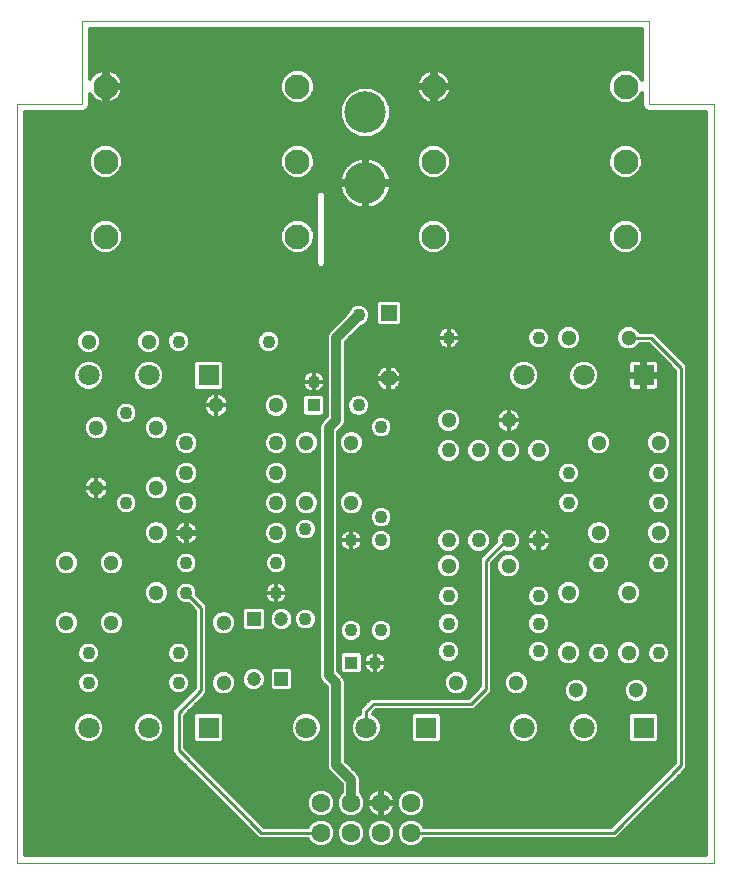
<source format=gtl>
G75*
%MOIN*%
%OFA0B0*%
%FSLAX25Y25*%
%IPPOS*%
%LPD*%
%AMOC8*
5,1,8,0,0,1.08239X$1,22.5*
%
%ADD10C,0.08268*%
%ADD11C,0.05512*%
%ADD12R,0.05512X0.05512*%
%ADD13R,0.07087X0.07087*%
%ADD14C,0.07087*%
%ADD15R,0.04331X0.04331*%
%ADD16C,0.04331*%
%ADD17C,0.13843*%
%ADD18C,0.06299*%
%ADD19C,0.05118*%
%ADD20C,0.00000*%
%ADD21C,0.05000*%
%ADD22C,0.04724*%
%ADD23R,0.04724X0.04724*%
%ADD24C,0.01200*%
%ADD25C,0.03346*%
%ADD26C,0.01000*%
%ADD27C,0.03200*%
D10*
X0034425Y0215413D03*
X0034425Y0240413D03*
X0034425Y0265413D03*
X0098323Y0265413D03*
X0098323Y0240413D03*
X0098323Y0215413D03*
X0143801Y0215350D03*
X0143801Y0240350D03*
X0143801Y0265350D03*
X0207699Y0265350D03*
X0207699Y0240350D03*
X0207699Y0215350D03*
D11*
X0128750Y0168100D03*
D12*
X0128750Y0189850D03*
D13*
X0068750Y0169163D03*
X0068750Y0051663D03*
X0141250Y0051663D03*
X0213750Y0051663D03*
X0213750Y0169163D03*
D14*
X0193750Y0169163D03*
X0173750Y0169163D03*
X0173750Y0051663D03*
X0193750Y0051663D03*
X0121250Y0051663D03*
X0101250Y0051663D03*
X0048750Y0051663D03*
X0028750Y0051663D03*
X0028750Y0169163D03*
X0048750Y0169163D03*
D15*
X0103750Y0159160D03*
X0116310Y0073350D03*
D16*
X0124190Y0073350D03*
X0126250Y0084100D03*
X0116250Y0084100D03*
X0101000Y0087850D03*
X0091250Y0096600D03*
X0091250Y0106600D03*
X0101000Y0117850D03*
X0116250Y0114100D03*
X0126250Y0114100D03*
X0126250Y0121850D03*
X0148750Y0095600D03*
X0148750Y0086350D03*
X0148750Y0077100D03*
X0178750Y0077100D03*
X0178750Y0086350D03*
X0178750Y0095600D03*
X0198750Y0106600D03*
X0188750Y0126600D03*
X0188750Y0136600D03*
X0218750Y0136600D03*
X0218750Y0126600D03*
X0218750Y0106600D03*
X0218750Y0076600D03*
X0198750Y0076600D03*
X0126250Y0151850D03*
X0118750Y0159100D03*
X0103750Y0167040D03*
X0088750Y0180350D03*
X0058750Y0180350D03*
X0041250Y0156600D03*
X0041250Y0126600D03*
X0061250Y0106600D03*
X0061250Y0096600D03*
X0058750Y0076600D03*
X0058750Y0066600D03*
X0028750Y0066600D03*
X0028750Y0076600D03*
X0118750Y0189100D03*
X0148750Y0181600D03*
X0178750Y0181600D03*
D17*
X0121000Y0233163D03*
X0121000Y0256785D03*
D18*
X0116250Y0026600D03*
X0116250Y0016600D03*
X0106250Y0016600D03*
X0106250Y0026600D03*
X0126250Y0026600D03*
X0126250Y0016600D03*
X0136250Y0016600D03*
X0136250Y0026600D03*
D19*
X0151250Y0066600D03*
X0171250Y0066600D03*
X0188750Y0076600D03*
X0191250Y0064100D03*
X0208750Y0076600D03*
X0211250Y0064100D03*
X0208750Y0096600D03*
X0198750Y0116600D03*
X0188750Y0096600D03*
X0168750Y0105600D03*
X0148750Y0105600D03*
X0116250Y0126600D03*
X0101250Y0126600D03*
X0101250Y0146600D03*
X0091250Y0159100D03*
X0071250Y0159100D03*
X0051250Y0151600D03*
X0051250Y0131600D03*
X0051250Y0116600D03*
X0036250Y0106600D03*
X0051250Y0096600D03*
X0036250Y0086600D03*
X0021250Y0086600D03*
X0021250Y0106600D03*
X0031250Y0131600D03*
X0031250Y0151600D03*
X0028750Y0180350D03*
X0048750Y0180350D03*
X0116250Y0146600D03*
X0148750Y0154100D03*
X0168750Y0154100D03*
X0188750Y0181600D03*
X0208750Y0181600D03*
X0198750Y0146600D03*
X0218750Y0146600D03*
X0218750Y0116600D03*
X0073750Y0086600D03*
X0073750Y0066600D03*
D20*
X0005000Y0006600D02*
X0237283Y0006600D01*
X0237283Y0259631D01*
X0215630Y0259631D01*
X0215630Y0287191D01*
X0026654Y0287191D01*
X0026654Y0259631D01*
X0005000Y0259631D01*
X0005000Y0006600D01*
D21*
X0061250Y0116600D03*
X0061250Y0126600D03*
X0061250Y0136600D03*
X0061250Y0146600D03*
X0091250Y0146600D03*
X0091250Y0136600D03*
X0091250Y0126600D03*
X0091250Y0116600D03*
X0148750Y0114100D03*
X0158750Y0114100D03*
X0168750Y0114100D03*
X0178750Y0114100D03*
X0178750Y0144100D03*
X0168750Y0144100D03*
X0158750Y0144100D03*
X0148750Y0144100D03*
D22*
X0093000Y0087850D03*
X0083750Y0067850D03*
D23*
X0093000Y0067850D03*
X0083750Y0087850D03*
D24*
X0079788Y0088305D02*
X0077546Y0088305D01*
X0077276Y0088956D02*
X0076106Y0090126D01*
X0074577Y0090759D01*
X0072923Y0090759D01*
X0071394Y0090126D01*
X0070224Y0088956D01*
X0069591Y0087427D01*
X0069591Y0085773D01*
X0070224Y0084244D01*
X0071394Y0083074D01*
X0072923Y0082441D01*
X0074577Y0082441D01*
X0076106Y0083074D01*
X0077276Y0084244D01*
X0077909Y0085773D01*
X0077909Y0087427D01*
X0077276Y0088956D01*
X0076729Y0089503D02*
X0079788Y0089503D01*
X0079788Y0090702D02*
X0074716Y0090702D01*
X0072784Y0090702D02*
X0068350Y0090702D01*
X0068350Y0091900D02*
X0105550Y0091900D01*
X0105550Y0090702D02*
X0103473Y0090702D01*
X0103133Y0091042D02*
X0104192Y0089983D01*
X0104765Y0088599D01*
X0104765Y0087101D01*
X0104192Y0085717D01*
X0103133Y0084658D01*
X0101749Y0084085D01*
X0100251Y0084085D01*
X0098867Y0084658D01*
X0097808Y0085717D01*
X0097235Y0087101D01*
X0097235Y0088599D01*
X0097808Y0089983D01*
X0098867Y0091042D01*
X0100251Y0091615D01*
X0101749Y0091615D01*
X0103133Y0091042D01*
X0104391Y0089503D02*
X0105550Y0089503D01*
X0105550Y0088305D02*
X0104765Y0088305D01*
X0104765Y0087106D02*
X0105550Y0087106D01*
X0105550Y0085908D02*
X0104271Y0085908D01*
X0103184Y0084709D02*
X0105550Y0084709D01*
X0105550Y0083511D02*
X0076542Y0083511D01*
X0077469Y0084709D02*
X0079904Y0084709D01*
X0079788Y0084825D02*
X0080725Y0083888D01*
X0086775Y0083888D01*
X0087712Y0084825D01*
X0087712Y0090875D01*
X0086775Y0091812D01*
X0080725Y0091812D01*
X0079788Y0090875D01*
X0079788Y0084825D01*
X0079788Y0085908D02*
X0077909Y0085908D01*
X0077909Y0087106D02*
X0079788Y0087106D01*
X0087712Y0087106D02*
X0089038Y0087106D01*
X0089038Y0087062D02*
X0089641Y0085606D01*
X0090756Y0084491D01*
X0092212Y0083888D01*
X0093788Y0083888D01*
X0095244Y0084491D01*
X0096359Y0085606D01*
X0096962Y0087062D01*
X0096962Y0088638D01*
X0096359Y0090094D01*
X0095244Y0091209D01*
X0093788Y0091812D01*
X0092212Y0091812D01*
X0090756Y0091209D01*
X0089641Y0090094D01*
X0089038Y0088638D01*
X0089038Y0087062D01*
X0089038Y0088305D02*
X0087712Y0088305D01*
X0087712Y0089503D02*
X0089396Y0089503D01*
X0090248Y0090702D02*
X0087712Y0090702D01*
X0089466Y0093263D02*
X0088850Y0093675D01*
X0088325Y0094200D01*
X0087913Y0094816D01*
X0087629Y0095502D01*
X0087485Y0096229D01*
X0087485Y0096600D01*
X0091250Y0096600D01*
X0095015Y0096600D01*
X0095015Y0096971D01*
X0094871Y0097698D01*
X0094587Y0098384D01*
X0094175Y0099000D01*
X0093650Y0099525D01*
X0093034Y0099937D01*
X0092348Y0100221D01*
X0091621Y0100365D01*
X0091250Y0100365D01*
X0090879Y0100365D01*
X0090152Y0100221D01*
X0089466Y0099937D01*
X0088850Y0099525D01*
X0088325Y0099000D01*
X0087913Y0098384D01*
X0087629Y0097698D01*
X0087485Y0096971D01*
X0087485Y0096600D01*
X0091250Y0096600D01*
X0091250Y0096600D01*
X0091250Y0096600D01*
X0091250Y0100365D01*
X0091250Y0096600D01*
X0095015Y0096600D01*
X0095015Y0096229D01*
X0094871Y0095502D01*
X0094587Y0094816D01*
X0094175Y0094200D01*
X0093650Y0093675D01*
X0093034Y0093263D01*
X0092348Y0092979D01*
X0091621Y0092835D01*
X0091250Y0092835D01*
X0091250Y0096600D01*
X0091250Y0096600D01*
X0091250Y0096600D01*
X0091250Y0092835D01*
X0090879Y0092835D01*
X0090152Y0092979D01*
X0089466Y0093263D01*
X0089863Y0093099D02*
X0067721Y0093099D01*
X0067120Y0093700D02*
X0068350Y0092470D01*
X0068350Y0063230D01*
X0067120Y0062000D01*
X0067120Y0062000D01*
X0060850Y0055730D01*
X0060850Y0044970D01*
X0087120Y0018700D01*
X0101979Y0018700D01*
X0102223Y0019290D01*
X0103560Y0020627D01*
X0105305Y0021350D01*
X0107195Y0021350D01*
X0108940Y0020627D01*
X0110277Y0019290D01*
X0111000Y0017545D01*
X0111000Y0015655D01*
X0110277Y0013910D01*
X0108940Y0012573D01*
X0107195Y0011850D01*
X0105305Y0011850D01*
X0103560Y0012573D01*
X0102223Y0013910D01*
X0101979Y0014500D01*
X0085380Y0014500D01*
X0057880Y0042000D01*
X0057880Y0042000D01*
X0056650Y0043230D01*
X0056650Y0057470D01*
X0064150Y0064970D01*
X0064150Y0090730D01*
X0062032Y0092848D01*
X0061999Y0092835D01*
X0060501Y0092835D01*
X0059117Y0093408D01*
X0058058Y0094467D01*
X0057485Y0095851D01*
X0057485Y0097349D01*
X0058058Y0098733D01*
X0059117Y0099792D01*
X0060501Y0100365D01*
X0061999Y0100365D01*
X0063383Y0099792D01*
X0064442Y0098733D01*
X0065015Y0097349D01*
X0065015Y0095851D01*
X0065002Y0095818D01*
X0067120Y0093700D01*
X0066523Y0094297D02*
X0088260Y0094297D01*
X0087632Y0095496D02*
X0065324Y0095496D01*
X0065015Y0096694D02*
X0087485Y0096694D01*
X0087710Y0097893D02*
X0064790Y0097893D01*
X0064084Y0099091D02*
X0088416Y0099091D01*
X0090500Y0100290D02*
X0062181Y0100290D01*
X0060319Y0100290D02*
X0053210Y0100290D01*
X0053606Y0100126D02*
X0052077Y0100759D01*
X0050423Y0100759D01*
X0048894Y0100126D01*
X0047724Y0098956D01*
X0047091Y0097427D01*
X0047091Y0095773D01*
X0047724Y0094244D01*
X0048894Y0093074D01*
X0050423Y0092441D01*
X0052077Y0092441D01*
X0053606Y0093074D01*
X0054776Y0094244D01*
X0055409Y0095773D01*
X0055409Y0097427D01*
X0054776Y0098956D01*
X0053606Y0100126D01*
X0054640Y0099091D02*
X0058416Y0099091D01*
X0057710Y0097893D02*
X0055216Y0097893D01*
X0055409Y0096694D02*
X0057485Y0096694D01*
X0057632Y0095496D02*
X0055294Y0095496D01*
X0054798Y0094297D02*
X0058228Y0094297D01*
X0059863Y0093099D02*
X0053631Y0093099D01*
X0048869Y0093099D02*
X0007600Y0093099D01*
X0007600Y0094297D02*
X0047702Y0094297D01*
X0047206Y0095496D02*
X0007600Y0095496D01*
X0007600Y0096694D02*
X0047091Y0096694D01*
X0047284Y0097893D02*
X0007600Y0097893D01*
X0007600Y0099091D02*
X0047860Y0099091D01*
X0049290Y0100290D02*
X0007600Y0100290D01*
X0007600Y0101488D02*
X0105550Y0101488D01*
X0105550Y0100290D02*
X0092000Y0100290D01*
X0091250Y0100290D02*
X0091250Y0100290D01*
X0091250Y0099091D02*
X0091250Y0099091D01*
X0091250Y0097893D02*
X0091250Y0097893D01*
X0091250Y0096694D02*
X0091250Y0096694D01*
X0091250Y0095496D02*
X0091250Y0095496D01*
X0091250Y0094297D02*
X0091250Y0094297D01*
X0091250Y0093099D02*
X0091250Y0093099D01*
X0092637Y0093099D02*
X0105550Y0093099D01*
X0105550Y0094297D02*
X0094240Y0094297D01*
X0094868Y0095496D02*
X0105550Y0095496D01*
X0105550Y0096694D02*
X0095015Y0096694D01*
X0094790Y0097893D02*
X0105550Y0097893D01*
X0105550Y0099091D02*
X0094084Y0099091D01*
X0091999Y0102835D02*
X0093383Y0103408D01*
X0094442Y0104467D01*
X0095015Y0105851D01*
X0095015Y0107349D01*
X0094442Y0108733D01*
X0093383Y0109792D01*
X0091999Y0110365D01*
X0090501Y0110365D01*
X0089117Y0109792D01*
X0088058Y0108733D01*
X0087485Y0107349D01*
X0087485Y0105851D01*
X0088058Y0104467D01*
X0089117Y0103408D01*
X0090501Y0102835D01*
X0091999Y0102835D01*
X0093860Y0103885D02*
X0105550Y0103885D01*
X0105550Y0102687D02*
X0037671Y0102687D01*
X0037077Y0102441D02*
X0038606Y0103074D01*
X0039776Y0104244D01*
X0040409Y0105773D01*
X0040409Y0107427D01*
X0039776Y0108956D01*
X0038606Y0110126D01*
X0037077Y0110759D01*
X0035423Y0110759D01*
X0033894Y0110126D01*
X0032724Y0108956D01*
X0032091Y0107427D01*
X0032091Y0105773D01*
X0032724Y0104244D01*
X0033894Y0103074D01*
X0035423Y0102441D01*
X0037077Y0102441D01*
X0034829Y0102687D02*
X0022671Y0102687D01*
X0022077Y0102441D02*
X0023606Y0103074D01*
X0024776Y0104244D01*
X0025409Y0105773D01*
X0025409Y0107427D01*
X0024776Y0108956D01*
X0023606Y0110126D01*
X0022077Y0110759D01*
X0020423Y0110759D01*
X0018894Y0110126D01*
X0017724Y0108956D01*
X0017091Y0107427D01*
X0017091Y0105773D01*
X0017724Y0104244D01*
X0018894Y0103074D01*
X0020423Y0102441D01*
X0022077Y0102441D01*
X0019829Y0102687D02*
X0007600Y0102687D01*
X0007600Y0103885D02*
X0018083Y0103885D01*
X0017376Y0105084D02*
X0007600Y0105084D01*
X0007600Y0106282D02*
X0017091Y0106282D01*
X0017113Y0107481D02*
X0007600Y0107481D01*
X0007600Y0108679D02*
X0017610Y0108679D01*
X0018646Y0109878D02*
X0007600Y0109878D01*
X0007600Y0111076D02*
X0105550Y0111076D01*
X0105550Y0109878D02*
X0093176Y0109878D01*
X0094464Y0108679D02*
X0105550Y0108679D01*
X0105550Y0107481D02*
X0094961Y0107481D01*
X0095015Y0106282D02*
X0105550Y0106282D01*
X0105550Y0105084D02*
X0094698Y0105084D01*
X0089324Y0109878D02*
X0063176Y0109878D01*
X0063383Y0109792D02*
X0061999Y0110365D01*
X0060501Y0110365D01*
X0059117Y0109792D01*
X0058058Y0108733D01*
X0057485Y0107349D01*
X0057485Y0105851D01*
X0058058Y0104467D01*
X0059117Y0103408D01*
X0060501Y0102835D01*
X0061999Y0102835D01*
X0063383Y0103408D01*
X0064442Y0104467D01*
X0065015Y0105851D01*
X0065015Y0107349D01*
X0064442Y0108733D01*
X0063383Y0109792D01*
X0064464Y0108679D02*
X0088036Y0108679D01*
X0087539Y0107481D02*
X0064961Y0107481D01*
X0065015Y0106282D02*
X0087485Y0106282D01*
X0087802Y0105084D02*
X0064698Y0105084D01*
X0063860Y0103885D02*
X0088640Y0103885D01*
X0090434Y0112500D02*
X0088928Y0113124D01*
X0087774Y0114278D01*
X0087150Y0115784D01*
X0087150Y0117416D01*
X0087774Y0118922D01*
X0088928Y0120076D01*
X0090434Y0120700D01*
X0092066Y0120700D01*
X0093572Y0120076D01*
X0094726Y0118922D01*
X0095350Y0117416D01*
X0095350Y0115784D01*
X0094726Y0114278D01*
X0093572Y0113124D01*
X0092066Y0112500D01*
X0090434Y0112500D01*
X0088578Y0113473D02*
X0063922Y0113473D01*
X0063921Y0113473D02*
X0064377Y0113929D01*
X0064757Y0114451D01*
X0065050Y0115026D01*
X0065249Y0115640D01*
X0065350Y0116277D01*
X0065350Y0116400D01*
X0061450Y0116400D01*
X0061450Y0116800D01*
X0065350Y0116800D01*
X0065350Y0116923D01*
X0065249Y0117560D01*
X0065050Y0118174D01*
X0064757Y0118749D01*
X0064377Y0119271D01*
X0063921Y0119727D01*
X0063399Y0120107D01*
X0062824Y0120400D01*
X0062210Y0120599D01*
X0061573Y0120700D01*
X0061450Y0120700D01*
X0061450Y0116800D01*
X0061050Y0116800D01*
X0061050Y0120700D01*
X0060927Y0120700D01*
X0060290Y0120599D01*
X0059676Y0120400D01*
X0059101Y0120107D01*
X0058579Y0119727D01*
X0058123Y0119271D01*
X0057743Y0118749D01*
X0057450Y0118174D01*
X0057251Y0117560D01*
X0057150Y0116923D01*
X0057150Y0116800D01*
X0061050Y0116800D01*
X0061050Y0116400D01*
X0061450Y0116400D01*
X0061450Y0112500D01*
X0061573Y0112500D01*
X0062210Y0112601D01*
X0062824Y0112800D01*
X0063399Y0113093D01*
X0063921Y0113473D01*
X0064869Y0114672D02*
X0087611Y0114672D01*
X0087150Y0115870D02*
X0065286Y0115870D01*
X0065327Y0117069D02*
X0087150Y0117069D01*
X0087503Y0118268D02*
X0065002Y0118268D01*
X0064182Y0119466D02*
X0088318Y0119466D01*
X0090349Y0120665D02*
X0061797Y0120665D01*
X0061450Y0120665D02*
X0061050Y0120665D01*
X0060703Y0120665D02*
X0052305Y0120665D01*
X0052077Y0120759D02*
X0050423Y0120759D01*
X0048894Y0120126D01*
X0047724Y0118956D01*
X0047091Y0117427D01*
X0047091Y0115773D01*
X0047724Y0114244D01*
X0048894Y0113074D01*
X0050423Y0112441D01*
X0052077Y0112441D01*
X0053606Y0113074D01*
X0054776Y0114244D01*
X0055409Y0115773D01*
X0055409Y0117427D01*
X0054776Y0118956D01*
X0053606Y0120126D01*
X0052077Y0120759D01*
X0050195Y0120665D02*
X0007600Y0120665D01*
X0007600Y0121863D02*
X0105550Y0121863D01*
X0105550Y0120665D02*
X0103510Y0120665D01*
X0103133Y0121042D02*
X0104192Y0119983D01*
X0104765Y0118599D01*
X0104765Y0117101D01*
X0104192Y0115717D01*
X0103133Y0114658D01*
X0101749Y0114085D01*
X0100251Y0114085D01*
X0098867Y0114658D01*
X0097808Y0115717D01*
X0097235Y0117101D01*
X0097235Y0118599D01*
X0097808Y0119983D01*
X0098867Y0121042D01*
X0100251Y0121615D01*
X0101749Y0121615D01*
X0103133Y0121042D01*
X0102077Y0122441D02*
X0103606Y0123074D01*
X0104776Y0124244D01*
X0105409Y0125773D01*
X0105409Y0127427D01*
X0104776Y0128956D01*
X0103606Y0130126D01*
X0102077Y0130759D01*
X0100423Y0130759D01*
X0098894Y0130126D01*
X0097724Y0128956D01*
X0097091Y0127427D01*
X0097091Y0125773D01*
X0097724Y0124244D01*
X0098894Y0123074D01*
X0100423Y0122441D01*
X0102077Y0122441D01*
X0103576Y0123062D02*
X0105550Y0123062D01*
X0105550Y0124260D02*
X0104782Y0124260D01*
X0105279Y0125459D02*
X0105550Y0125459D01*
X0105550Y0126657D02*
X0105409Y0126657D01*
X0105550Y0127856D02*
X0105232Y0127856D01*
X0105550Y0129054D02*
X0104678Y0129054D01*
X0105550Y0130253D02*
X0103300Y0130253D01*
X0105550Y0131451D02*
X0055409Y0131451D01*
X0055409Y0130773D02*
X0054776Y0129244D01*
X0053606Y0128074D01*
X0052077Y0127441D01*
X0050423Y0127441D01*
X0048894Y0128074D01*
X0047724Y0129244D01*
X0047091Y0130773D01*
X0047091Y0132427D01*
X0047724Y0133956D01*
X0048894Y0135126D01*
X0050423Y0135759D01*
X0052077Y0135759D01*
X0053606Y0135126D01*
X0054776Y0133956D01*
X0055409Y0132427D01*
X0055409Y0130773D01*
X0055194Y0130253D02*
X0059354Y0130253D01*
X0058928Y0130076D02*
X0057774Y0128922D01*
X0057150Y0127416D01*
X0057150Y0125784D01*
X0057774Y0124278D01*
X0058928Y0123124D01*
X0060434Y0122500D01*
X0062066Y0122500D01*
X0063572Y0123124D01*
X0064726Y0124278D01*
X0065350Y0125784D01*
X0065350Y0127416D01*
X0064726Y0128922D01*
X0063572Y0130076D01*
X0062066Y0130700D01*
X0060434Y0130700D01*
X0058928Y0130076D01*
X0057906Y0129054D02*
X0054586Y0129054D01*
X0053078Y0127856D02*
X0057332Y0127856D01*
X0057150Y0126657D02*
X0045015Y0126657D01*
X0045015Y0127349D02*
X0044442Y0128733D01*
X0043383Y0129792D01*
X0041999Y0130365D01*
X0040501Y0130365D01*
X0039117Y0129792D01*
X0038058Y0128733D01*
X0037485Y0127349D01*
X0037485Y0125851D01*
X0038058Y0124467D01*
X0039117Y0123408D01*
X0040501Y0122835D01*
X0041999Y0122835D01*
X0043383Y0123408D01*
X0044442Y0124467D01*
X0045015Y0125851D01*
X0045015Y0127349D01*
X0044805Y0127856D02*
X0049422Y0127856D01*
X0047914Y0129054D02*
X0044121Y0129054D01*
X0042271Y0130253D02*
X0047306Y0130253D01*
X0047091Y0131451D02*
X0035409Y0131451D01*
X0035409Y0131600D02*
X0031250Y0131600D01*
X0031250Y0131600D01*
X0031250Y0135759D01*
X0031577Y0135759D01*
X0032224Y0135657D01*
X0032847Y0135454D01*
X0033430Y0135157D01*
X0033959Y0134772D01*
X0034422Y0134309D01*
X0034807Y0133780D01*
X0035104Y0133197D01*
X0035307Y0132574D01*
X0035409Y0131927D01*
X0035409Y0131600D01*
X0031250Y0131600D01*
X0031250Y0131600D01*
X0031250Y0131600D01*
X0027091Y0131600D01*
X0027091Y0131927D01*
X0027193Y0132574D01*
X0027396Y0133197D01*
X0027693Y0133780D01*
X0028078Y0134309D01*
X0028541Y0134772D01*
X0029070Y0135157D01*
X0029653Y0135454D01*
X0030276Y0135657D01*
X0030923Y0135759D01*
X0031250Y0135759D01*
X0031250Y0131600D01*
X0031250Y0127441D01*
X0031577Y0127441D01*
X0032224Y0127543D01*
X0032847Y0127746D01*
X0033430Y0128043D01*
X0033959Y0128428D01*
X0034422Y0128891D01*
X0034807Y0129420D01*
X0035104Y0130003D01*
X0035307Y0130626D01*
X0035409Y0131273D01*
X0035409Y0131600D01*
X0035282Y0132650D02*
X0047183Y0132650D01*
X0047680Y0133848D02*
X0034757Y0133848D01*
X0033582Y0135047D02*
X0048815Y0135047D01*
X0053685Y0135047D02*
X0057456Y0135047D01*
X0057150Y0135784D02*
X0057774Y0134278D01*
X0058928Y0133124D01*
X0060434Y0132500D01*
X0062066Y0132500D01*
X0063572Y0133124D01*
X0064726Y0134278D01*
X0065350Y0135784D01*
X0065350Y0137416D01*
X0064726Y0138922D01*
X0063572Y0140076D01*
X0062066Y0140700D01*
X0060434Y0140700D01*
X0058928Y0140076D01*
X0057774Y0138922D01*
X0057150Y0137416D01*
X0057150Y0135784D01*
X0057150Y0136245D02*
X0007600Y0136245D01*
X0007600Y0135047D02*
X0028918Y0135047D01*
X0027743Y0133848D02*
X0007600Y0133848D01*
X0007600Y0132650D02*
X0027218Y0132650D01*
X0027091Y0131600D02*
X0027091Y0131273D01*
X0027193Y0130626D01*
X0027396Y0130003D01*
X0027693Y0129420D01*
X0028078Y0128891D01*
X0028541Y0128428D01*
X0029070Y0128043D01*
X0029653Y0127746D01*
X0030276Y0127543D01*
X0030923Y0127441D01*
X0031250Y0127441D01*
X0031250Y0131600D01*
X0031250Y0131600D01*
X0027091Y0131600D01*
X0027091Y0131451D02*
X0007600Y0131451D01*
X0007600Y0130253D02*
X0027315Y0130253D01*
X0027959Y0129054D02*
X0007600Y0129054D01*
X0007600Y0127856D02*
X0029438Y0127856D01*
X0031250Y0127856D02*
X0031250Y0127856D01*
X0031250Y0129054D02*
X0031250Y0129054D01*
X0031250Y0130253D02*
X0031250Y0130253D01*
X0031250Y0131451D02*
X0031250Y0131451D01*
X0031250Y0132650D02*
X0031250Y0132650D01*
X0031250Y0133848D02*
X0031250Y0133848D01*
X0031250Y0135047D02*
X0031250Y0135047D01*
X0035185Y0130253D02*
X0040229Y0130253D01*
X0038379Y0129054D02*
X0034541Y0129054D01*
X0033062Y0127856D02*
X0037695Y0127856D01*
X0037485Y0126657D02*
X0007600Y0126657D01*
X0007600Y0125459D02*
X0037647Y0125459D01*
X0038265Y0124260D02*
X0007600Y0124260D01*
X0007600Y0123062D02*
X0039953Y0123062D01*
X0042547Y0123062D02*
X0059079Y0123062D01*
X0057792Y0124260D02*
X0044235Y0124260D01*
X0044853Y0125459D02*
X0057285Y0125459D01*
X0058318Y0119466D02*
X0054266Y0119466D01*
X0055061Y0118268D02*
X0057498Y0118268D01*
X0057173Y0117069D02*
X0055409Y0117069D01*
X0055409Y0115870D02*
X0057214Y0115870D01*
X0057251Y0115640D02*
X0057450Y0115026D01*
X0057743Y0114451D01*
X0058123Y0113929D01*
X0058579Y0113473D01*
X0059101Y0113093D01*
X0059676Y0112800D01*
X0060290Y0112601D01*
X0060927Y0112500D01*
X0061050Y0112500D01*
X0061050Y0116400D01*
X0057150Y0116400D01*
X0057150Y0116277D01*
X0057251Y0115640D01*
X0057631Y0114672D02*
X0054953Y0114672D01*
X0054005Y0113473D02*
X0058578Y0113473D01*
X0061050Y0113473D02*
X0061450Y0113473D01*
X0061450Y0114672D02*
X0061050Y0114672D01*
X0061050Y0115870D02*
X0061450Y0115870D01*
X0061450Y0117069D02*
X0061050Y0117069D01*
X0061050Y0118268D02*
X0061450Y0118268D01*
X0061450Y0119466D02*
X0061050Y0119466D01*
X0063421Y0123062D02*
X0089079Y0123062D01*
X0088928Y0123124D02*
X0090434Y0122500D01*
X0092066Y0122500D01*
X0093572Y0123124D01*
X0094726Y0124278D01*
X0095350Y0125784D01*
X0095350Y0127416D01*
X0094726Y0128922D01*
X0093572Y0130076D01*
X0092066Y0130700D01*
X0090434Y0130700D01*
X0088928Y0130076D01*
X0087774Y0128922D01*
X0087150Y0127416D01*
X0087150Y0125784D01*
X0087774Y0124278D01*
X0088928Y0123124D01*
X0087792Y0124260D02*
X0064708Y0124260D01*
X0065215Y0125459D02*
X0087285Y0125459D01*
X0087150Y0126657D02*
X0065350Y0126657D01*
X0065168Y0127856D02*
X0087332Y0127856D01*
X0087906Y0129054D02*
X0064594Y0129054D01*
X0063146Y0130253D02*
X0089354Y0130253D01*
X0090434Y0132500D02*
X0088928Y0133124D01*
X0087774Y0134278D01*
X0087150Y0135784D01*
X0087150Y0137416D01*
X0087774Y0138922D01*
X0088928Y0140076D01*
X0090434Y0140700D01*
X0092066Y0140700D01*
X0093572Y0140076D01*
X0094726Y0138922D01*
X0095350Y0137416D01*
X0095350Y0135784D01*
X0094726Y0134278D01*
X0093572Y0133124D01*
X0092066Y0132500D01*
X0090434Y0132500D01*
X0090073Y0132650D02*
X0062427Y0132650D01*
X0064296Y0133848D02*
X0088204Y0133848D01*
X0087456Y0135047D02*
X0065044Y0135047D01*
X0065350Y0136245D02*
X0087150Y0136245D01*
X0087162Y0137444D02*
X0065338Y0137444D01*
X0064842Y0138642D02*
X0087658Y0138642D01*
X0088692Y0139841D02*
X0063808Y0139841D01*
X0062066Y0142500D02*
X0063572Y0143124D01*
X0064726Y0144278D01*
X0065350Y0145784D01*
X0065350Y0147416D01*
X0064726Y0148922D01*
X0063572Y0150076D01*
X0062066Y0150700D01*
X0060434Y0150700D01*
X0058928Y0150076D01*
X0057774Y0148922D01*
X0057150Y0147416D01*
X0057150Y0145784D01*
X0057774Y0144278D01*
X0058928Y0143124D01*
X0060434Y0142500D01*
X0062066Y0142500D01*
X0063885Y0143436D02*
X0088615Y0143436D01*
X0088928Y0143124D02*
X0090434Y0142500D01*
X0092066Y0142500D01*
X0093572Y0143124D01*
X0094726Y0144278D01*
X0095350Y0145784D01*
X0095350Y0147416D01*
X0094726Y0148922D01*
X0093572Y0150076D01*
X0092066Y0150700D01*
X0090434Y0150700D01*
X0088928Y0150076D01*
X0087774Y0148922D01*
X0087150Y0147416D01*
X0087150Y0145784D01*
X0087774Y0144278D01*
X0088928Y0143124D01*
X0087626Y0144635D02*
X0064874Y0144635D01*
X0065350Y0145833D02*
X0087150Y0145833D01*
X0087150Y0147032D02*
X0065350Y0147032D01*
X0065013Y0148230D02*
X0087487Y0148230D01*
X0088281Y0149429D02*
X0064219Y0149429D01*
X0062241Y0150627D02*
X0090259Y0150627D01*
X0092241Y0150627D02*
X0100105Y0150627D01*
X0100423Y0150759D02*
X0098894Y0150126D01*
X0097724Y0148956D01*
X0097091Y0147427D01*
X0097091Y0145773D01*
X0097724Y0144244D01*
X0098894Y0143074D01*
X0100423Y0142441D01*
X0102077Y0142441D01*
X0103606Y0143074D01*
X0104776Y0144244D01*
X0105409Y0145773D01*
X0105409Y0147427D01*
X0104776Y0148956D01*
X0103606Y0150126D01*
X0102077Y0150759D01*
X0100423Y0150759D01*
X0102395Y0150627D02*
X0105550Y0150627D01*
X0105550Y0149429D02*
X0104303Y0149429D01*
X0105076Y0148230D02*
X0105550Y0148230D01*
X0105550Y0147032D02*
X0105409Y0147032D01*
X0105409Y0145833D02*
X0105550Y0145833D01*
X0105550Y0144635D02*
X0104938Y0144635D01*
X0105550Y0143436D02*
X0103968Y0143436D01*
X0105550Y0142238D02*
X0007600Y0142238D01*
X0007600Y0143436D02*
X0058615Y0143436D01*
X0057626Y0144635D02*
X0007600Y0144635D01*
X0007600Y0145833D02*
X0057150Y0145833D01*
X0057150Y0147032D02*
X0007600Y0147032D01*
X0007600Y0148230D02*
X0028738Y0148230D01*
X0028894Y0148074D02*
X0027724Y0149244D01*
X0027091Y0150773D01*
X0027091Y0152427D01*
X0027724Y0153956D01*
X0028894Y0155126D01*
X0030423Y0155759D01*
X0032077Y0155759D01*
X0033606Y0155126D01*
X0034776Y0153956D01*
X0035409Y0152427D01*
X0035409Y0150773D01*
X0034776Y0149244D01*
X0033606Y0148074D01*
X0032077Y0147441D01*
X0030423Y0147441D01*
X0028894Y0148074D01*
X0027648Y0149429D02*
X0007600Y0149429D01*
X0007600Y0150627D02*
X0027151Y0150627D01*
X0027091Y0151826D02*
X0007600Y0151826D01*
X0007600Y0153024D02*
X0027338Y0153024D01*
X0027991Y0154223D02*
X0007600Y0154223D01*
X0007600Y0155421D02*
X0029607Y0155421D01*
X0032893Y0155421D02*
X0037663Y0155421D01*
X0037485Y0155851D02*
X0038058Y0154467D01*
X0039117Y0153408D01*
X0040501Y0152835D01*
X0041999Y0152835D01*
X0043383Y0153408D01*
X0044442Y0154467D01*
X0045015Y0155851D01*
X0045015Y0157349D01*
X0044442Y0158733D01*
X0043383Y0159792D01*
X0041999Y0160365D01*
X0040501Y0160365D01*
X0039117Y0159792D01*
X0038058Y0158733D01*
X0037485Y0157349D01*
X0037485Y0155851D01*
X0037485Y0156620D02*
X0007600Y0156620D01*
X0007600Y0157818D02*
X0037679Y0157818D01*
X0038342Y0159017D02*
X0007600Y0159017D01*
X0007600Y0160215D02*
X0040139Y0160215D01*
X0042361Y0160215D02*
X0067239Y0160215D01*
X0067193Y0160074D02*
X0067091Y0159427D01*
X0067091Y0159100D01*
X0071250Y0159100D01*
X0075409Y0159100D01*
X0075409Y0159427D01*
X0075307Y0160074D01*
X0075104Y0160697D01*
X0074807Y0161280D01*
X0074422Y0161809D01*
X0073959Y0162272D01*
X0073430Y0162657D01*
X0072847Y0162954D01*
X0072224Y0163157D01*
X0071577Y0163259D01*
X0071250Y0163259D01*
X0071250Y0159100D01*
X0071250Y0159100D01*
X0071250Y0159100D01*
X0075409Y0159100D01*
X0075409Y0158773D01*
X0075307Y0158126D01*
X0075104Y0157503D01*
X0074807Y0156920D01*
X0074422Y0156391D01*
X0073959Y0155928D01*
X0073430Y0155543D01*
X0072847Y0155246D01*
X0072224Y0155043D01*
X0071577Y0154941D01*
X0071250Y0154941D01*
X0071250Y0159100D01*
X0071250Y0159100D01*
X0071250Y0159100D01*
X0071250Y0163259D01*
X0070923Y0163259D01*
X0070276Y0163157D01*
X0069653Y0162954D01*
X0069070Y0162657D01*
X0068541Y0162272D01*
X0068078Y0161809D01*
X0067693Y0161280D01*
X0067396Y0160697D01*
X0067193Y0160074D01*
X0067091Y0159100D02*
X0067091Y0158773D01*
X0067193Y0158126D01*
X0067396Y0157503D01*
X0067693Y0156920D01*
X0068078Y0156391D01*
X0068541Y0155928D01*
X0069070Y0155543D01*
X0069653Y0155246D01*
X0070276Y0155043D01*
X0070923Y0154941D01*
X0071250Y0154941D01*
X0071250Y0159100D01*
X0067091Y0159100D01*
X0067091Y0159017D02*
X0044158Y0159017D01*
X0044821Y0157818D02*
X0067293Y0157818D01*
X0067911Y0156620D02*
X0045015Y0156620D01*
X0044837Y0155421D02*
X0049607Y0155421D01*
X0048894Y0155126D02*
X0047724Y0153956D01*
X0047091Y0152427D01*
X0047091Y0150773D01*
X0047724Y0149244D01*
X0048894Y0148074D01*
X0050423Y0147441D01*
X0052077Y0147441D01*
X0053606Y0148074D01*
X0054776Y0149244D01*
X0055409Y0150773D01*
X0055409Y0152427D01*
X0054776Y0153956D01*
X0053606Y0155126D01*
X0052077Y0155759D01*
X0050423Y0155759D01*
X0048894Y0155126D01*
X0047991Y0154223D02*
X0044198Y0154223D01*
X0042457Y0153024D02*
X0047338Y0153024D01*
X0047091Y0151826D02*
X0035409Y0151826D01*
X0035349Y0150627D02*
X0047151Y0150627D01*
X0047648Y0149429D02*
X0034852Y0149429D01*
X0033762Y0148230D02*
X0048738Y0148230D01*
X0053762Y0148230D02*
X0057487Y0148230D01*
X0058281Y0149429D02*
X0054852Y0149429D01*
X0055349Y0150627D02*
X0060259Y0150627D01*
X0055409Y0151826D02*
X0105550Y0151826D01*
X0105550Y0152237D02*
X0105550Y0068463D01*
X0106037Y0067287D01*
X0106937Y0066387D01*
X0106937Y0066387D01*
X0108050Y0065275D01*
X0108050Y0038463D01*
X0108537Y0037287D01*
X0113050Y0032775D01*
X0113050Y0030117D01*
X0112223Y0029290D01*
X0111500Y0027545D01*
X0111500Y0025655D01*
X0112223Y0023910D01*
X0113560Y0022573D01*
X0115305Y0021850D01*
X0117195Y0021850D01*
X0118940Y0022573D01*
X0120277Y0023910D01*
X0121000Y0025655D01*
X0121000Y0027545D01*
X0120277Y0029290D01*
X0119450Y0030117D01*
X0119450Y0034737D01*
X0118963Y0035913D01*
X0118063Y0036813D01*
X0114450Y0040425D01*
X0114450Y0067237D01*
X0113963Y0068413D01*
X0113063Y0069313D01*
X0111950Y0070425D01*
X0111950Y0150275D01*
X0113963Y0152287D01*
X0114450Y0153463D01*
X0114450Y0180275D01*
X0119518Y0185343D01*
X0120883Y0185908D01*
X0121942Y0186967D01*
X0122515Y0188351D01*
X0122515Y0189849D01*
X0121942Y0191233D01*
X0120883Y0192292D01*
X0119499Y0192865D01*
X0118001Y0192865D01*
X0116617Y0192292D01*
X0115558Y0191233D01*
X0114993Y0189868D01*
X0109437Y0184313D01*
X0108537Y0183413D01*
X0108050Y0182237D01*
X0108050Y0155425D01*
X0106937Y0154313D01*
X0106037Y0153413D01*
X0105550Y0152237D01*
X0105876Y0153024D02*
X0055162Y0153024D01*
X0054509Y0154223D02*
X0106847Y0154223D01*
X0106937Y0154313D02*
X0106937Y0154313D01*
X0106578Y0155395D02*
X0107515Y0156332D01*
X0107515Y0161988D01*
X0106578Y0162925D01*
X0100922Y0162925D01*
X0099985Y0161988D01*
X0099985Y0156332D01*
X0100922Y0155395D01*
X0106578Y0155395D01*
X0106605Y0155421D02*
X0108046Y0155421D01*
X0108050Y0156620D02*
X0107515Y0156620D01*
X0107515Y0157818D02*
X0108050Y0157818D01*
X0108050Y0159017D02*
X0107515Y0159017D01*
X0107515Y0160215D02*
X0108050Y0160215D01*
X0108050Y0161414D02*
X0107515Y0161414D01*
X0108050Y0162612D02*
X0106891Y0162612D01*
X0108050Y0163811D02*
X0105695Y0163811D01*
X0105534Y0163703D02*
X0106150Y0164115D01*
X0106675Y0164640D01*
X0107087Y0165256D01*
X0107371Y0165942D01*
X0107515Y0166669D01*
X0107515Y0167040D01*
X0107515Y0167411D01*
X0107371Y0168138D01*
X0107087Y0168824D01*
X0106675Y0169440D01*
X0106150Y0169965D01*
X0105534Y0170377D01*
X0104848Y0170661D01*
X0104121Y0170805D01*
X0103750Y0170805D01*
X0103379Y0170805D01*
X0102652Y0170661D01*
X0101966Y0170377D01*
X0101350Y0169965D01*
X0100825Y0169440D01*
X0100413Y0168824D01*
X0100129Y0168138D01*
X0099985Y0167411D01*
X0099985Y0167040D01*
X0099985Y0166669D01*
X0100129Y0165942D01*
X0100413Y0165256D01*
X0100825Y0164640D01*
X0101350Y0164115D01*
X0101966Y0163703D01*
X0102652Y0163419D01*
X0103379Y0163275D01*
X0103750Y0163275D01*
X0104121Y0163275D01*
X0104848Y0163419D01*
X0105534Y0163703D01*
X0103750Y0163811D02*
X0103750Y0163811D01*
X0103750Y0163275D02*
X0103750Y0167040D01*
X0103750Y0167040D01*
X0103750Y0167040D01*
X0103750Y0170805D01*
X0103750Y0167040D01*
X0107515Y0167040D01*
X0103750Y0167040D01*
X0103750Y0167040D01*
X0103750Y0163275D01*
X0103750Y0165009D02*
X0103750Y0165009D01*
X0103750Y0166208D02*
X0103750Y0166208D01*
X0103750Y0167040D02*
X0099985Y0167040D01*
X0103750Y0167040D01*
X0103750Y0167040D01*
X0103750Y0167406D02*
X0103750Y0167406D01*
X0103750Y0168605D02*
X0103750Y0168605D01*
X0103750Y0169803D02*
X0103750Y0169803D01*
X0106312Y0169803D02*
X0108050Y0169803D01*
X0108050Y0168605D02*
X0107177Y0168605D01*
X0107515Y0167406D02*
X0108050Y0167406D01*
X0108050Y0166208D02*
X0107424Y0166208D01*
X0106922Y0165009D02*
X0108050Y0165009D01*
X0108050Y0171002D02*
X0073893Y0171002D01*
X0073893Y0172201D02*
X0108050Y0172201D01*
X0108050Y0173399D02*
X0073863Y0173399D01*
X0073893Y0173369D02*
X0072956Y0174306D01*
X0064544Y0174306D01*
X0063607Y0173369D01*
X0063607Y0164957D01*
X0064544Y0164020D01*
X0072956Y0164020D01*
X0073893Y0164957D01*
X0073893Y0173369D01*
X0073893Y0169803D02*
X0101188Y0169803D01*
X0100323Y0168605D02*
X0073893Y0168605D01*
X0073893Y0167406D02*
X0099985Y0167406D01*
X0100076Y0166208D02*
X0073893Y0166208D01*
X0073893Y0165009D02*
X0100578Y0165009D01*
X0101805Y0163811D02*
X0007600Y0163811D01*
X0007600Y0165009D02*
X0025630Y0165009D01*
X0025837Y0164803D02*
X0027727Y0164020D01*
X0029773Y0164020D01*
X0031663Y0164803D01*
X0033110Y0166250D01*
X0033893Y0168140D01*
X0033893Y0170186D01*
X0033110Y0172076D01*
X0031663Y0173523D01*
X0029773Y0174306D01*
X0027727Y0174306D01*
X0025837Y0173523D01*
X0024390Y0172076D01*
X0023607Y0170186D01*
X0023607Y0168140D01*
X0024390Y0166250D01*
X0025837Y0164803D01*
X0024431Y0166208D02*
X0007600Y0166208D01*
X0007600Y0167406D02*
X0023910Y0167406D01*
X0023607Y0168605D02*
X0007600Y0168605D01*
X0007600Y0169803D02*
X0023607Y0169803D01*
X0023945Y0171002D02*
X0007600Y0171002D01*
X0007600Y0172201D02*
X0024514Y0172201D01*
X0025712Y0173399D02*
X0007600Y0173399D01*
X0007600Y0174598D02*
X0108050Y0174598D01*
X0108050Y0175796D02*
X0007600Y0175796D01*
X0007600Y0176995D02*
X0026224Y0176995D01*
X0026394Y0176824D02*
X0027923Y0176191D01*
X0029577Y0176191D01*
X0031106Y0176824D01*
X0032276Y0177994D01*
X0032909Y0179523D01*
X0032909Y0181177D01*
X0032276Y0182706D01*
X0031106Y0183876D01*
X0029577Y0184509D01*
X0027923Y0184509D01*
X0026394Y0183876D01*
X0025224Y0182706D01*
X0024591Y0181177D01*
X0024591Y0179523D01*
X0025224Y0177994D01*
X0026394Y0176824D01*
X0025142Y0178193D02*
X0007600Y0178193D01*
X0007600Y0179392D02*
X0024645Y0179392D01*
X0024591Y0180590D02*
X0007600Y0180590D01*
X0007600Y0181789D02*
X0024844Y0181789D01*
X0025505Y0182987D02*
X0007600Y0182987D01*
X0007600Y0184186D02*
X0027142Y0184186D01*
X0030358Y0184186D02*
X0047142Y0184186D01*
X0046394Y0183876D02*
X0045224Y0182706D01*
X0044591Y0181177D01*
X0044591Y0179523D01*
X0045224Y0177994D01*
X0046394Y0176824D01*
X0047923Y0176191D01*
X0049577Y0176191D01*
X0051106Y0176824D01*
X0052276Y0177994D01*
X0052909Y0179523D01*
X0052909Y0181177D01*
X0052276Y0182706D01*
X0051106Y0183876D01*
X0049577Y0184509D01*
X0047923Y0184509D01*
X0046394Y0183876D01*
X0045505Y0182987D02*
X0031995Y0182987D01*
X0032656Y0181789D02*
X0044844Y0181789D01*
X0044591Y0180590D02*
X0032909Y0180590D01*
X0032855Y0179392D02*
X0044645Y0179392D01*
X0045142Y0178193D02*
X0032358Y0178193D01*
X0031276Y0176995D02*
X0046224Y0176995D01*
X0047727Y0174306D02*
X0045837Y0173523D01*
X0044390Y0172076D01*
X0043607Y0170186D01*
X0043607Y0168140D01*
X0044390Y0166250D01*
X0045837Y0164803D01*
X0047727Y0164020D01*
X0049773Y0164020D01*
X0051663Y0164803D01*
X0053110Y0166250D01*
X0053893Y0168140D01*
X0053893Y0170186D01*
X0053110Y0172076D01*
X0051663Y0173523D01*
X0049773Y0174306D01*
X0047727Y0174306D01*
X0045712Y0173399D02*
X0031788Y0173399D01*
X0032986Y0172201D02*
X0044514Y0172201D01*
X0043945Y0171002D02*
X0033555Y0171002D01*
X0033893Y0169803D02*
X0043607Y0169803D01*
X0043607Y0168605D02*
X0033893Y0168605D01*
X0033589Y0167406D02*
X0043910Y0167406D01*
X0044431Y0166208D02*
X0033069Y0166208D01*
X0031870Y0165009D02*
X0045630Y0165009D01*
X0051870Y0165009D02*
X0063607Y0165009D01*
X0063607Y0166208D02*
X0053069Y0166208D01*
X0053589Y0167406D02*
X0063607Y0167406D01*
X0063607Y0168605D02*
X0053893Y0168605D01*
X0053893Y0169803D02*
X0063607Y0169803D01*
X0063607Y0171002D02*
X0053555Y0171002D01*
X0052986Y0172201D02*
X0063607Y0172201D01*
X0063637Y0173399D02*
X0051788Y0173399D01*
X0051276Y0176995D02*
X0057011Y0176995D01*
X0056617Y0177158D02*
X0058001Y0176585D01*
X0059499Y0176585D01*
X0060883Y0177158D01*
X0061942Y0178217D01*
X0062515Y0179601D01*
X0062515Y0181099D01*
X0061942Y0182483D01*
X0060883Y0183542D01*
X0059499Y0184115D01*
X0058001Y0184115D01*
X0056617Y0183542D01*
X0055558Y0182483D01*
X0054985Y0181099D01*
X0054985Y0179601D01*
X0055558Y0178217D01*
X0056617Y0177158D01*
X0055582Y0178193D02*
X0052358Y0178193D01*
X0052855Y0179392D02*
X0055071Y0179392D01*
X0054985Y0180590D02*
X0052909Y0180590D01*
X0052656Y0181789D02*
X0055270Y0181789D01*
X0056062Y0182987D02*
X0051995Y0182987D01*
X0050358Y0184186D02*
X0109310Y0184186D01*
X0108361Y0182987D02*
X0091438Y0182987D01*
X0091942Y0182483D02*
X0090883Y0183542D01*
X0089499Y0184115D01*
X0088001Y0184115D01*
X0086617Y0183542D01*
X0085558Y0182483D01*
X0084985Y0181099D01*
X0084985Y0179601D01*
X0085558Y0178217D01*
X0086617Y0177158D01*
X0088001Y0176585D01*
X0089499Y0176585D01*
X0090883Y0177158D01*
X0091942Y0178217D01*
X0092515Y0179601D01*
X0092515Y0181099D01*
X0091942Y0182483D01*
X0092230Y0181789D02*
X0108050Y0181789D01*
X0108050Y0180590D02*
X0092515Y0180590D01*
X0092429Y0179392D02*
X0108050Y0179392D01*
X0108050Y0178193D02*
X0091918Y0178193D01*
X0090489Y0176995D02*
X0108050Y0176995D01*
X0110509Y0185384D02*
X0007600Y0185384D01*
X0007600Y0186583D02*
X0111707Y0186583D01*
X0112906Y0187781D02*
X0007600Y0187781D01*
X0007600Y0188980D02*
X0114104Y0188980D01*
X0115121Y0190178D02*
X0007600Y0190178D01*
X0007600Y0191377D02*
X0115702Y0191377D01*
X0117301Y0192575D02*
X0007600Y0192575D01*
X0007600Y0193774D02*
X0124899Y0193774D01*
X0125331Y0194206D02*
X0124394Y0193269D01*
X0124394Y0186431D01*
X0125331Y0185494D01*
X0132169Y0185494D01*
X0133106Y0186431D01*
X0133106Y0193269D01*
X0132169Y0194206D01*
X0125331Y0194206D01*
X0124394Y0192575D02*
X0120199Y0192575D01*
X0121798Y0191377D02*
X0124394Y0191377D01*
X0124394Y0190178D02*
X0122379Y0190178D01*
X0122515Y0188980D02*
X0124394Y0188980D01*
X0124394Y0187781D02*
X0122279Y0187781D01*
X0121558Y0186583D02*
X0124394Y0186583D01*
X0119618Y0185384D02*
X0187018Y0185384D01*
X0186394Y0185126D02*
X0185224Y0183956D01*
X0184591Y0182427D01*
X0184591Y0180773D01*
X0185224Y0179244D01*
X0186394Y0178074D01*
X0187923Y0177441D01*
X0189577Y0177441D01*
X0191106Y0178074D01*
X0192276Y0179244D01*
X0192909Y0180773D01*
X0192909Y0182427D01*
X0192276Y0183956D01*
X0191106Y0185126D01*
X0189577Y0185759D01*
X0187923Y0185759D01*
X0186394Y0185126D01*
X0185454Y0184186D02*
X0181489Y0184186D01*
X0181942Y0183733D02*
X0180883Y0184792D01*
X0179499Y0185365D01*
X0178001Y0185365D01*
X0176617Y0184792D01*
X0175558Y0183733D01*
X0174985Y0182349D01*
X0174985Y0180851D01*
X0175558Y0179467D01*
X0176617Y0178408D01*
X0178001Y0177835D01*
X0179499Y0177835D01*
X0180883Y0178408D01*
X0181942Y0179467D01*
X0182515Y0180851D01*
X0182515Y0182349D01*
X0181942Y0183733D01*
X0182251Y0182987D02*
X0184823Y0182987D01*
X0184591Y0181789D02*
X0182515Y0181789D01*
X0182407Y0180590D02*
X0184667Y0180590D01*
X0185163Y0179392D02*
X0181867Y0179392D01*
X0180364Y0178193D02*
X0186275Y0178193D01*
X0191225Y0178193D02*
X0206275Y0178193D01*
X0206394Y0178074D02*
X0207923Y0177441D01*
X0209577Y0177441D01*
X0211106Y0178074D01*
X0212276Y0179244D01*
X0212382Y0179500D01*
X0215380Y0179500D01*
X0224150Y0170730D01*
X0224150Y0039970D01*
X0202880Y0018700D01*
X0140521Y0018700D01*
X0140277Y0019290D01*
X0138940Y0020627D01*
X0137195Y0021350D01*
X0135305Y0021350D01*
X0133560Y0020627D01*
X0132223Y0019290D01*
X0131500Y0017545D01*
X0131500Y0015655D01*
X0132223Y0013910D01*
X0133560Y0012573D01*
X0135305Y0011850D01*
X0137195Y0011850D01*
X0138940Y0012573D01*
X0140277Y0013910D01*
X0140521Y0014500D01*
X0204620Y0014500D01*
X0227120Y0037000D01*
X0228350Y0038230D01*
X0228350Y0172470D01*
X0218350Y0182470D01*
X0217120Y0183700D01*
X0212382Y0183700D01*
X0212276Y0183956D01*
X0211106Y0185126D01*
X0209577Y0185759D01*
X0207923Y0185759D01*
X0206394Y0185126D01*
X0205224Y0183956D01*
X0204591Y0182427D01*
X0204591Y0180773D01*
X0205224Y0179244D01*
X0206394Y0178074D01*
X0205163Y0179392D02*
X0192337Y0179392D01*
X0192833Y0180590D02*
X0204667Y0180590D01*
X0204591Y0181789D02*
X0192909Y0181789D01*
X0192677Y0182987D02*
X0204823Y0182987D01*
X0205454Y0184186D02*
X0192046Y0184186D01*
X0190482Y0185384D02*
X0207018Y0185384D01*
X0210482Y0185384D02*
X0234683Y0185384D01*
X0234683Y0184186D02*
X0212046Y0184186D01*
X0212337Y0179392D02*
X0215489Y0179392D01*
X0216687Y0178193D02*
X0211225Y0178193D01*
X0209996Y0174306D02*
X0209589Y0174197D01*
X0209224Y0173987D01*
X0208926Y0173689D01*
X0208716Y0173324D01*
X0208607Y0172917D01*
X0208607Y0169646D01*
X0213267Y0169646D01*
X0213267Y0174306D01*
X0209996Y0174306D01*
X0208759Y0173399D02*
X0196788Y0173399D01*
X0196663Y0173523D02*
X0194773Y0174306D01*
X0192727Y0174306D01*
X0190837Y0173523D01*
X0189390Y0172076D01*
X0188607Y0170186D01*
X0188607Y0168140D01*
X0189390Y0166250D01*
X0190837Y0164803D01*
X0192727Y0164020D01*
X0194773Y0164020D01*
X0196663Y0164803D01*
X0198110Y0166250D01*
X0198893Y0168140D01*
X0198893Y0170186D01*
X0198110Y0172076D01*
X0196663Y0173523D01*
X0197986Y0172201D02*
X0208607Y0172201D01*
X0208607Y0171002D02*
X0198555Y0171002D01*
X0198893Y0169803D02*
X0208607Y0169803D01*
X0208607Y0168680D02*
X0208607Y0165409D01*
X0208716Y0165002D01*
X0208926Y0164637D01*
X0209224Y0164339D01*
X0209589Y0164129D01*
X0209996Y0164020D01*
X0213267Y0164020D01*
X0213267Y0168680D01*
X0208607Y0168680D01*
X0208607Y0168605D02*
X0198893Y0168605D01*
X0198589Y0167406D02*
X0208607Y0167406D01*
X0208607Y0166208D02*
X0198069Y0166208D01*
X0196870Y0165009D02*
X0208714Y0165009D01*
X0213267Y0165009D02*
X0214233Y0165009D01*
X0214233Y0164020D02*
X0217504Y0164020D01*
X0217911Y0164129D01*
X0218276Y0164339D01*
X0218574Y0164637D01*
X0218784Y0165002D01*
X0218893Y0165409D01*
X0218893Y0168680D01*
X0214233Y0168680D01*
X0214233Y0169646D01*
X0213267Y0169646D01*
X0213267Y0168680D01*
X0214233Y0168680D01*
X0214233Y0164020D01*
X0214233Y0166208D02*
X0213267Y0166208D01*
X0213267Y0167406D02*
X0214233Y0167406D01*
X0214233Y0168605D02*
X0213267Y0168605D01*
X0213267Y0169803D02*
X0214233Y0169803D01*
X0214233Y0169646D02*
X0214233Y0174306D01*
X0217504Y0174306D01*
X0217911Y0174197D01*
X0218276Y0173987D01*
X0218574Y0173689D01*
X0218784Y0173324D01*
X0218893Y0172917D01*
X0218893Y0169646D01*
X0214233Y0169646D01*
X0214233Y0171002D02*
X0213267Y0171002D01*
X0213267Y0172201D02*
X0214233Y0172201D01*
X0214233Y0173399D02*
X0213267Y0173399D01*
X0217886Y0176995D02*
X0114450Y0176995D01*
X0114450Y0178193D02*
X0147136Y0178193D01*
X0146966Y0178263D02*
X0147652Y0177979D01*
X0148379Y0177835D01*
X0148750Y0177835D01*
X0149121Y0177835D01*
X0149848Y0177979D01*
X0150534Y0178263D01*
X0151150Y0178675D01*
X0151675Y0179200D01*
X0152087Y0179816D01*
X0152371Y0180502D01*
X0152515Y0181229D01*
X0152515Y0181600D01*
X0152515Y0181971D01*
X0152371Y0182698D01*
X0152087Y0183384D01*
X0151675Y0184000D01*
X0151150Y0184525D01*
X0150534Y0184937D01*
X0149848Y0185221D01*
X0149121Y0185365D01*
X0148750Y0185365D01*
X0148379Y0185365D01*
X0147652Y0185221D01*
X0146966Y0184937D01*
X0146350Y0184525D01*
X0145825Y0184000D01*
X0145413Y0183384D01*
X0145129Y0182698D01*
X0144985Y0181971D01*
X0144985Y0181600D01*
X0144985Y0181229D01*
X0145129Y0180502D01*
X0145413Y0179816D01*
X0145825Y0179200D01*
X0146350Y0178675D01*
X0146966Y0178263D01*
X0145697Y0179392D02*
X0114450Y0179392D01*
X0114766Y0180590D02*
X0145112Y0180590D01*
X0144985Y0181600D02*
X0148750Y0181600D01*
X0152515Y0181600D01*
X0148750Y0181600D01*
X0148750Y0181600D01*
X0148750Y0181600D01*
X0148750Y0185365D01*
X0148750Y0181600D01*
X0148750Y0177835D01*
X0148750Y0181600D01*
X0148750Y0181600D01*
X0148750Y0181600D01*
X0144985Y0181600D01*
X0144985Y0181789D02*
X0115964Y0181789D01*
X0117163Y0182987D02*
X0145249Y0182987D01*
X0146011Y0184186D02*
X0118361Y0184186D01*
X0114450Y0175796D02*
X0219084Y0175796D01*
X0220283Y0174598D02*
X0114450Y0174598D01*
X0114450Y0173399D02*
X0170712Y0173399D01*
X0170837Y0173523D02*
X0169390Y0172076D01*
X0168607Y0170186D01*
X0168607Y0168140D01*
X0169390Y0166250D01*
X0170837Y0164803D01*
X0172727Y0164020D01*
X0174773Y0164020D01*
X0176663Y0164803D01*
X0178110Y0166250D01*
X0178893Y0168140D01*
X0178893Y0170186D01*
X0178110Y0172076D01*
X0176663Y0173523D01*
X0174773Y0174306D01*
X0172727Y0174306D01*
X0170837Y0173523D01*
X0169514Y0172201D02*
X0130226Y0172201D01*
X0130422Y0172137D02*
X0129770Y0172349D01*
X0129093Y0172456D01*
X0128839Y0172456D01*
X0128839Y0168189D01*
X0128661Y0168189D01*
X0128661Y0172456D01*
X0128407Y0172456D01*
X0127730Y0172349D01*
X0127078Y0172137D01*
X0126467Y0171825D01*
X0125912Y0171422D01*
X0125427Y0170938D01*
X0125024Y0170383D01*
X0124713Y0169772D01*
X0124501Y0169120D01*
X0124394Y0168443D01*
X0124394Y0168189D01*
X0128661Y0168189D01*
X0128661Y0168011D01*
X0124394Y0168011D01*
X0124394Y0167757D01*
X0124501Y0167080D01*
X0124713Y0166428D01*
X0125024Y0165817D01*
X0125427Y0165262D01*
X0125912Y0164777D01*
X0126467Y0164374D01*
X0127078Y0164063D01*
X0127730Y0163851D01*
X0128407Y0163744D01*
X0128661Y0163744D01*
X0128661Y0168011D01*
X0128839Y0168011D01*
X0128839Y0168189D01*
X0133106Y0168189D01*
X0133106Y0168443D01*
X0132999Y0169120D01*
X0132787Y0169772D01*
X0132475Y0170383D01*
X0132072Y0170938D01*
X0131588Y0171422D01*
X0131033Y0171825D01*
X0130422Y0172137D01*
X0128839Y0172201D02*
X0128661Y0172201D01*
X0128661Y0171002D02*
X0128839Y0171002D01*
X0128839Y0169803D02*
X0128661Y0169803D01*
X0128661Y0168605D02*
X0128839Y0168605D01*
X0128839Y0168011D02*
X0133106Y0168011D01*
X0133106Y0167757D01*
X0132999Y0167080D01*
X0132787Y0166428D01*
X0132475Y0165817D01*
X0132072Y0165262D01*
X0131588Y0164777D01*
X0131033Y0164374D01*
X0130422Y0164063D01*
X0129770Y0163851D01*
X0129093Y0163744D01*
X0128839Y0163744D01*
X0128839Y0168011D01*
X0128839Y0167406D02*
X0128661Y0167406D01*
X0128661Y0166208D02*
X0128839Y0166208D01*
X0128839Y0165009D02*
X0128661Y0165009D01*
X0128661Y0163811D02*
X0128839Y0163811D01*
X0129515Y0163811D02*
X0224150Y0163811D01*
X0224150Y0165009D02*
X0218786Y0165009D01*
X0218893Y0166208D02*
X0224150Y0166208D01*
X0224150Y0167406D02*
X0218893Y0167406D01*
X0218893Y0168605D02*
X0224150Y0168605D01*
X0224150Y0169803D02*
X0218893Y0169803D01*
X0218893Y0171002D02*
X0223878Y0171002D01*
X0222680Y0172201D02*
X0218893Y0172201D01*
X0218741Y0173399D02*
X0221481Y0173399D01*
X0225024Y0175796D02*
X0234683Y0175796D01*
X0234683Y0174598D02*
X0226222Y0174598D01*
X0227421Y0173399D02*
X0234683Y0173399D01*
X0234683Y0172201D02*
X0228350Y0172201D01*
X0228350Y0171002D02*
X0234683Y0171002D01*
X0234683Y0169803D02*
X0228350Y0169803D01*
X0228350Y0168605D02*
X0234683Y0168605D01*
X0234683Y0167406D02*
X0228350Y0167406D01*
X0228350Y0166208D02*
X0234683Y0166208D01*
X0234683Y0165009D02*
X0228350Y0165009D01*
X0228350Y0163811D02*
X0234683Y0163811D01*
X0234683Y0162612D02*
X0228350Y0162612D01*
X0228350Y0161414D02*
X0234683Y0161414D01*
X0234683Y0160215D02*
X0228350Y0160215D01*
X0228350Y0159017D02*
X0234683Y0159017D01*
X0234683Y0157818D02*
X0228350Y0157818D01*
X0228350Y0156620D02*
X0234683Y0156620D01*
X0234683Y0155421D02*
X0228350Y0155421D01*
X0228350Y0154223D02*
X0234683Y0154223D01*
X0234683Y0153024D02*
X0228350Y0153024D01*
X0228350Y0151826D02*
X0234683Y0151826D01*
X0234683Y0150627D02*
X0228350Y0150627D01*
X0228350Y0149429D02*
X0234683Y0149429D01*
X0234683Y0148230D02*
X0228350Y0148230D01*
X0228350Y0147032D02*
X0234683Y0147032D01*
X0234683Y0145833D02*
X0228350Y0145833D01*
X0228350Y0144635D02*
X0234683Y0144635D01*
X0234683Y0143436D02*
X0228350Y0143436D01*
X0228350Y0142238D02*
X0234683Y0142238D01*
X0234683Y0141039D02*
X0228350Y0141039D01*
X0228350Y0139841D02*
X0234683Y0139841D01*
X0234683Y0138642D02*
X0228350Y0138642D01*
X0228350Y0137444D02*
X0234683Y0137444D01*
X0234683Y0136245D02*
X0228350Y0136245D01*
X0228350Y0135047D02*
X0234683Y0135047D01*
X0234683Y0133848D02*
X0228350Y0133848D01*
X0228350Y0132650D02*
X0234683Y0132650D01*
X0234683Y0131451D02*
X0228350Y0131451D01*
X0228350Y0130253D02*
X0234683Y0130253D01*
X0234683Y0129054D02*
X0228350Y0129054D01*
X0228350Y0127856D02*
X0234683Y0127856D01*
X0234683Y0126657D02*
X0228350Y0126657D01*
X0228350Y0125459D02*
X0234683Y0125459D01*
X0234683Y0124260D02*
X0228350Y0124260D01*
X0228350Y0123062D02*
X0234683Y0123062D01*
X0234683Y0121863D02*
X0228350Y0121863D01*
X0228350Y0120665D02*
X0234683Y0120665D01*
X0234683Y0119466D02*
X0228350Y0119466D01*
X0228350Y0118268D02*
X0234683Y0118268D01*
X0234683Y0117069D02*
X0228350Y0117069D01*
X0228350Y0115870D02*
X0234683Y0115870D01*
X0234683Y0114672D02*
X0228350Y0114672D01*
X0228350Y0113473D02*
X0234683Y0113473D01*
X0234683Y0112275D02*
X0228350Y0112275D01*
X0228350Y0111076D02*
X0234683Y0111076D01*
X0234683Y0109878D02*
X0228350Y0109878D01*
X0228350Y0108679D02*
X0234683Y0108679D01*
X0234683Y0107481D02*
X0228350Y0107481D01*
X0228350Y0106282D02*
X0234683Y0106282D01*
X0234683Y0105084D02*
X0228350Y0105084D01*
X0228350Y0103885D02*
X0234683Y0103885D01*
X0234683Y0102687D02*
X0228350Y0102687D01*
X0228350Y0101488D02*
X0234683Y0101488D01*
X0234683Y0100290D02*
X0228350Y0100290D01*
X0228350Y0099091D02*
X0234683Y0099091D01*
X0234683Y0097893D02*
X0228350Y0097893D01*
X0228350Y0096694D02*
X0234683Y0096694D01*
X0234683Y0095496D02*
X0228350Y0095496D01*
X0228350Y0094297D02*
X0234683Y0094297D01*
X0234683Y0093099D02*
X0228350Y0093099D01*
X0228350Y0091900D02*
X0234683Y0091900D01*
X0234683Y0090702D02*
X0228350Y0090702D01*
X0228350Y0089503D02*
X0234683Y0089503D01*
X0234683Y0088305D02*
X0228350Y0088305D01*
X0228350Y0087106D02*
X0234683Y0087106D01*
X0234683Y0085908D02*
X0228350Y0085908D01*
X0228350Y0084709D02*
X0234683Y0084709D01*
X0234683Y0083511D02*
X0228350Y0083511D01*
X0228350Y0082312D02*
X0234683Y0082312D01*
X0234683Y0081114D02*
X0228350Y0081114D01*
X0228350Y0079915D02*
X0234683Y0079915D01*
X0234683Y0078717D02*
X0228350Y0078717D01*
X0228350Y0077518D02*
X0234683Y0077518D01*
X0234683Y0076320D02*
X0228350Y0076320D01*
X0228350Y0075121D02*
X0234683Y0075121D01*
X0234683Y0073923D02*
X0228350Y0073923D01*
X0228350Y0072724D02*
X0234683Y0072724D01*
X0234683Y0071526D02*
X0228350Y0071526D01*
X0228350Y0070327D02*
X0234683Y0070327D01*
X0234683Y0069129D02*
X0228350Y0069129D01*
X0228350Y0067930D02*
X0234683Y0067930D01*
X0234683Y0066732D02*
X0228350Y0066732D01*
X0228350Y0065533D02*
X0234683Y0065533D01*
X0234683Y0064334D02*
X0228350Y0064334D01*
X0228350Y0063136D02*
X0234683Y0063136D01*
X0234683Y0061937D02*
X0228350Y0061937D01*
X0228350Y0060739D02*
X0234683Y0060739D01*
X0234683Y0059540D02*
X0228350Y0059540D01*
X0228350Y0058342D02*
X0234683Y0058342D01*
X0234683Y0057143D02*
X0228350Y0057143D01*
X0228350Y0055945D02*
X0234683Y0055945D01*
X0234683Y0054746D02*
X0228350Y0054746D01*
X0228350Y0053548D02*
X0234683Y0053548D01*
X0234683Y0052349D02*
X0228350Y0052349D01*
X0228350Y0051151D02*
X0234683Y0051151D01*
X0234683Y0049952D02*
X0228350Y0049952D01*
X0228350Y0048754D02*
X0234683Y0048754D01*
X0234683Y0047555D02*
X0228350Y0047555D01*
X0228350Y0046357D02*
X0234683Y0046357D01*
X0234683Y0045158D02*
X0228350Y0045158D01*
X0228350Y0043960D02*
X0234683Y0043960D01*
X0234683Y0042761D02*
X0228350Y0042761D01*
X0228350Y0041563D02*
X0234683Y0041563D01*
X0234683Y0040364D02*
X0228350Y0040364D01*
X0228350Y0039166D02*
X0234683Y0039166D01*
X0234683Y0037967D02*
X0228087Y0037967D01*
X0226889Y0036769D02*
X0234683Y0036769D01*
X0234683Y0035570D02*
X0225690Y0035570D01*
X0224492Y0034372D02*
X0234683Y0034372D01*
X0234683Y0033173D02*
X0223293Y0033173D01*
X0222095Y0031975D02*
X0234683Y0031975D01*
X0234683Y0030776D02*
X0220896Y0030776D01*
X0219698Y0029578D02*
X0234683Y0029578D01*
X0234683Y0028379D02*
X0218499Y0028379D01*
X0217300Y0027181D02*
X0234683Y0027181D01*
X0234683Y0025982D02*
X0216102Y0025982D01*
X0214903Y0024784D02*
X0234683Y0024784D01*
X0234683Y0023585D02*
X0213705Y0023585D01*
X0212506Y0022387D02*
X0234683Y0022387D01*
X0234683Y0021188D02*
X0211308Y0021188D01*
X0210109Y0019990D02*
X0234683Y0019990D01*
X0234683Y0018791D02*
X0208911Y0018791D01*
X0207712Y0017593D02*
X0234683Y0017593D01*
X0234683Y0016394D02*
X0206514Y0016394D01*
X0205315Y0015196D02*
X0234683Y0015196D01*
X0234683Y0013997D02*
X0140313Y0013997D01*
X0139165Y0012799D02*
X0234683Y0012799D01*
X0234683Y0011600D02*
X0007600Y0011600D01*
X0007600Y0010401D02*
X0234683Y0010401D01*
X0234683Y0009203D02*
X0007600Y0009203D01*
X0007600Y0009200D02*
X0007600Y0257031D01*
X0027171Y0257031D01*
X0028126Y0257427D01*
X0028858Y0258159D01*
X0029254Y0259114D01*
X0029254Y0262933D01*
X0029521Y0262408D01*
X0030052Y0261678D01*
X0030690Y0261039D01*
X0031420Y0260509D01*
X0032224Y0260099D01*
X0033083Y0259820D01*
X0033825Y0259703D01*
X0033825Y0264813D01*
X0035025Y0264813D01*
X0035025Y0259703D01*
X0035768Y0259820D01*
X0036626Y0260099D01*
X0037430Y0260509D01*
X0038161Y0261039D01*
X0038799Y0261678D01*
X0039329Y0262408D01*
X0039739Y0263212D01*
X0040018Y0264070D01*
X0040135Y0264813D01*
X0035025Y0264813D01*
X0035025Y0266013D01*
X0033825Y0266013D01*
X0033825Y0271123D01*
X0033083Y0271006D01*
X0032224Y0270727D01*
X0031420Y0270317D01*
X0030690Y0269787D01*
X0030052Y0269148D01*
X0029521Y0268418D01*
X0029254Y0267893D01*
X0029254Y0284591D01*
X0213030Y0284591D01*
X0213030Y0267463D01*
X0212560Y0268598D01*
X0210947Y0270211D01*
X0208839Y0271084D01*
X0206558Y0271084D01*
X0204451Y0270211D01*
X0202838Y0268598D01*
X0201965Y0266491D01*
X0201965Y0264209D01*
X0202838Y0262102D01*
X0204451Y0260489D01*
X0206558Y0259616D01*
X0208839Y0259616D01*
X0210947Y0260489D01*
X0212560Y0262102D01*
X0213030Y0263237D01*
X0213030Y0259114D01*
X0213426Y0258159D01*
X0214157Y0257427D01*
X0215113Y0257031D01*
X0234683Y0257031D01*
X0234683Y0009200D01*
X0007600Y0009200D01*
X0007600Y0012799D02*
X0103335Y0012799D01*
X0102187Y0013997D02*
X0007600Y0013997D01*
X0007600Y0015196D02*
X0084685Y0015196D01*
X0083486Y0016394D02*
X0007600Y0016394D01*
X0007600Y0017593D02*
X0082288Y0017593D01*
X0081089Y0018791D02*
X0007600Y0018791D01*
X0007600Y0019990D02*
X0079891Y0019990D01*
X0078692Y0021188D02*
X0007600Y0021188D01*
X0007600Y0022387D02*
X0077494Y0022387D01*
X0076295Y0023585D02*
X0007600Y0023585D01*
X0007600Y0024784D02*
X0075097Y0024784D01*
X0073898Y0025982D02*
X0007600Y0025982D01*
X0007600Y0027181D02*
X0072699Y0027181D01*
X0071501Y0028379D02*
X0007600Y0028379D01*
X0007600Y0029578D02*
X0070302Y0029578D01*
X0069104Y0030776D02*
X0007600Y0030776D01*
X0007600Y0031975D02*
X0067905Y0031975D01*
X0066707Y0033173D02*
X0007600Y0033173D01*
X0007600Y0034372D02*
X0065508Y0034372D01*
X0064310Y0035570D02*
X0007600Y0035570D01*
X0007600Y0036769D02*
X0063111Y0036769D01*
X0061913Y0037967D02*
X0007600Y0037967D01*
X0007600Y0039166D02*
X0060714Y0039166D01*
X0059516Y0040364D02*
X0007600Y0040364D01*
X0007600Y0041563D02*
X0058317Y0041563D01*
X0057119Y0042761D02*
X0007600Y0042761D01*
X0007600Y0043960D02*
X0056650Y0043960D01*
X0056650Y0045158D02*
X0007600Y0045158D01*
X0007600Y0046357D02*
X0056650Y0046357D01*
X0056650Y0047555D02*
X0051916Y0047555D01*
X0051663Y0047303D02*
X0053110Y0048750D01*
X0053893Y0050640D01*
X0053893Y0052686D01*
X0053110Y0054576D01*
X0051663Y0056023D01*
X0049773Y0056806D01*
X0047727Y0056806D01*
X0045837Y0056023D01*
X0044390Y0054576D01*
X0043607Y0052686D01*
X0043607Y0050640D01*
X0044390Y0048750D01*
X0045837Y0047303D01*
X0047727Y0046520D01*
X0049773Y0046520D01*
X0051663Y0047303D01*
X0053112Y0048754D02*
X0056650Y0048754D01*
X0056650Y0049952D02*
X0053609Y0049952D01*
X0053893Y0051151D02*
X0056650Y0051151D01*
X0056650Y0052349D02*
X0053893Y0052349D01*
X0053536Y0053548D02*
X0056650Y0053548D01*
X0056650Y0054746D02*
X0052940Y0054746D01*
X0051742Y0055945D02*
X0056650Y0055945D01*
X0056650Y0057143D02*
X0007600Y0057143D01*
X0007600Y0055945D02*
X0025758Y0055945D01*
X0025837Y0056023D02*
X0024390Y0054576D01*
X0023607Y0052686D01*
X0023607Y0050640D01*
X0024390Y0048750D01*
X0025837Y0047303D01*
X0027727Y0046520D01*
X0029773Y0046520D01*
X0031663Y0047303D01*
X0033110Y0048750D01*
X0033893Y0050640D01*
X0033893Y0052686D01*
X0033110Y0054576D01*
X0031663Y0056023D01*
X0029773Y0056806D01*
X0027727Y0056806D01*
X0025837Y0056023D01*
X0024560Y0054746D02*
X0007600Y0054746D01*
X0007600Y0053548D02*
X0023964Y0053548D01*
X0023607Y0052349D02*
X0007600Y0052349D01*
X0007600Y0051151D02*
X0023607Y0051151D01*
X0023891Y0049952D02*
X0007600Y0049952D01*
X0007600Y0048754D02*
X0024388Y0048754D01*
X0025584Y0047555D02*
X0007600Y0047555D01*
X0007600Y0058342D02*
X0057522Y0058342D01*
X0058721Y0059540D02*
X0007600Y0059540D01*
X0007600Y0060739D02*
X0059919Y0060739D01*
X0061118Y0061937D02*
X0007600Y0061937D01*
X0007600Y0063136D02*
X0027273Y0063136D01*
X0026617Y0063408D02*
X0028001Y0062835D01*
X0029499Y0062835D01*
X0030883Y0063408D01*
X0031942Y0064467D01*
X0032515Y0065851D01*
X0032515Y0067349D01*
X0031942Y0068733D01*
X0030883Y0069792D01*
X0029499Y0070365D01*
X0028001Y0070365D01*
X0026617Y0069792D01*
X0025558Y0068733D01*
X0024985Y0067349D01*
X0024985Y0065851D01*
X0025558Y0064467D01*
X0026617Y0063408D01*
X0025690Y0064334D02*
X0007600Y0064334D01*
X0007600Y0065533D02*
X0025116Y0065533D01*
X0024985Y0066732D02*
X0007600Y0066732D01*
X0007600Y0067930D02*
X0025225Y0067930D01*
X0025954Y0069129D02*
X0007600Y0069129D01*
X0007600Y0070327D02*
X0027909Y0070327D01*
X0029591Y0070327D02*
X0057909Y0070327D01*
X0058001Y0070365D02*
X0056617Y0069792D01*
X0055558Y0068733D01*
X0054985Y0067349D01*
X0054985Y0065851D01*
X0055558Y0064467D01*
X0056617Y0063408D01*
X0058001Y0062835D01*
X0059499Y0062835D01*
X0060883Y0063408D01*
X0061942Y0064467D01*
X0062515Y0065851D01*
X0062515Y0067349D01*
X0061942Y0068733D01*
X0060883Y0069792D01*
X0059499Y0070365D01*
X0058001Y0070365D01*
X0059591Y0070327D02*
X0064150Y0070327D01*
X0064150Y0069129D02*
X0061546Y0069129D01*
X0062275Y0067930D02*
X0064150Y0067930D01*
X0064150Y0066732D02*
X0062515Y0066732D01*
X0062384Y0065533D02*
X0064150Y0065533D01*
X0063515Y0064334D02*
X0061810Y0064334D01*
X0062316Y0063136D02*
X0060226Y0063136D01*
X0064660Y0059540D02*
X0108050Y0059540D01*
X0108050Y0058342D02*
X0063462Y0058342D01*
X0062263Y0057143D02*
X0108050Y0057143D01*
X0108050Y0055945D02*
X0104242Y0055945D01*
X0104163Y0056023D02*
X0102273Y0056806D01*
X0100227Y0056806D01*
X0098337Y0056023D01*
X0096890Y0054576D01*
X0096107Y0052686D01*
X0096107Y0050640D01*
X0096890Y0048750D01*
X0098337Y0047303D01*
X0100227Y0046520D01*
X0102273Y0046520D01*
X0104163Y0047303D01*
X0105610Y0048750D01*
X0106393Y0050640D01*
X0106393Y0052686D01*
X0105610Y0054576D01*
X0104163Y0056023D01*
X0105440Y0054746D02*
X0108050Y0054746D01*
X0108050Y0053548D02*
X0106036Y0053548D01*
X0106393Y0052349D02*
X0108050Y0052349D01*
X0108050Y0051151D02*
X0106393Y0051151D01*
X0106109Y0049952D02*
X0108050Y0049952D01*
X0108050Y0048754D02*
X0105612Y0048754D01*
X0104416Y0047555D02*
X0108050Y0047555D01*
X0108050Y0046357D02*
X0060850Y0046357D01*
X0060850Y0047555D02*
X0063607Y0047555D01*
X0063607Y0047457D02*
X0064544Y0046520D01*
X0072956Y0046520D01*
X0073893Y0047457D01*
X0073893Y0055869D01*
X0072956Y0056806D01*
X0064544Y0056806D01*
X0063607Y0055869D01*
X0063607Y0047457D01*
X0063607Y0048754D02*
X0060850Y0048754D01*
X0060850Y0049952D02*
X0063607Y0049952D01*
X0063607Y0051151D02*
X0060850Y0051151D01*
X0060850Y0052349D02*
X0063607Y0052349D01*
X0063607Y0053548D02*
X0060850Y0053548D01*
X0060850Y0054746D02*
X0063607Y0054746D01*
X0063683Y0055945D02*
X0061065Y0055945D01*
X0065859Y0060739D02*
X0108050Y0060739D01*
X0108050Y0061937D02*
X0067057Y0061937D01*
X0068256Y0063136D02*
X0071332Y0063136D01*
X0071394Y0063074D02*
X0072923Y0062441D01*
X0074577Y0062441D01*
X0076106Y0063074D01*
X0077276Y0064244D01*
X0077909Y0065773D01*
X0077909Y0067427D01*
X0077276Y0068956D01*
X0076106Y0070126D01*
X0074577Y0070759D01*
X0072923Y0070759D01*
X0071394Y0070126D01*
X0070224Y0068956D01*
X0069591Y0067427D01*
X0069591Y0065773D01*
X0070224Y0064244D01*
X0071394Y0063074D01*
X0070187Y0064334D02*
X0068350Y0064334D01*
X0068350Y0065533D02*
X0069690Y0065533D01*
X0069591Y0066732D02*
X0068350Y0066732D01*
X0068350Y0067930D02*
X0069799Y0067930D01*
X0070397Y0069129D02*
X0068350Y0069129D01*
X0068350Y0070327D02*
X0071880Y0070327D01*
X0068350Y0071526D02*
X0082270Y0071526D01*
X0082962Y0071812D02*
X0081506Y0071209D01*
X0080391Y0070094D01*
X0079788Y0068638D01*
X0079788Y0067062D01*
X0080391Y0065606D01*
X0081506Y0064491D01*
X0082962Y0063888D01*
X0084538Y0063888D01*
X0085994Y0064491D01*
X0087109Y0065606D01*
X0087712Y0067062D01*
X0087712Y0068638D01*
X0087109Y0070094D01*
X0085994Y0071209D01*
X0084538Y0071812D01*
X0082962Y0071812D01*
X0085230Y0071526D02*
X0089688Y0071526D01*
X0089975Y0071812D02*
X0089038Y0070875D01*
X0089038Y0064825D01*
X0089975Y0063888D01*
X0096025Y0063888D01*
X0096962Y0064825D01*
X0096962Y0070875D01*
X0096025Y0071812D01*
X0089975Y0071812D01*
X0089038Y0070327D02*
X0086876Y0070327D01*
X0087509Y0069129D02*
X0089038Y0069129D01*
X0089038Y0067930D02*
X0087712Y0067930D01*
X0087575Y0066732D02*
X0089038Y0066732D01*
X0089038Y0065533D02*
X0087036Y0065533D01*
X0085617Y0064334D02*
X0089528Y0064334D01*
X0096472Y0064334D02*
X0108050Y0064334D01*
X0108050Y0063136D02*
X0076168Y0063136D01*
X0077313Y0064334D02*
X0081883Y0064334D01*
X0080464Y0065533D02*
X0077810Y0065533D01*
X0077909Y0066732D02*
X0079925Y0066732D01*
X0079788Y0067930D02*
X0077701Y0067930D01*
X0077103Y0069129D02*
X0079991Y0069129D01*
X0080624Y0070327D02*
X0075620Y0070327D01*
X0068350Y0072724D02*
X0105550Y0072724D01*
X0105550Y0071526D02*
X0096312Y0071526D01*
X0096962Y0070327D02*
X0105550Y0070327D01*
X0105550Y0069129D02*
X0096962Y0069129D01*
X0096962Y0067930D02*
X0105771Y0067930D01*
X0106593Y0066732D02*
X0096962Y0066732D01*
X0096962Y0065533D02*
X0107791Y0065533D01*
X0112048Y0070327D02*
X0112739Y0070327D01*
X0112545Y0070522D02*
X0113482Y0069585D01*
X0119138Y0069585D01*
X0120075Y0070522D01*
X0120075Y0076178D01*
X0119138Y0077115D01*
X0113482Y0077115D01*
X0112545Y0076178D01*
X0112545Y0070522D01*
X0112545Y0071526D02*
X0111950Y0071526D01*
X0111950Y0072724D02*
X0112545Y0072724D01*
X0112545Y0073923D02*
X0111950Y0073923D01*
X0111950Y0075121D02*
X0112545Y0075121D01*
X0112686Y0076320D02*
X0111950Y0076320D01*
X0111950Y0077518D02*
X0144985Y0077518D01*
X0144985Y0077849D02*
X0144985Y0076351D01*
X0145558Y0074967D01*
X0146617Y0073908D01*
X0148001Y0073335D01*
X0149499Y0073335D01*
X0150883Y0073908D01*
X0151942Y0074967D01*
X0152515Y0076351D01*
X0152515Y0077849D01*
X0151942Y0079233D01*
X0150883Y0080292D01*
X0149499Y0080865D01*
X0148001Y0080865D01*
X0146617Y0080292D01*
X0145558Y0079233D01*
X0144985Y0077849D01*
X0145344Y0078717D02*
X0111950Y0078717D01*
X0111950Y0079915D02*
X0146240Y0079915D01*
X0148001Y0082585D02*
X0149499Y0082585D01*
X0150883Y0083158D01*
X0151942Y0084217D01*
X0152515Y0085601D01*
X0152515Y0087099D01*
X0151942Y0088483D01*
X0150883Y0089542D01*
X0149499Y0090115D01*
X0148001Y0090115D01*
X0146617Y0089542D01*
X0145558Y0088483D01*
X0144985Y0087099D01*
X0144985Y0085601D01*
X0145558Y0084217D01*
X0146617Y0083158D01*
X0148001Y0082585D01*
X0146264Y0083511D02*
X0130015Y0083511D01*
X0130015Y0083351D02*
X0129442Y0081967D01*
X0128383Y0080908D01*
X0126999Y0080335D01*
X0125501Y0080335D01*
X0124117Y0080908D01*
X0123058Y0081967D01*
X0122485Y0083351D01*
X0122485Y0084849D01*
X0123058Y0086233D01*
X0124117Y0087292D01*
X0125501Y0087865D01*
X0126999Y0087865D01*
X0128383Y0087292D01*
X0129442Y0086233D01*
X0130015Y0084849D01*
X0130015Y0083351D01*
X0129585Y0082312D02*
X0159150Y0082312D01*
X0159150Y0081114D02*
X0128589Y0081114D01*
X0130015Y0084709D02*
X0145354Y0084709D01*
X0144985Y0085908D02*
X0129577Y0085908D01*
X0128569Y0087106D02*
X0144988Y0087106D01*
X0145484Y0088305D02*
X0111950Y0088305D01*
X0111950Y0089503D02*
X0146578Y0089503D01*
X0147843Y0091900D02*
X0111950Y0091900D01*
X0111950Y0090702D02*
X0159150Y0090702D01*
X0159150Y0091900D02*
X0149657Y0091900D01*
X0149499Y0091835D02*
X0150883Y0092408D01*
X0151942Y0093467D01*
X0152515Y0094851D01*
X0152515Y0096349D01*
X0151942Y0097733D01*
X0150883Y0098792D01*
X0149499Y0099365D01*
X0148001Y0099365D01*
X0146617Y0098792D01*
X0145558Y0097733D01*
X0144985Y0096349D01*
X0144985Y0094851D01*
X0145558Y0093467D01*
X0146617Y0092408D01*
X0148001Y0091835D01*
X0149499Y0091835D01*
X0151574Y0093099D02*
X0159150Y0093099D01*
X0159150Y0094297D02*
X0152286Y0094297D01*
X0152515Y0095496D02*
X0159150Y0095496D01*
X0159150Y0096694D02*
X0152372Y0096694D01*
X0151782Y0097893D02*
X0159150Y0097893D01*
X0159150Y0099091D02*
X0150161Y0099091D01*
X0149577Y0101441D02*
X0147923Y0101441D01*
X0146394Y0102074D01*
X0145224Y0103244D01*
X0144591Y0104773D01*
X0144591Y0106427D01*
X0145224Y0107956D01*
X0146394Y0109126D01*
X0147923Y0109759D01*
X0149577Y0109759D01*
X0151106Y0109126D01*
X0152276Y0107956D01*
X0152909Y0106427D01*
X0152909Y0104773D01*
X0152276Y0103244D01*
X0151106Y0102074D01*
X0149577Y0101441D01*
X0149692Y0101488D02*
X0159150Y0101488D01*
X0159150Y0100290D02*
X0111950Y0100290D01*
X0111950Y0101488D02*
X0147808Y0101488D01*
X0145781Y0102687D02*
X0111950Y0102687D01*
X0111950Y0103885D02*
X0144958Y0103885D01*
X0144591Y0105084D02*
X0111950Y0105084D01*
X0111950Y0106282D02*
X0144591Y0106282D01*
X0145027Y0107481D02*
X0111950Y0107481D01*
X0111950Y0108679D02*
X0145948Y0108679D01*
X0146428Y0110624D02*
X0147934Y0110000D01*
X0149566Y0110000D01*
X0151072Y0110624D01*
X0152226Y0111778D01*
X0152850Y0113284D01*
X0152850Y0114916D01*
X0152226Y0116422D01*
X0151072Y0117576D01*
X0149566Y0118200D01*
X0147934Y0118200D01*
X0146428Y0117576D01*
X0145274Y0116422D01*
X0144650Y0114916D01*
X0144650Y0113284D01*
X0145274Y0111778D01*
X0146428Y0110624D01*
X0145975Y0111076D02*
X0128551Y0111076D01*
X0128383Y0110908D02*
X0129442Y0111967D01*
X0130015Y0113351D01*
X0130015Y0114849D01*
X0129442Y0116233D01*
X0128383Y0117292D01*
X0126999Y0117865D01*
X0125501Y0117865D01*
X0124117Y0117292D01*
X0123058Y0116233D01*
X0122485Y0114849D01*
X0122485Y0113351D01*
X0123058Y0111967D01*
X0124117Y0110908D01*
X0125501Y0110335D01*
X0126999Y0110335D01*
X0128383Y0110908D01*
X0129570Y0112275D02*
X0145068Y0112275D01*
X0144650Y0113473D02*
X0130015Y0113473D01*
X0130015Y0114672D02*
X0144650Y0114672D01*
X0145046Y0115870D02*
X0129592Y0115870D01*
X0128606Y0117069D02*
X0145921Y0117069D01*
X0151579Y0117069D02*
X0155921Y0117069D01*
X0156428Y0117576D02*
X0155274Y0116422D01*
X0154650Y0114916D01*
X0154650Y0113284D01*
X0155274Y0111778D01*
X0156428Y0110624D01*
X0157934Y0110000D01*
X0159566Y0110000D01*
X0161072Y0110624D01*
X0162226Y0111778D01*
X0162850Y0113284D01*
X0162850Y0114916D01*
X0162226Y0116422D01*
X0161072Y0117576D01*
X0159566Y0118200D01*
X0157934Y0118200D01*
X0156428Y0117576D01*
X0155046Y0115870D02*
X0152454Y0115870D01*
X0152850Y0114672D02*
X0154650Y0114672D01*
X0154650Y0113473D02*
X0152850Y0113473D01*
X0152432Y0112275D02*
X0155068Y0112275D01*
X0155975Y0111076D02*
X0151525Y0111076D01*
X0151552Y0108679D02*
X0159610Y0108679D01*
X0159150Y0108220D02*
X0159150Y0065470D01*
X0155380Y0061700D01*
X0122880Y0061700D01*
X0121650Y0060470D01*
X0119150Y0057970D01*
X0119150Y0056360D01*
X0118337Y0056023D01*
X0116890Y0054576D01*
X0116107Y0052686D01*
X0116107Y0050640D01*
X0116890Y0048750D01*
X0118337Y0047303D01*
X0120227Y0046520D01*
X0122273Y0046520D01*
X0124163Y0047303D01*
X0125610Y0048750D01*
X0126393Y0050640D01*
X0126393Y0052686D01*
X0125610Y0054576D01*
X0124163Y0056023D01*
X0123442Y0056322D01*
X0124620Y0057500D01*
X0157120Y0057500D01*
X0162120Y0062500D01*
X0163350Y0063730D01*
X0163350Y0106480D01*
X0167182Y0110312D01*
X0167934Y0110000D01*
X0169566Y0110000D01*
X0171072Y0110624D01*
X0172226Y0111778D01*
X0172850Y0113284D01*
X0172850Y0114916D01*
X0172226Y0116422D01*
X0171072Y0117576D01*
X0169566Y0118200D01*
X0167934Y0118200D01*
X0166428Y0117576D01*
X0165274Y0116422D01*
X0164650Y0114916D01*
X0164650Y0113720D01*
X0160380Y0109450D01*
X0159150Y0108220D01*
X0159150Y0107481D02*
X0152473Y0107481D01*
X0152909Y0106282D02*
X0159150Y0106282D01*
X0159150Y0105084D02*
X0152909Y0105084D01*
X0152541Y0103885D02*
X0159150Y0103885D01*
X0159150Y0102687D02*
X0151719Y0102687D01*
X0147339Y0099091D02*
X0111950Y0099091D01*
X0111950Y0097893D02*
X0145718Y0097893D01*
X0145128Y0096694D02*
X0111950Y0096694D01*
X0111950Y0095496D02*
X0144985Y0095496D01*
X0145214Y0094297D02*
X0111950Y0094297D01*
X0111950Y0093099D02*
X0145926Y0093099D01*
X0150922Y0089503D02*
X0159150Y0089503D01*
X0159150Y0088305D02*
X0152016Y0088305D01*
X0152512Y0087106D02*
X0159150Y0087106D01*
X0159150Y0085908D02*
X0152515Y0085908D01*
X0152146Y0084709D02*
X0159150Y0084709D01*
X0159150Y0083511D02*
X0151236Y0083511D01*
X0151260Y0079915D02*
X0159150Y0079915D01*
X0159150Y0078717D02*
X0152156Y0078717D01*
X0152515Y0077518D02*
X0159150Y0077518D01*
X0159150Y0076320D02*
X0152502Y0076320D01*
X0152006Y0075121D02*
X0159150Y0075121D01*
X0159150Y0073923D02*
X0150898Y0073923D01*
X0150423Y0070759D02*
X0148894Y0070126D01*
X0147724Y0068956D01*
X0147091Y0067427D01*
X0147091Y0065773D01*
X0147724Y0064244D01*
X0148894Y0063074D01*
X0150423Y0062441D01*
X0152077Y0062441D01*
X0153606Y0063074D01*
X0154776Y0064244D01*
X0155409Y0065773D01*
X0155409Y0067427D01*
X0154776Y0068956D01*
X0153606Y0070126D01*
X0152077Y0070759D01*
X0150423Y0070759D01*
X0149380Y0070327D02*
X0126443Y0070327D01*
X0126590Y0070425D02*
X0127115Y0070950D01*
X0127527Y0071566D01*
X0127811Y0072252D01*
X0127955Y0072979D01*
X0127955Y0073350D01*
X0127955Y0073721D01*
X0127811Y0074448D01*
X0127527Y0075134D01*
X0127115Y0075750D01*
X0126590Y0076275D01*
X0125974Y0076687D01*
X0125288Y0076971D01*
X0124561Y0077115D01*
X0124190Y0077115D01*
X0123819Y0077115D01*
X0123092Y0076971D01*
X0122406Y0076687D01*
X0121790Y0076275D01*
X0121265Y0075750D01*
X0120853Y0075134D01*
X0120569Y0074448D01*
X0120425Y0073721D01*
X0120425Y0073350D01*
X0120425Y0072979D01*
X0120569Y0072252D01*
X0120853Y0071566D01*
X0121265Y0070950D01*
X0121790Y0070425D01*
X0122406Y0070013D01*
X0123092Y0069729D01*
X0123819Y0069585D01*
X0124190Y0069585D01*
X0124561Y0069585D01*
X0125288Y0069729D01*
X0125974Y0070013D01*
X0126590Y0070425D01*
X0127499Y0071526D02*
X0159150Y0071526D01*
X0159150Y0072724D02*
X0127905Y0072724D01*
X0127955Y0073350D02*
X0124190Y0073350D01*
X0124190Y0073350D01*
X0120425Y0073350D01*
X0124190Y0073350D01*
X0127955Y0073350D01*
X0127915Y0073923D02*
X0146602Y0073923D01*
X0145494Y0075121D02*
X0127532Y0075121D01*
X0126523Y0076320D02*
X0144998Y0076320D01*
X0147897Y0069129D02*
X0113247Y0069129D01*
X0114163Y0067930D02*
X0147299Y0067930D01*
X0147091Y0066732D02*
X0114450Y0066732D01*
X0114450Y0065533D02*
X0147190Y0065533D01*
X0147687Y0064334D02*
X0114450Y0064334D01*
X0114450Y0063136D02*
X0148832Y0063136D01*
X0153668Y0063136D02*
X0156816Y0063136D01*
X0155618Y0061937D02*
X0114450Y0061937D01*
X0114450Y0060739D02*
X0121919Y0060739D01*
X0120721Y0059540D02*
X0114450Y0059540D01*
X0114450Y0058342D02*
X0119522Y0058342D01*
X0119150Y0057143D02*
X0114450Y0057143D01*
X0114450Y0055945D02*
X0118258Y0055945D01*
X0117060Y0054746D02*
X0114450Y0054746D01*
X0114450Y0053548D02*
X0116464Y0053548D01*
X0116107Y0052349D02*
X0114450Y0052349D01*
X0114450Y0051151D02*
X0116107Y0051151D01*
X0116391Y0049952D02*
X0114450Y0049952D01*
X0114450Y0048754D02*
X0116888Y0048754D01*
X0118084Y0047555D02*
X0114450Y0047555D01*
X0114450Y0046357D02*
X0224150Y0046357D01*
X0224150Y0047555D02*
X0218893Y0047555D01*
X0218893Y0047457D02*
X0218893Y0055869D01*
X0217956Y0056806D01*
X0209544Y0056806D01*
X0208607Y0055869D01*
X0208607Y0047457D01*
X0209544Y0046520D01*
X0217956Y0046520D01*
X0218893Y0047457D01*
X0218893Y0048754D02*
X0224150Y0048754D01*
X0224150Y0049952D02*
X0218893Y0049952D01*
X0218893Y0051151D02*
X0224150Y0051151D01*
X0224150Y0052349D02*
X0218893Y0052349D01*
X0218893Y0053548D02*
X0224150Y0053548D01*
X0224150Y0054746D02*
X0218893Y0054746D01*
X0218817Y0055945D02*
X0224150Y0055945D01*
X0224150Y0057143D02*
X0124263Y0057143D01*
X0124242Y0055945D02*
X0136183Y0055945D01*
X0136107Y0055869D02*
X0137044Y0056806D01*
X0145456Y0056806D01*
X0146393Y0055869D01*
X0146393Y0047457D01*
X0145456Y0046520D01*
X0137044Y0046520D01*
X0136107Y0047457D01*
X0136107Y0055869D01*
X0136107Y0054746D02*
X0125440Y0054746D01*
X0126036Y0053548D02*
X0136107Y0053548D01*
X0136107Y0052349D02*
X0126393Y0052349D01*
X0126393Y0051151D02*
X0136107Y0051151D01*
X0136107Y0049952D02*
X0126109Y0049952D01*
X0125612Y0048754D02*
X0136107Y0048754D01*
X0136107Y0047555D02*
X0124416Y0047555D01*
X0115710Y0039166D02*
X0223346Y0039166D01*
X0224150Y0040364D02*
X0114511Y0040364D01*
X0114450Y0041563D02*
X0224150Y0041563D01*
X0224150Y0042761D02*
X0114450Y0042761D01*
X0114450Y0043960D02*
X0224150Y0043960D01*
X0224150Y0045158D02*
X0114450Y0045158D01*
X0108050Y0045158D02*
X0060850Y0045158D01*
X0061860Y0043960D02*
X0108050Y0043960D01*
X0108050Y0042761D02*
X0063059Y0042761D01*
X0064257Y0041563D02*
X0108050Y0041563D01*
X0108050Y0040364D02*
X0065456Y0040364D01*
X0066654Y0039166D02*
X0108050Y0039166D01*
X0108256Y0037967D02*
X0067853Y0037967D01*
X0069051Y0036769D02*
X0109056Y0036769D01*
X0110254Y0035570D02*
X0070250Y0035570D01*
X0071448Y0034372D02*
X0111453Y0034372D01*
X0112651Y0033173D02*
X0072647Y0033173D01*
X0073845Y0031975D02*
X0113050Y0031975D01*
X0113050Y0030776D02*
X0108579Y0030776D01*
X0108940Y0030627D02*
X0107195Y0031350D01*
X0105305Y0031350D01*
X0103560Y0030627D01*
X0102223Y0029290D01*
X0101500Y0027545D01*
X0101500Y0025655D01*
X0102223Y0023910D01*
X0103560Y0022573D01*
X0105305Y0021850D01*
X0107195Y0021850D01*
X0108940Y0022573D01*
X0110277Y0023910D01*
X0111000Y0025655D01*
X0111000Y0027545D01*
X0110277Y0029290D01*
X0108940Y0030627D01*
X0109989Y0029578D02*
X0112511Y0029578D01*
X0111846Y0028379D02*
X0110654Y0028379D01*
X0111000Y0027181D02*
X0111500Y0027181D01*
X0111500Y0025982D02*
X0111000Y0025982D01*
X0110639Y0024784D02*
X0111861Y0024784D01*
X0112548Y0023585D02*
X0109952Y0023585D01*
X0108489Y0022387D02*
X0114011Y0022387D01*
X0114915Y0021188D02*
X0107585Y0021188D01*
X0109577Y0019990D02*
X0112923Y0019990D01*
X0113560Y0020627D02*
X0112223Y0019290D01*
X0111500Y0017545D01*
X0111500Y0015655D01*
X0112223Y0013910D01*
X0113560Y0012573D01*
X0115305Y0011850D01*
X0117195Y0011850D01*
X0118940Y0012573D01*
X0120277Y0013910D01*
X0121000Y0015655D01*
X0121000Y0017545D01*
X0120277Y0019290D01*
X0118940Y0020627D01*
X0117195Y0021350D01*
X0115305Y0021350D01*
X0113560Y0020627D01*
X0112017Y0018791D02*
X0110483Y0018791D01*
X0110980Y0017593D02*
X0111520Y0017593D01*
X0111500Y0016394D02*
X0111000Y0016394D01*
X0110809Y0015196D02*
X0111691Y0015196D01*
X0112187Y0013997D02*
X0110313Y0013997D01*
X0109165Y0012799D02*
X0113335Y0012799D01*
X0119165Y0012799D02*
X0123335Y0012799D01*
X0123560Y0012573D02*
X0125305Y0011850D01*
X0127195Y0011850D01*
X0128940Y0012573D01*
X0130277Y0013910D01*
X0131000Y0015655D01*
X0131000Y0017545D01*
X0130277Y0019290D01*
X0128940Y0020627D01*
X0127195Y0021350D01*
X0125305Y0021350D01*
X0123560Y0020627D01*
X0122223Y0019290D01*
X0121500Y0017545D01*
X0121500Y0015655D01*
X0122223Y0013910D01*
X0123560Y0012573D01*
X0122187Y0013997D02*
X0120313Y0013997D01*
X0120809Y0015196D02*
X0121691Y0015196D01*
X0121500Y0016394D02*
X0121000Y0016394D01*
X0120980Y0017593D02*
X0121520Y0017593D01*
X0122017Y0018791D02*
X0120483Y0018791D01*
X0119577Y0019990D02*
X0122923Y0019990D01*
X0124915Y0021188D02*
X0117585Y0021188D01*
X0118489Y0022387D02*
X0124057Y0022387D01*
X0123761Y0022538D02*
X0124427Y0022198D01*
X0125138Y0021967D01*
X0125876Y0021850D01*
X0125964Y0021850D01*
X0125964Y0026314D01*
X0126536Y0026314D01*
X0126536Y0026886D01*
X0131000Y0026886D01*
X0131000Y0026974D01*
X0130883Y0027712D01*
X0130652Y0028423D01*
X0130312Y0029089D01*
X0129873Y0029694D01*
X0129344Y0030223D01*
X0128739Y0030662D01*
X0128073Y0031002D01*
X0127362Y0031233D01*
X0126624Y0031350D01*
X0126536Y0031350D01*
X0126536Y0026886D01*
X0125964Y0026886D01*
X0125964Y0031350D01*
X0125876Y0031350D01*
X0125138Y0031233D01*
X0124427Y0031002D01*
X0123761Y0030662D01*
X0123156Y0030223D01*
X0122627Y0029694D01*
X0122188Y0029089D01*
X0121848Y0028423D01*
X0121617Y0027712D01*
X0121500Y0026974D01*
X0121500Y0026886D01*
X0125964Y0026886D01*
X0125964Y0026314D01*
X0121500Y0026314D01*
X0121500Y0026226D01*
X0121617Y0025488D01*
X0121848Y0024777D01*
X0122188Y0024111D01*
X0122627Y0023506D01*
X0123156Y0022977D01*
X0123761Y0022538D01*
X0122570Y0023585D02*
X0119952Y0023585D01*
X0120639Y0024784D02*
X0121846Y0024784D01*
X0121539Y0025982D02*
X0121000Y0025982D01*
X0121000Y0027181D02*
X0121533Y0027181D01*
X0121834Y0028379D02*
X0120654Y0028379D01*
X0119989Y0029578D02*
X0122543Y0029578D01*
X0123984Y0030776D02*
X0119450Y0030776D01*
X0119450Y0031975D02*
X0216155Y0031975D01*
X0217353Y0033173D02*
X0119450Y0033173D01*
X0119450Y0034372D02*
X0218552Y0034372D01*
X0219750Y0035570D02*
X0119105Y0035570D01*
X0118107Y0036769D02*
X0220949Y0036769D01*
X0222147Y0037967D02*
X0116908Y0037967D01*
X0125964Y0030776D02*
X0126536Y0030776D01*
X0126536Y0029578D02*
X0125964Y0029578D01*
X0125964Y0028379D02*
X0126536Y0028379D01*
X0126536Y0027181D02*
X0125964Y0027181D01*
X0126536Y0026314D02*
X0131000Y0026314D01*
X0131000Y0026226D01*
X0130883Y0025488D01*
X0130652Y0024777D01*
X0130312Y0024111D01*
X0129873Y0023506D01*
X0129344Y0022977D01*
X0128739Y0022538D01*
X0128073Y0022198D01*
X0127362Y0021967D01*
X0126624Y0021850D01*
X0126536Y0021850D01*
X0126536Y0026314D01*
X0126536Y0025982D02*
X0125964Y0025982D01*
X0125964Y0024784D02*
X0126536Y0024784D01*
X0126536Y0023585D02*
X0125964Y0023585D01*
X0125964Y0022387D02*
X0126536Y0022387D01*
X0127585Y0021188D02*
X0134915Y0021188D01*
X0135305Y0021850D02*
X0137195Y0021850D01*
X0138940Y0022573D01*
X0140277Y0023910D01*
X0141000Y0025655D01*
X0141000Y0027545D01*
X0140277Y0029290D01*
X0138940Y0030627D01*
X0137195Y0031350D01*
X0135305Y0031350D01*
X0133560Y0030627D01*
X0132223Y0029290D01*
X0131500Y0027545D01*
X0131500Y0025655D01*
X0132223Y0023910D01*
X0133560Y0022573D01*
X0135305Y0021850D01*
X0134011Y0022387D02*
X0128443Y0022387D01*
X0129930Y0023585D02*
X0132548Y0023585D01*
X0131861Y0024784D02*
X0130654Y0024784D01*
X0130961Y0025982D02*
X0131500Y0025982D01*
X0131500Y0027181D02*
X0130967Y0027181D01*
X0130666Y0028379D02*
X0131846Y0028379D01*
X0132511Y0029578D02*
X0129957Y0029578D01*
X0128516Y0030776D02*
X0133921Y0030776D01*
X0138579Y0030776D02*
X0214956Y0030776D01*
X0213758Y0029578D02*
X0139989Y0029578D01*
X0140654Y0028379D02*
X0212559Y0028379D01*
X0211361Y0027181D02*
X0141000Y0027181D01*
X0141000Y0025982D02*
X0210162Y0025982D01*
X0208964Y0024784D02*
X0140639Y0024784D01*
X0139952Y0023585D02*
X0207765Y0023585D01*
X0206567Y0022387D02*
X0138489Y0022387D01*
X0137585Y0021188D02*
X0205368Y0021188D01*
X0204170Y0019990D02*
X0139577Y0019990D01*
X0140483Y0018791D02*
X0202971Y0018791D01*
X0194773Y0046520D02*
X0192727Y0046520D01*
X0190837Y0047303D01*
X0189390Y0048750D01*
X0188607Y0050640D01*
X0188607Y0052686D01*
X0189390Y0054576D01*
X0190837Y0056023D01*
X0192727Y0056806D01*
X0194773Y0056806D01*
X0196663Y0056023D01*
X0198110Y0054576D01*
X0198893Y0052686D01*
X0198893Y0050640D01*
X0198110Y0048750D01*
X0196663Y0047303D01*
X0194773Y0046520D01*
X0196916Y0047555D02*
X0208607Y0047555D01*
X0208607Y0048754D02*
X0198112Y0048754D01*
X0198609Y0049952D02*
X0208607Y0049952D01*
X0208607Y0051151D02*
X0198893Y0051151D01*
X0198893Y0052349D02*
X0208607Y0052349D01*
X0208607Y0053548D02*
X0198536Y0053548D01*
X0197940Y0054746D02*
X0208607Y0054746D01*
X0208683Y0055945D02*
X0196742Y0055945D01*
X0193606Y0060574D02*
X0194776Y0061744D01*
X0195409Y0063273D01*
X0195409Y0064927D01*
X0194776Y0066456D01*
X0193606Y0067626D01*
X0192077Y0068259D01*
X0190423Y0068259D01*
X0188894Y0067626D01*
X0187724Y0066456D01*
X0187091Y0064927D01*
X0187091Y0063273D01*
X0187724Y0061744D01*
X0188894Y0060574D01*
X0190423Y0059941D01*
X0192077Y0059941D01*
X0193606Y0060574D01*
X0193771Y0060739D02*
X0208729Y0060739D01*
X0208894Y0060574D02*
X0210423Y0059941D01*
X0212077Y0059941D01*
X0213606Y0060574D01*
X0214776Y0061744D01*
X0215409Y0063273D01*
X0215409Y0064927D01*
X0214776Y0066456D01*
X0213606Y0067626D01*
X0212077Y0068259D01*
X0210423Y0068259D01*
X0208894Y0067626D01*
X0207724Y0066456D01*
X0207091Y0064927D01*
X0207091Y0063273D01*
X0207724Y0061744D01*
X0208894Y0060574D01*
X0207644Y0061937D02*
X0194856Y0061937D01*
X0195352Y0063136D02*
X0207148Y0063136D01*
X0207091Y0064334D02*
X0195409Y0064334D01*
X0195158Y0065533D02*
X0207342Y0065533D01*
X0208000Y0066732D02*
X0194500Y0066732D01*
X0192872Y0067930D02*
X0209628Y0067930D01*
X0212872Y0067930D02*
X0224150Y0067930D01*
X0224150Y0066732D02*
X0214500Y0066732D01*
X0215158Y0065533D02*
X0224150Y0065533D01*
X0224150Y0064334D02*
X0215409Y0064334D01*
X0215352Y0063136D02*
X0224150Y0063136D01*
X0224150Y0061937D02*
X0214856Y0061937D01*
X0213771Y0060739D02*
X0224150Y0060739D01*
X0224150Y0059540D02*
X0159160Y0059540D01*
X0157962Y0058342D02*
X0224150Y0058342D01*
X0224150Y0069129D02*
X0174603Y0069129D01*
X0174776Y0068956D02*
X0173606Y0070126D01*
X0172077Y0070759D01*
X0170423Y0070759D01*
X0168894Y0070126D01*
X0167724Y0068956D01*
X0167091Y0067427D01*
X0167091Y0065773D01*
X0167724Y0064244D01*
X0168894Y0063074D01*
X0170423Y0062441D01*
X0172077Y0062441D01*
X0173606Y0063074D01*
X0174776Y0064244D01*
X0175409Y0065773D01*
X0175409Y0067427D01*
X0174776Y0068956D01*
X0175201Y0067930D02*
X0189628Y0067930D01*
X0188000Y0066732D02*
X0175409Y0066732D01*
X0175310Y0065533D02*
X0187342Y0065533D01*
X0187091Y0064334D02*
X0174813Y0064334D01*
X0173668Y0063136D02*
X0187148Y0063136D01*
X0187644Y0061937D02*
X0161557Y0061937D01*
X0160359Y0060739D02*
X0188729Y0060739D01*
X0190758Y0055945D02*
X0176742Y0055945D01*
X0176663Y0056023D02*
X0174773Y0056806D01*
X0172727Y0056806D01*
X0170837Y0056023D01*
X0169390Y0054576D01*
X0168607Y0052686D01*
X0168607Y0050640D01*
X0169390Y0048750D01*
X0170837Y0047303D01*
X0172727Y0046520D01*
X0174773Y0046520D01*
X0176663Y0047303D01*
X0178110Y0048750D01*
X0178893Y0050640D01*
X0178893Y0052686D01*
X0178110Y0054576D01*
X0176663Y0056023D01*
X0177940Y0054746D02*
X0189560Y0054746D01*
X0188964Y0053548D02*
X0178536Y0053548D01*
X0178893Y0052349D02*
X0188607Y0052349D01*
X0188607Y0051151D02*
X0178893Y0051151D01*
X0178609Y0049952D02*
X0188891Y0049952D01*
X0189388Y0048754D02*
X0178112Y0048754D01*
X0176916Y0047555D02*
X0190584Y0047555D01*
X0173120Y0070327D02*
X0224150Y0070327D01*
X0224150Y0071526D02*
X0163350Y0071526D01*
X0163350Y0072724D02*
X0187239Y0072724D01*
X0187923Y0072441D02*
X0186394Y0073074D01*
X0185224Y0074244D01*
X0184591Y0075773D01*
X0184591Y0077427D01*
X0185224Y0078956D01*
X0186394Y0080126D01*
X0187923Y0080759D01*
X0189577Y0080759D01*
X0191106Y0080126D01*
X0192276Y0078956D01*
X0192909Y0077427D01*
X0192909Y0075773D01*
X0192276Y0074244D01*
X0191106Y0073074D01*
X0189577Y0072441D01*
X0187923Y0072441D01*
X0190261Y0072724D02*
X0207239Y0072724D01*
X0207923Y0072441D02*
X0209577Y0072441D01*
X0211106Y0073074D01*
X0212276Y0074244D01*
X0212909Y0075773D01*
X0212909Y0077427D01*
X0212276Y0078956D01*
X0211106Y0080126D01*
X0209577Y0080759D01*
X0207923Y0080759D01*
X0206394Y0080126D01*
X0205224Y0078956D01*
X0204591Y0077427D01*
X0204591Y0075773D01*
X0205224Y0074244D01*
X0206394Y0073074D01*
X0207923Y0072441D01*
X0210261Y0072724D02*
X0224150Y0072724D01*
X0224150Y0073923D02*
X0221398Y0073923D01*
X0220883Y0073408D02*
X0221942Y0074467D01*
X0222515Y0075851D01*
X0222515Y0077349D01*
X0221942Y0078733D01*
X0220883Y0079792D01*
X0219499Y0080365D01*
X0218001Y0080365D01*
X0216617Y0079792D01*
X0215558Y0078733D01*
X0214985Y0077349D01*
X0214985Y0075851D01*
X0215558Y0074467D01*
X0216617Y0073408D01*
X0218001Y0072835D01*
X0219499Y0072835D01*
X0220883Y0073408D01*
X0222213Y0075121D02*
X0224150Y0075121D01*
X0224150Y0076320D02*
X0222515Y0076320D01*
X0222445Y0077518D02*
X0224150Y0077518D01*
X0224150Y0078717D02*
X0221949Y0078717D01*
X0220586Y0079915D02*
X0224150Y0079915D01*
X0224150Y0081114D02*
X0163350Y0081114D01*
X0163350Y0082312D02*
X0224150Y0082312D01*
X0224150Y0083511D02*
X0181236Y0083511D01*
X0180883Y0083158D02*
X0181942Y0084217D01*
X0182515Y0085601D01*
X0182515Y0087099D01*
X0181942Y0088483D01*
X0180883Y0089542D01*
X0179499Y0090115D01*
X0178001Y0090115D01*
X0176617Y0089542D01*
X0175558Y0088483D01*
X0174985Y0087099D01*
X0174985Y0085601D01*
X0175558Y0084217D01*
X0176617Y0083158D01*
X0178001Y0082585D01*
X0179499Y0082585D01*
X0180883Y0083158D01*
X0182146Y0084709D02*
X0224150Y0084709D01*
X0224150Y0085908D02*
X0182515Y0085908D01*
X0182512Y0087106D02*
X0224150Y0087106D01*
X0224150Y0088305D02*
X0182016Y0088305D01*
X0180922Y0089503D02*
X0224150Y0089503D01*
X0224150Y0090702D02*
X0163350Y0090702D01*
X0163350Y0091900D02*
X0177843Y0091900D01*
X0178001Y0091835D02*
X0176617Y0092408D01*
X0175558Y0093467D01*
X0174985Y0094851D01*
X0174985Y0096349D01*
X0175558Y0097733D01*
X0176617Y0098792D01*
X0178001Y0099365D01*
X0179499Y0099365D01*
X0180883Y0098792D01*
X0181942Y0097733D01*
X0182515Y0096349D01*
X0182515Y0094851D01*
X0181942Y0093467D01*
X0180883Y0092408D01*
X0179499Y0091835D01*
X0178001Y0091835D01*
X0179657Y0091900D02*
X0224150Y0091900D01*
X0224150Y0093099D02*
X0211131Y0093099D01*
X0211106Y0093074D02*
X0212276Y0094244D01*
X0212909Y0095773D01*
X0212909Y0097427D01*
X0212276Y0098956D01*
X0211106Y0100126D01*
X0209577Y0100759D01*
X0207923Y0100759D01*
X0206394Y0100126D01*
X0205224Y0098956D01*
X0204591Y0097427D01*
X0204591Y0095773D01*
X0205224Y0094244D01*
X0206394Y0093074D01*
X0207923Y0092441D01*
X0209577Y0092441D01*
X0211106Y0093074D01*
X0212298Y0094297D02*
X0224150Y0094297D01*
X0224150Y0095496D02*
X0212794Y0095496D01*
X0212909Y0096694D02*
X0224150Y0096694D01*
X0224150Y0097893D02*
X0212716Y0097893D01*
X0212140Y0099091D02*
X0224150Y0099091D01*
X0224150Y0100290D02*
X0210710Y0100290D01*
X0206790Y0100290D02*
X0190710Y0100290D01*
X0191106Y0100126D02*
X0189577Y0100759D01*
X0187923Y0100759D01*
X0186394Y0100126D01*
X0185224Y0098956D01*
X0184591Y0097427D01*
X0184591Y0095773D01*
X0185224Y0094244D01*
X0186394Y0093074D01*
X0187923Y0092441D01*
X0189577Y0092441D01*
X0191106Y0093074D01*
X0192276Y0094244D01*
X0192909Y0095773D01*
X0192909Y0097427D01*
X0192276Y0098956D01*
X0191106Y0100126D01*
X0192140Y0099091D02*
X0205360Y0099091D01*
X0204784Y0097893D02*
X0192716Y0097893D01*
X0192909Y0096694D02*
X0204591Y0096694D01*
X0204706Y0095496D02*
X0192794Y0095496D01*
X0192298Y0094297D02*
X0205202Y0094297D01*
X0206369Y0093099D02*
X0191131Y0093099D01*
X0186369Y0093099D02*
X0181574Y0093099D01*
X0182286Y0094297D02*
X0185202Y0094297D01*
X0184706Y0095496D02*
X0182515Y0095496D01*
X0182372Y0096694D02*
X0184591Y0096694D01*
X0184784Y0097893D02*
X0181782Y0097893D01*
X0180161Y0099091D02*
X0185360Y0099091D01*
X0186790Y0100290D02*
X0163350Y0100290D01*
X0163350Y0101488D02*
X0167808Y0101488D01*
X0167923Y0101441D02*
X0169577Y0101441D01*
X0171106Y0102074D01*
X0172276Y0103244D01*
X0172909Y0104773D01*
X0172909Y0106427D01*
X0172276Y0107956D01*
X0171106Y0109126D01*
X0169577Y0109759D01*
X0167923Y0109759D01*
X0166394Y0109126D01*
X0165224Y0107956D01*
X0164591Y0106427D01*
X0164591Y0104773D01*
X0165224Y0103244D01*
X0166394Y0102074D01*
X0167923Y0101441D01*
X0169692Y0101488D02*
X0224150Y0101488D01*
X0224150Y0102687D02*
X0171719Y0102687D01*
X0172541Y0103885D02*
X0196140Y0103885D01*
X0196617Y0103408D02*
X0198001Y0102835D01*
X0199499Y0102835D01*
X0200883Y0103408D01*
X0201942Y0104467D01*
X0202515Y0105851D01*
X0202515Y0107349D01*
X0201942Y0108733D01*
X0200883Y0109792D01*
X0199499Y0110365D01*
X0198001Y0110365D01*
X0196617Y0109792D01*
X0195558Y0108733D01*
X0194985Y0107349D01*
X0194985Y0105851D01*
X0195558Y0104467D01*
X0196617Y0103408D01*
X0195302Y0105084D02*
X0172909Y0105084D01*
X0172909Y0106282D02*
X0194985Y0106282D01*
X0195039Y0107481D02*
X0172473Y0107481D01*
X0171552Y0108679D02*
X0195536Y0108679D01*
X0196824Y0109878D02*
X0166748Y0109878D01*
X0165948Y0108679D02*
X0165549Y0108679D01*
X0165027Y0107481D02*
X0164351Y0107481D01*
X0164591Y0106282D02*
X0163350Y0106282D01*
X0163350Y0105084D02*
X0164591Y0105084D01*
X0164958Y0103885D02*
X0163350Y0103885D01*
X0163350Y0102687D02*
X0165781Y0102687D01*
X0163350Y0099091D02*
X0177339Y0099091D01*
X0175718Y0097893D02*
X0163350Y0097893D01*
X0163350Y0096694D02*
X0175128Y0096694D01*
X0174985Y0095496D02*
X0163350Y0095496D01*
X0163350Y0094297D02*
X0175214Y0094297D01*
X0175926Y0093099D02*
X0163350Y0093099D01*
X0163350Y0089503D02*
X0176578Y0089503D01*
X0175484Y0088305D02*
X0163350Y0088305D01*
X0163350Y0087106D02*
X0174988Y0087106D01*
X0174985Y0085908D02*
X0163350Y0085908D01*
X0163350Y0084709D02*
X0175354Y0084709D01*
X0176264Y0083511D02*
X0163350Y0083511D01*
X0163350Y0079915D02*
X0176240Y0079915D01*
X0176617Y0080292D02*
X0175558Y0079233D01*
X0174985Y0077849D01*
X0174985Y0076351D01*
X0175558Y0074967D01*
X0176617Y0073908D01*
X0178001Y0073335D01*
X0179499Y0073335D01*
X0180883Y0073908D01*
X0181942Y0074967D01*
X0182515Y0076351D01*
X0182515Y0077849D01*
X0181942Y0079233D01*
X0180883Y0080292D01*
X0179499Y0080865D01*
X0178001Y0080865D01*
X0176617Y0080292D01*
X0175344Y0078717D02*
X0163350Y0078717D01*
X0163350Y0077518D02*
X0174985Y0077518D01*
X0174998Y0076320D02*
X0163350Y0076320D01*
X0163350Y0075121D02*
X0175494Y0075121D01*
X0176602Y0073923D02*
X0163350Y0073923D01*
X0163350Y0070327D02*
X0169380Y0070327D01*
X0167897Y0069129D02*
X0163350Y0069129D01*
X0163350Y0067930D02*
X0167299Y0067930D01*
X0167091Y0066732D02*
X0163350Y0066732D01*
X0163350Y0065533D02*
X0167190Y0065533D01*
X0167687Y0064334D02*
X0163350Y0064334D01*
X0162756Y0063136D02*
X0168832Y0063136D01*
X0170758Y0055945D02*
X0146317Y0055945D01*
X0146393Y0054746D02*
X0169560Y0054746D01*
X0168964Y0053548D02*
X0146393Y0053548D01*
X0146393Y0052349D02*
X0168607Y0052349D01*
X0168607Y0051151D02*
X0146393Y0051151D01*
X0146393Y0049952D02*
X0168891Y0049952D01*
X0169388Y0048754D02*
X0146393Y0048754D01*
X0146393Y0047555D02*
X0170584Y0047555D01*
X0158015Y0064334D02*
X0154813Y0064334D01*
X0155310Y0065533D02*
X0159150Y0065533D01*
X0159150Y0066732D02*
X0155409Y0066732D01*
X0155201Y0067930D02*
X0159150Y0067930D01*
X0159150Y0069129D02*
X0154603Y0069129D01*
X0153120Y0070327D02*
X0159150Y0070327D01*
X0180898Y0073923D02*
X0185546Y0073923D01*
X0184861Y0075121D02*
X0182006Y0075121D01*
X0182502Y0076320D02*
X0184591Y0076320D01*
X0184629Y0077518D02*
X0182515Y0077518D01*
X0182156Y0078717D02*
X0185125Y0078717D01*
X0186183Y0079915D02*
X0181260Y0079915D01*
X0191317Y0079915D02*
X0196914Y0079915D01*
X0196617Y0079792D02*
X0195558Y0078733D01*
X0194985Y0077349D01*
X0194985Y0075851D01*
X0195558Y0074467D01*
X0196617Y0073408D01*
X0198001Y0072835D01*
X0199499Y0072835D01*
X0200883Y0073408D01*
X0201942Y0074467D01*
X0202515Y0075851D01*
X0202515Y0077349D01*
X0201942Y0078733D01*
X0200883Y0079792D01*
X0199499Y0080365D01*
X0198001Y0080365D01*
X0196617Y0079792D01*
X0195551Y0078717D02*
X0192375Y0078717D01*
X0192871Y0077518D02*
X0195055Y0077518D01*
X0194985Y0076320D02*
X0192909Y0076320D01*
X0192639Y0075121D02*
X0195287Y0075121D01*
X0196102Y0073923D02*
X0191954Y0073923D01*
X0201398Y0073923D02*
X0205546Y0073923D01*
X0204861Y0075121D02*
X0202213Y0075121D01*
X0202515Y0076320D02*
X0204591Y0076320D01*
X0204629Y0077518D02*
X0202445Y0077518D01*
X0201949Y0078717D02*
X0205125Y0078717D01*
X0206183Y0079915D02*
X0200586Y0079915D01*
X0211317Y0079915D02*
X0216914Y0079915D01*
X0215551Y0078717D02*
X0212375Y0078717D01*
X0212871Y0077518D02*
X0215055Y0077518D01*
X0214985Y0076320D02*
X0212909Y0076320D01*
X0212639Y0075121D02*
X0215287Y0075121D01*
X0216102Y0073923D02*
X0211954Y0073923D01*
X0218001Y0102835D02*
X0219499Y0102835D01*
X0220883Y0103408D01*
X0221942Y0104467D01*
X0222515Y0105851D01*
X0222515Y0107349D01*
X0221942Y0108733D01*
X0220883Y0109792D01*
X0219499Y0110365D01*
X0218001Y0110365D01*
X0216617Y0109792D01*
X0215558Y0108733D01*
X0214985Y0107349D01*
X0214985Y0105851D01*
X0215558Y0104467D01*
X0216617Y0103408D01*
X0218001Y0102835D01*
X0216140Y0103885D02*
X0201360Y0103885D01*
X0202198Y0105084D02*
X0215302Y0105084D01*
X0214985Y0106282D02*
X0202515Y0106282D01*
X0202461Y0107481D02*
X0215039Y0107481D01*
X0215536Y0108679D02*
X0201964Y0108679D01*
X0200676Y0109878D02*
X0216824Y0109878D01*
X0217923Y0112441D02*
X0219577Y0112441D01*
X0221106Y0113074D01*
X0222276Y0114244D01*
X0222909Y0115773D01*
X0222909Y0117427D01*
X0222276Y0118956D01*
X0221106Y0120126D01*
X0219577Y0120759D01*
X0217923Y0120759D01*
X0216394Y0120126D01*
X0215224Y0118956D01*
X0214591Y0117427D01*
X0214591Y0115773D01*
X0215224Y0114244D01*
X0216394Y0113074D01*
X0217923Y0112441D01*
X0215995Y0113473D02*
X0201505Y0113473D01*
X0201106Y0113074D02*
X0202276Y0114244D01*
X0202909Y0115773D01*
X0202909Y0117427D01*
X0202276Y0118956D01*
X0201106Y0120126D01*
X0199577Y0120759D01*
X0197923Y0120759D01*
X0196394Y0120126D01*
X0195224Y0118956D01*
X0194591Y0117427D01*
X0194591Y0115773D01*
X0195224Y0114244D01*
X0196394Y0113074D01*
X0197923Y0112441D01*
X0199577Y0112441D01*
X0201106Y0113074D01*
X0202453Y0114672D02*
X0215047Y0114672D01*
X0214591Y0115870D02*
X0202909Y0115870D01*
X0202909Y0117069D02*
X0214591Y0117069D01*
X0214939Y0118268D02*
X0202561Y0118268D01*
X0201766Y0119466D02*
X0215734Y0119466D01*
X0217695Y0120665D02*
X0199805Y0120665D01*
X0197695Y0120665D02*
X0129835Y0120665D01*
X0130015Y0121101D02*
X0129442Y0119717D01*
X0128383Y0118658D01*
X0126999Y0118085D01*
X0125501Y0118085D01*
X0124117Y0118658D01*
X0123058Y0119717D01*
X0122485Y0121101D01*
X0122485Y0122599D01*
X0123058Y0123983D01*
X0124117Y0125042D01*
X0125501Y0125615D01*
X0126999Y0125615D01*
X0128383Y0125042D01*
X0129442Y0123983D01*
X0130015Y0122599D01*
X0130015Y0121101D01*
X0130015Y0121863D02*
X0224150Y0121863D01*
X0224150Y0120665D02*
X0219805Y0120665D01*
X0219499Y0122835D02*
X0220883Y0123408D01*
X0221942Y0124467D01*
X0222515Y0125851D01*
X0222515Y0127349D01*
X0221942Y0128733D01*
X0220883Y0129792D01*
X0219499Y0130365D01*
X0218001Y0130365D01*
X0216617Y0129792D01*
X0215558Y0128733D01*
X0214985Y0127349D01*
X0214985Y0125851D01*
X0215558Y0124467D01*
X0216617Y0123408D01*
X0218001Y0122835D01*
X0219499Y0122835D01*
X0220047Y0123062D02*
X0224150Y0123062D01*
X0224150Y0124260D02*
X0221735Y0124260D01*
X0222353Y0125459D02*
X0224150Y0125459D01*
X0224150Y0126657D02*
X0222515Y0126657D01*
X0222305Y0127856D02*
X0224150Y0127856D01*
X0224150Y0129054D02*
X0221621Y0129054D01*
X0219771Y0130253D02*
X0224150Y0130253D01*
X0224150Y0131451D02*
X0111950Y0131451D01*
X0111950Y0130253D02*
X0114200Y0130253D01*
X0113894Y0130126D02*
X0112724Y0128956D01*
X0112091Y0127427D01*
X0112091Y0125773D01*
X0112724Y0124244D01*
X0113894Y0123074D01*
X0115423Y0122441D01*
X0117077Y0122441D01*
X0118606Y0123074D01*
X0119776Y0124244D01*
X0120409Y0125773D01*
X0120409Y0127427D01*
X0119776Y0128956D01*
X0118606Y0130126D01*
X0117077Y0130759D01*
X0115423Y0130759D01*
X0113894Y0130126D01*
X0112822Y0129054D02*
X0111950Y0129054D01*
X0111950Y0127856D02*
X0112268Y0127856D01*
X0112091Y0126657D02*
X0111950Y0126657D01*
X0111950Y0125459D02*
X0112221Y0125459D01*
X0111950Y0124260D02*
X0112717Y0124260D01*
X0111950Y0123062D02*
X0113924Y0123062D01*
X0111950Y0121863D02*
X0122485Y0121863D01*
X0122665Y0120665D02*
X0111950Y0120665D01*
X0111950Y0119466D02*
X0123309Y0119466D01*
X0125060Y0118268D02*
X0111950Y0118268D01*
X0111950Y0117069D02*
X0113916Y0117069D01*
X0113850Y0117025D02*
X0113325Y0116500D01*
X0112913Y0115884D01*
X0112629Y0115198D01*
X0112485Y0114471D01*
X0112485Y0114100D01*
X0112485Y0113729D01*
X0112629Y0113002D01*
X0112913Y0112316D01*
X0113325Y0111700D01*
X0113850Y0111175D01*
X0114466Y0110763D01*
X0115152Y0110479D01*
X0115879Y0110335D01*
X0116250Y0110335D01*
X0116621Y0110335D01*
X0117348Y0110479D01*
X0118034Y0110763D01*
X0118650Y0111175D01*
X0119175Y0111700D01*
X0119587Y0112316D01*
X0119871Y0113002D01*
X0120015Y0113729D01*
X0120015Y0114100D01*
X0120015Y0114471D01*
X0119871Y0115198D01*
X0119587Y0115884D01*
X0119175Y0116500D01*
X0118650Y0117025D01*
X0118034Y0117437D01*
X0117348Y0117721D01*
X0116621Y0117865D01*
X0116250Y0117865D01*
X0115879Y0117865D01*
X0115152Y0117721D01*
X0114466Y0117437D01*
X0113850Y0117025D01*
X0112908Y0115870D02*
X0111950Y0115870D01*
X0111950Y0114672D02*
X0112525Y0114672D01*
X0112485Y0114100D02*
X0116250Y0114100D01*
X0116250Y0114100D01*
X0116250Y0117865D01*
X0116250Y0114100D01*
X0120015Y0114100D01*
X0116250Y0114100D01*
X0116250Y0114100D01*
X0116250Y0114100D01*
X0116250Y0110335D01*
X0116250Y0114100D01*
X0116250Y0114100D01*
X0112485Y0114100D01*
X0112535Y0113473D02*
X0111950Y0113473D01*
X0111950Y0112275D02*
X0112941Y0112275D01*
X0111950Y0111076D02*
X0113998Y0111076D01*
X0116250Y0111076D02*
X0116250Y0111076D01*
X0116250Y0112275D02*
X0116250Y0112275D01*
X0116250Y0113473D02*
X0116250Y0113473D01*
X0116250Y0114672D02*
X0116250Y0114672D01*
X0116250Y0115870D02*
X0116250Y0115870D01*
X0116250Y0117069D02*
X0116250Y0117069D01*
X0118584Y0117069D02*
X0123894Y0117069D01*
X0122908Y0115870D02*
X0119592Y0115870D01*
X0119975Y0114672D02*
X0122485Y0114672D01*
X0122485Y0113473D02*
X0119964Y0113473D01*
X0119559Y0112275D02*
X0122930Y0112275D01*
X0123949Y0111076D02*
X0118502Y0111076D01*
X0111950Y0109878D02*
X0160808Y0109878D01*
X0161525Y0111076D02*
X0162007Y0111076D01*
X0162432Y0112275D02*
X0163205Y0112275D01*
X0162850Y0113473D02*
X0164404Y0113473D01*
X0164650Y0114672D02*
X0162850Y0114672D01*
X0162454Y0115870D02*
X0165046Y0115870D01*
X0165921Y0117069D02*
X0161579Y0117069D01*
X0171579Y0117069D02*
X0175921Y0117069D01*
X0176079Y0117227D02*
X0175623Y0116771D01*
X0175243Y0116249D01*
X0174950Y0115674D01*
X0174751Y0115060D01*
X0174650Y0114423D01*
X0174650Y0114300D01*
X0178550Y0114300D01*
X0178550Y0118200D01*
X0178427Y0118200D01*
X0177790Y0118099D01*
X0177176Y0117900D01*
X0176601Y0117607D01*
X0176079Y0117227D01*
X0175051Y0115870D02*
X0172454Y0115870D01*
X0172850Y0114672D02*
X0174689Y0114672D01*
X0174650Y0113900D02*
X0174650Y0113777D01*
X0174751Y0113140D01*
X0174950Y0112526D01*
X0175243Y0111951D01*
X0175623Y0111429D01*
X0176079Y0110973D01*
X0176601Y0110593D01*
X0177176Y0110300D01*
X0177790Y0110101D01*
X0178427Y0110000D01*
X0178550Y0110000D01*
X0178550Y0113900D01*
X0174650Y0113900D01*
X0174698Y0113473D02*
X0172850Y0113473D01*
X0172432Y0112275D02*
X0175078Y0112275D01*
X0175975Y0111076D02*
X0171525Y0111076D01*
X0178550Y0111076D02*
X0178950Y0111076D01*
X0178950Y0110000D02*
X0179073Y0110000D01*
X0179710Y0110101D01*
X0180324Y0110300D01*
X0180899Y0110593D01*
X0181421Y0110973D01*
X0181877Y0111429D01*
X0182257Y0111951D01*
X0182550Y0112526D01*
X0182749Y0113140D01*
X0182850Y0113777D01*
X0182850Y0113900D01*
X0178950Y0113900D01*
X0178950Y0114300D01*
X0178550Y0114300D01*
X0178550Y0113900D01*
X0178950Y0113900D01*
X0178950Y0110000D01*
X0178950Y0112275D02*
X0178550Y0112275D01*
X0178550Y0113473D02*
X0178950Y0113473D01*
X0178950Y0114300D02*
X0182850Y0114300D01*
X0182850Y0114423D01*
X0182749Y0115060D01*
X0182550Y0115674D01*
X0182257Y0116249D01*
X0181877Y0116771D01*
X0181421Y0117227D01*
X0180899Y0117607D01*
X0180324Y0117900D01*
X0179710Y0118099D01*
X0179073Y0118200D01*
X0178950Y0118200D01*
X0178950Y0114300D01*
X0178950Y0114672D02*
X0178550Y0114672D01*
X0178550Y0115870D02*
X0178950Y0115870D01*
X0178950Y0117069D02*
X0178550Y0117069D01*
X0181579Y0117069D02*
X0194591Y0117069D01*
X0194591Y0115870D02*
X0182449Y0115870D01*
X0182811Y0114672D02*
X0195047Y0114672D01*
X0195995Y0113473D02*
X0182802Y0113473D01*
X0182422Y0112275D02*
X0224150Y0112275D01*
X0224150Y0113473D02*
X0221505Y0113473D01*
X0222453Y0114672D02*
X0224150Y0114672D01*
X0224150Y0115870D02*
X0222909Y0115870D01*
X0222909Y0117069D02*
X0224150Y0117069D01*
X0224150Y0118268D02*
X0222561Y0118268D01*
X0221766Y0119466D02*
X0224150Y0119466D01*
X0217453Y0123062D02*
X0190047Y0123062D01*
X0189499Y0122835D02*
X0190883Y0123408D01*
X0191942Y0124467D01*
X0192515Y0125851D01*
X0192515Y0127349D01*
X0191942Y0128733D01*
X0190883Y0129792D01*
X0189499Y0130365D01*
X0188001Y0130365D01*
X0186617Y0129792D01*
X0185558Y0128733D01*
X0184985Y0127349D01*
X0184985Y0125851D01*
X0185558Y0124467D01*
X0186617Y0123408D01*
X0188001Y0122835D01*
X0189499Y0122835D01*
X0187453Y0123062D02*
X0129824Y0123062D01*
X0129165Y0124260D02*
X0185765Y0124260D01*
X0185147Y0125459D02*
X0127377Y0125459D01*
X0125123Y0125459D02*
X0120279Y0125459D01*
X0120409Y0126657D02*
X0184985Y0126657D01*
X0185195Y0127856D02*
X0120232Y0127856D01*
X0119678Y0129054D02*
X0185879Y0129054D01*
X0187729Y0130253D02*
X0118300Y0130253D01*
X0119782Y0124260D02*
X0123335Y0124260D01*
X0122676Y0123062D02*
X0118576Y0123062D01*
X0127440Y0118268D02*
X0194939Y0118268D01*
X0195734Y0119466D02*
X0129191Y0119466D01*
X0111950Y0132650D02*
X0224150Y0132650D01*
X0224150Y0133848D02*
X0221323Y0133848D01*
X0220883Y0133408D02*
X0221942Y0134467D01*
X0222515Y0135851D01*
X0222515Y0137349D01*
X0221942Y0138733D01*
X0220883Y0139792D01*
X0219499Y0140365D01*
X0218001Y0140365D01*
X0216617Y0139792D01*
X0215558Y0138733D01*
X0214985Y0137349D01*
X0214985Y0135851D01*
X0215558Y0134467D01*
X0216617Y0133408D01*
X0218001Y0132835D01*
X0219499Y0132835D01*
X0220883Y0133408D01*
X0222182Y0135047D02*
X0224150Y0135047D01*
X0224150Y0136245D02*
X0222515Y0136245D01*
X0222476Y0137444D02*
X0224150Y0137444D01*
X0224150Y0138642D02*
X0221980Y0138642D01*
X0220766Y0139841D02*
X0224150Y0139841D01*
X0224150Y0141039D02*
X0181487Y0141039D01*
X0181072Y0140624D02*
X0182226Y0141778D01*
X0182850Y0143284D01*
X0182850Y0144916D01*
X0182226Y0146422D01*
X0181072Y0147576D01*
X0179566Y0148200D01*
X0177934Y0148200D01*
X0176428Y0147576D01*
X0175274Y0146422D01*
X0174650Y0144916D01*
X0174650Y0143284D01*
X0175274Y0141778D01*
X0176428Y0140624D01*
X0177934Y0140000D01*
X0179566Y0140000D01*
X0181072Y0140624D01*
X0182416Y0142238D02*
X0224150Y0142238D01*
X0224150Y0143436D02*
X0221468Y0143436D01*
X0221106Y0143074D02*
X0222276Y0144244D01*
X0222909Y0145773D01*
X0222909Y0147427D01*
X0222276Y0148956D01*
X0221106Y0150126D01*
X0219577Y0150759D01*
X0217923Y0150759D01*
X0216394Y0150126D01*
X0215224Y0148956D01*
X0214591Y0147427D01*
X0214591Y0145773D01*
X0215224Y0144244D01*
X0216394Y0143074D01*
X0217923Y0142441D01*
X0219577Y0142441D01*
X0221106Y0143074D01*
X0222438Y0144635D02*
X0224150Y0144635D01*
X0224150Y0145833D02*
X0222909Y0145833D01*
X0222909Y0147032D02*
X0224150Y0147032D01*
X0224150Y0148230D02*
X0222576Y0148230D01*
X0221803Y0149429D02*
X0224150Y0149429D01*
X0224150Y0150627D02*
X0219895Y0150627D01*
X0217605Y0150627D02*
X0199895Y0150627D01*
X0199577Y0150759D02*
X0197923Y0150759D01*
X0196394Y0150126D01*
X0195224Y0148956D01*
X0194591Y0147427D01*
X0194591Y0145773D01*
X0195224Y0144244D01*
X0196394Y0143074D01*
X0197923Y0142441D01*
X0199577Y0142441D01*
X0201106Y0143074D01*
X0202276Y0144244D01*
X0202909Y0145773D01*
X0202909Y0147427D01*
X0202276Y0148956D01*
X0201106Y0150126D01*
X0199577Y0150759D01*
X0197605Y0150627D02*
X0171046Y0150627D01*
X0170930Y0150543D02*
X0171459Y0150928D01*
X0171922Y0151391D01*
X0172307Y0151920D01*
X0172604Y0152503D01*
X0172807Y0153126D01*
X0172909Y0153773D01*
X0172909Y0154100D01*
X0172909Y0154427D01*
X0172807Y0155074D01*
X0172604Y0155697D01*
X0172307Y0156280D01*
X0171922Y0156809D01*
X0171459Y0157272D01*
X0170930Y0157657D01*
X0170347Y0157954D01*
X0169724Y0158157D01*
X0169077Y0158259D01*
X0168750Y0158259D01*
X0168750Y0154100D01*
X0172909Y0154100D01*
X0168750Y0154100D01*
X0168750Y0154100D01*
X0168750Y0154100D01*
X0168750Y0149941D01*
X0169077Y0149941D01*
X0169724Y0150043D01*
X0170347Y0150246D01*
X0170930Y0150543D01*
X0172239Y0151826D02*
X0224150Y0151826D01*
X0224150Y0153024D02*
X0172774Y0153024D01*
X0172909Y0154223D02*
X0224150Y0154223D01*
X0224150Y0155421D02*
X0172694Y0155421D01*
X0172060Y0156620D02*
X0224150Y0156620D01*
X0224150Y0157818D02*
X0170613Y0157818D01*
X0168750Y0157818D02*
X0168750Y0157818D01*
X0168750Y0158259D02*
X0168423Y0158259D01*
X0167776Y0158157D01*
X0167153Y0157954D01*
X0166570Y0157657D01*
X0166041Y0157272D01*
X0165578Y0156809D01*
X0165193Y0156280D01*
X0164896Y0155697D01*
X0164693Y0155074D01*
X0164591Y0154427D01*
X0164591Y0154100D01*
X0168750Y0154100D01*
X0168750Y0154100D01*
X0168750Y0154100D01*
X0168750Y0158259D01*
X0168750Y0156620D02*
X0168750Y0156620D01*
X0168750Y0155421D02*
X0168750Y0155421D01*
X0168750Y0154223D02*
X0168750Y0154223D01*
X0168750Y0154100D02*
X0164591Y0154100D01*
X0164591Y0153773D01*
X0164693Y0153126D01*
X0164896Y0152503D01*
X0165193Y0151920D01*
X0165578Y0151391D01*
X0166041Y0150928D01*
X0166570Y0150543D01*
X0167153Y0150246D01*
X0167776Y0150043D01*
X0168423Y0149941D01*
X0168750Y0149941D01*
X0168750Y0154100D01*
X0168750Y0153024D02*
X0168750Y0153024D01*
X0168750Y0151826D02*
X0168750Y0151826D01*
X0168750Y0150627D02*
X0168750Y0150627D01*
X0166454Y0150627D02*
X0151159Y0150627D01*
X0151106Y0150574D02*
X0152276Y0151744D01*
X0152909Y0153273D01*
X0152909Y0154927D01*
X0152276Y0156456D01*
X0151106Y0157626D01*
X0149577Y0158259D01*
X0147923Y0158259D01*
X0146394Y0157626D01*
X0145224Y0156456D01*
X0144591Y0154927D01*
X0144591Y0153273D01*
X0145224Y0151744D01*
X0146394Y0150574D01*
X0147923Y0149941D01*
X0149577Y0149941D01*
X0151106Y0150574D01*
X0152310Y0151826D02*
X0165261Y0151826D01*
X0164726Y0153024D02*
X0152806Y0153024D01*
X0152909Y0154223D02*
X0164591Y0154223D01*
X0164806Y0155421D02*
X0152704Y0155421D01*
X0152112Y0156620D02*
X0165440Y0156620D01*
X0166887Y0157818D02*
X0150641Y0157818D01*
X0146859Y0157818D02*
X0122295Y0157818D01*
X0122515Y0158351D02*
X0121942Y0156967D01*
X0120883Y0155908D01*
X0119499Y0155335D01*
X0118001Y0155335D01*
X0116617Y0155908D01*
X0115558Y0156967D01*
X0114985Y0158351D01*
X0114985Y0159849D01*
X0115558Y0161233D01*
X0116617Y0162292D01*
X0118001Y0162865D01*
X0119499Y0162865D01*
X0120883Y0162292D01*
X0121942Y0161233D01*
X0122515Y0159849D01*
X0122515Y0158351D01*
X0122515Y0159017D02*
X0224150Y0159017D01*
X0224150Y0160215D02*
X0122364Y0160215D01*
X0121761Y0161414D02*
X0224150Y0161414D01*
X0224150Y0162612D02*
X0120110Y0162612D01*
X0117390Y0162612D02*
X0114450Y0162612D01*
X0114450Y0161414D02*
X0115739Y0161414D01*
X0115136Y0160215D02*
X0114450Y0160215D01*
X0114450Y0159017D02*
X0114985Y0159017D01*
X0115205Y0157818D02*
X0114450Y0157818D01*
X0114450Y0156620D02*
X0115905Y0156620D01*
X0114450Y0155421D02*
X0117792Y0155421D01*
X0119708Y0155421D02*
X0125033Y0155421D01*
X0125501Y0155615D02*
X0124117Y0155042D01*
X0123058Y0153983D01*
X0122485Y0152599D01*
X0122485Y0151101D01*
X0123058Y0149717D01*
X0124117Y0148658D01*
X0125501Y0148085D01*
X0126999Y0148085D01*
X0128383Y0148658D01*
X0129442Y0149717D01*
X0130015Y0151101D01*
X0130015Y0152599D01*
X0129442Y0153983D01*
X0128383Y0155042D01*
X0126999Y0155615D01*
X0125501Y0155615D01*
X0127467Y0155421D02*
X0144796Y0155421D01*
X0144591Y0154223D02*
X0129202Y0154223D01*
X0129839Y0153024D02*
X0144694Y0153024D01*
X0145190Y0151826D02*
X0130015Y0151826D01*
X0129819Y0150627D02*
X0146341Y0150627D01*
X0147934Y0148200D02*
X0146428Y0147576D01*
X0145274Y0146422D01*
X0144650Y0144916D01*
X0144650Y0143284D01*
X0145274Y0141778D01*
X0146428Y0140624D01*
X0147934Y0140000D01*
X0149566Y0140000D01*
X0151072Y0140624D01*
X0152226Y0141778D01*
X0152850Y0143284D01*
X0152850Y0144916D01*
X0152226Y0146422D01*
X0151072Y0147576D01*
X0149566Y0148200D01*
X0147934Y0148200D01*
X0145884Y0147032D02*
X0120409Y0147032D01*
X0120409Y0147427D02*
X0120409Y0145773D01*
X0119776Y0144244D01*
X0118606Y0143074D01*
X0117077Y0142441D01*
X0115423Y0142441D01*
X0113894Y0143074D01*
X0112724Y0144244D01*
X0112091Y0145773D01*
X0112091Y0147427D01*
X0112724Y0148956D01*
X0113894Y0150126D01*
X0115423Y0150759D01*
X0117077Y0150759D01*
X0118606Y0150126D01*
X0119776Y0148956D01*
X0120409Y0147427D01*
X0120076Y0148230D02*
X0125149Y0148230D01*
X0123346Y0149429D02*
X0119303Y0149429D01*
X0117395Y0150627D02*
X0122681Y0150627D01*
X0122485Y0151826D02*
X0113501Y0151826D01*
X0114268Y0153024D02*
X0122661Y0153024D01*
X0123298Y0154223D02*
X0114450Y0154223D01*
X0115105Y0150627D02*
X0112303Y0150627D01*
X0111950Y0149429D02*
X0113197Y0149429D01*
X0112424Y0148230D02*
X0111950Y0148230D01*
X0111950Y0147032D02*
X0112091Y0147032D01*
X0112091Y0145833D02*
X0111950Y0145833D01*
X0111950Y0144635D02*
X0112562Y0144635D01*
X0111950Y0143436D02*
X0113532Y0143436D01*
X0111950Y0142238D02*
X0145084Y0142238D01*
X0144650Y0143436D02*
X0118968Y0143436D01*
X0119938Y0144635D02*
X0144650Y0144635D01*
X0145030Y0145833D02*
X0120409Y0145833D01*
X0127351Y0148230D02*
X0194924Y0148230D01*
X0194591Y0147032D02*
X0181616Y0147032D01*
X0182470Y0145833D02*
X0194591Y0145833D01*
X0195062Y0144635D02*
X0182850Y0144635D01*
X0182850Y0143436D02*
X0196032Y0143436D01*
X0201468Y0143436D02*
X0216032Y0143436D01*
X0215062Y0144635D02*
X0202438Y0144635D01*
X0202909Y0145833D02*
X0214591Y0145833D01*
X0214591Y0147032D02*
X0202909Y0147032D01*
X0202576Y0148230D02*
X0214924Y0148230D01*
X0215697Y0149429D02*
X0201803Y0149429D01*
X0195697Y0149429D02*
X0129154Y0149429D01*
X0121595Y0156620D02*
X0145388Y0156620D01*
X0151616Y0147032D02*
X0155884Y0147032D01*
X0156428Y0147576D02*
X0155274Y0146422D01*
X0154650Y0144916D01*
X0154650Y0143284D01*
X0155274Y0141778D01*
X0156428Y0140624D01*
X0157934Y0140000D01*
X0159566Y0140000D01*
X0161072Y0140624D01*
X0162226Y0141778D01*
X0162850Y0143284D01*
X0162850Y0144916D01*
X0162226Y0146422D01*
X0161072Y0147576D01*
X0159566Y0148200D01*
X0157934Y0148200D01*
X0156428Y0147576D01*
X0155030Y0145833D02*
X0152470Y0145833D01*
X0152850Y0144635D02*
X0154650Y0144635D01*
X0154650Y0143436D02*
X0152850Y0143436D01*
X0152416Y0142238D02*
X0155084Y0142238D01*
X0156013Y0141039D02*
X0151487Y0141039D01*
X0146013Y0141039D02*
X0111950Y0141039D01*
X0111950Y0139841D02*
X0186734Y0139841D01*
X0186617Y0139792D02*
X0185558Y0138733D01*
X0184985Y0137349D01*
X0184985Y0135851D01*
X0185558Y0134467D01*
X0186617Y0133408D01*
X0188001Y0132835D01*
X0189499Y0132835D01*
X0190883Y0133408D01*
X0191942Y0134467D01*
X0192515Y0135851D01*
X0192515Y0137349D01*
X0191942Y0138733D01*
X0190883Y0139792D01*
X0189499Y0140365D01*
X0188001Y0140365D01*
X0186617Y0139792D01*
X0185520Y0138642D02*
X0111950Y0138642D01*
X0111950Y0137444D02*
X0185024Y0137444D01*
X0184985Y0136245D02*
X0111950Y0136245D01*
X0111950Y0135047D02*
X0185318Y0135047D01*
X0186177Y0133848D02*
X0111950Y0133848D01*
X0105550Y0133848D02*
X0094296Y0133848D01*
X0095044Y0135047D02*
X0105550Y0135047D01*
X0105550Y0136245D02*
X0095350Y0136245D01*
X0095338Y0137444D02*
X0105550Y0137444D01*
X0105550Y0138642D02*
X0094842Y0138642D01*
X0093808Y0139841D02*
X0105550Y0139841D01*
X0105550Y0141039D02*
X0007600Y0141039D01*
X0007600Y0139841D02*
X0058692Y0139841D01*
X0057658Y0138642D02*
X0007600Y0138642D01*
X0007600Y0137444D02*
X0057162Y0137444D01*
X0058204Y0133848D02*
X0054820Y0133848D01*
X0055317Y0132650D02*
X0060073Y0132650D01*
X0048234Y0119466D02*
X0007600Y0119466D01*
X0007600Y0118268D02*
X0047439Y0118268D01*
X0047091Y0117069D02*
X0007600Y0117069D01*
X0007600Y0115870D02*
X0047091Y0115870D01*
X0047547Y0114672D02*
X0007600Y0114672D01*
X0007600Y0113473D02*
X0048495Y0113473D01*
X0040387Y0107481D02*
X0057539Y0107481D01*
X0057485Y0106282D02*
X0040409Y0106282D01*
X0040124Y0105084D02*
X0057802Y0105084D01*
X0058640Y0103885D02*
X0039417Y0103885D01*
X0039890Y0108679D02*
X0058036Y0108679D01*
X0059324Y0109878D02*
X0038854Y0109878D01*
X0033646Y0109878D02*
X0023854Y0109878D01*
X0024890Y0108679D02*
X0032610Y0108679D01*
X0032113Y0107481D02*
X0025387Y0107481D01*
X0025409Y0106282D02*
X0032091Y0106282D01*
X0032376Y0105084D02*
X0025124Y0105084D01*
X0024417Y0103885D02*
X0033083Y0103885D01*
X0035423Y0090759D02*
X0033894Y0090126D01*
X0032724Y0088956D01*
X0032091Y0087427D01*
X0032091Y0085773D01*
X0032724Y0084244D01*
X0033894Y0083074D01*
X0035423Y0082441D01*
X0037077Y0082441D01*
X0038606Y0083074D01*
X0039776Y0084244D01*
X0040409Y0085773D01*
X0040409Y0087427D01*
X0039776Y0088956D01*
X0038606Y0090126D01*
X0037077Y0090759D01*
X0035423Y0090759D01*
X0035284Y0090702D02*
X0022216Y0090702D01*
X0022077Y0090759D02*
X0020423Y0090759D01*
X0018894Y0090126D01*
X0017724Y0088956D01*
X0017091Y0087427D01*
X0017091Y0085773D01*
X0017724Y0084244D01*
X0018894Y0083074D01*
X0020423Y0082441D01*
X0022077Y0082441D01*
X0023606Y0083074D01*
X0024776Y0084244D01*
X0025409Y0085773D01*
X0025409Y0087427D01*
X0024776Y0088956D01*
X0023606Y0090126D01*
X0022077Y0090759D01*
X0020284Y0090702D02*
X0007600Y0090702D01*
X0007600Y0091900D02*
X0062980Y0091900D01*
X0064150Y0090702D02*
X0037216Y0090702D01*
X0039229Y0089503D02*
X0064150Y0089503D01*
X0064150Y0088305D02*
X0040046Y0088305D01*
X0040409Y0087106D02*
X0064150Y0087106D01*
X0064150Y0085908D02*
X0040409Y0085908D01*
X0039969Y0084709D02*
X0064150Y0084709D01*
X0064150Y0083511D02*
X0039042Y0083511D01*
X0033458Y0083511D02*
X0024042Y0083511D01*
X0024969Y0084709D02*
X0032531Y0084709D01*
X0032091Y0085908D02*
X0025409Y0085908D01*
X0025409Y0087106D02*
X0032091Y0087106D01*
X0032454Y0088305D02*
X0025046Y0088305D01*
X0024229Y0089503D02*
X0033271Y0089503D01*
X0029499Y0080365D02*
X0028001Y0080365D01*
X0026617Y0079792D01*
X0025558Y0078733D01*
X0024985Y0077349D01*
X0024985Y0075851D01*
X0025558Y0074467D01*
X0026617Y0073408D01*
X0028001Y0072835D01*
X0029499Y0072835D01*
X0030883Y0073408D01*
X0031942Y0074467D01*
X0032515Y0075851D01*
X0032515Y0077349D01*
X0031942Y0078733D01*
X0030883Y0079792D01*
X0029499Y0080365D01*
X0030586Y0079915D02*
X0056914Y0079915D01*
X0056617Y0079792D02*
X0055558Y0078733D01*
X0054985Y0077349D01*
X0054985Y0075851D01*
X0055558Y0074467D01*
X0056617Y0073408D01*
X0058001Y0072835D01*
X0059499Y0072835D01*
X0060883Y0073408D01*
X0061942Y0074467D01*
X0062515Y0075851D01*
X0062515Y0077349D01*
X0061942Y0078733D01*
X0060883Y0079792D01*
X0059499Y0080365D01*
X0058001Y0080365D01*
X0056617Y0079792D01*
X0055551Y0078717D02*
X0031949Y0078717D01*
X0032445Y0077518D02*
X0055055Y0077518D01*
X0054985Y0076320D02*
X0032515Y0076320D01*
X0032213Y0075121D02*
X0055287Y0075121D01*
X0056102Y0073923D02*
X0031398Y0073923D01*
X0031546Y0069129D02*
X0055954Y0069129D01*
X0055225Y0067930D02*
X0032275Y0067930D01*
X0032515Y0066732D02*
X0054985Y0066732D01*
X0055116Y0065533D02*
X0032384Y0065533D01*
X0031810Y0064334D02*
X0055690Y0064334D01*
X0057273Y0063136D02*
X0030226Y0063136D01*
X0031742Y0055945D02*
X0045758Y0055945D01*
X0044560Y0054746D02*
X0032940Y0054746D01*
X0033536Y0053548D02*
X0043964Y0053548D01*
X0043607Y0052349D02*
X0033893Y0052349D01*
X0033893Y0051151D02*
X0043607Y0051151D01*
X0043891Y0049952D02*
X0033609Y0049952D01*
X0033112Y0048754D02*
X0044388Y0048754D01*
X0045584Y0047555D02*
X0031916Y0047555D01*
X0026102Y0073923D02*
X0007600Y0073923D01*
X0007600Y0075121D02*
X0025287Y0075121D01*
X0024985Y0076320D02*
X0007600Y0076320D01*
X0007600Y0077518D02*
X0025055Y0077518D01*
X0025551Y0078717D02*
X0007600Y0078717D01*
X0007600Y0079915D02*
X0026914Y0079915D01*
X0018458Y0083511D02*
X0007600Y0083511D01*
X0007600Y0084709D02*
X0017531Y0084709D01*
X0017091Y0085908D02*
X0007600Y0085908D01*
X0007600Y0087106D02*
X0017091Y0087106D01*
X0017454Y0088305D02*
X0007600Y0088305D01*
X0007600Y0089503D02*
X0018271Y0089503D01*
X0007600Y0082312D02*
X0064150Y0082312D01*
X0064150Y0081114D02*
X0007600Y0081114D01*
X0007600Y0072724D02*
X0064150Y0072724D01*
X0064150Y0071526D02*
X0007600Y0071526D01*
X0007600Y0112275D02*
X0105550Y0112275D01*
X0105550Y0113473D02*
X0093922Y0113473D01*
X0094889Y0114672D02*
X0098853Y0114672D01*
X0097744Y0115870D02*
X0095350Y0115870D01*
X0095350Y0117069D02*
X0097248Y0117069D01*
X0097235Y0118268D02*
X0094997Y0118268D01*
X0094182Y0119466D02*
X0097594Y0119466D01*
X0098490Y0120665D02*
X0092151Y0120665D01*
X0093421Y0123062D02*
X0098924Y0123062D01*
X0097717Y0124260D02*
X0094708Y0124260D01*
X0095215Y0125459D02*
X0097221Y0125459D01*
X0097091Y0126657D02*
X0095350Y0126657D01*
X0095168Y0127856D02*
X0097268Y0127856D01*
X0097822Y0129054D02*
X0094594Y0129054D01*
X0093146Y0130253D02*
X0099200Y0130253D01*
X0105550Y0132650D02*
X0092427Y0132650D01*
X0093885Y0143436D02*
X0098532Y0143436D01*
X0097562Y0144635D02*
X0094874Y0144635D01*
X0095350Y0145833D02*
X0097091Y0145833D01*
X0097091Y0147032D02*
X0095350Y0147032D01*
X0095013Y0148230D02*
X0097424Y0148230D01*
X0098197Y0149429D02*
X0094219Y0149429D01*
X0092077Y0154941D02*
X0090423Y0154941D01*
X0088894Y0155574D01*
X0087724Y0156744D01*
X0087091Y0158273D01*
X0087091Y0159927D01*
X0087724Y0161456D01*
X0088894Y0162626D01*
X0090423Y0163259D01*
X0092077Y0163259D01*
X0093606Y0162626D01*
X0094776Y0161456D01*
X0095409Y0159927D01*
X0095409Y0158273D01*
X0094776Y0156744D01*
X0093606Y0155574D01*
X0092077Y0154941D01*
X0093237Y0155421D02*
X0100895Y0155421D01*
X0099985Y0156620D02*
X0094652Y0156620D01*
X0095221Y0157818D02*
X0099985Y0157818D01*
X0099985Y0159017D02*
X0095409Y0159017D01*
X0095290Y0160215D02*
X0099985Y0160215D01*
X0099985Y0161414D02*
X0094793Y0161414D01*
X0093619Y0162612D02*
X0100609Y0162612D01*
X0089263Y0155421D02*
X0073191Y0155421D01*
X0074589Y0156620D02*
X0087848Y0156620D01*
X0087279Y0157818D02*
X0075207Y0157818D01*
X0075409Y0159017D02*
X0087091Y0159017D01*
X0087210Y0160215D02*
X0075261Y0160215D01*
X0074710Y0161414D02*
X0087707Y0161414D01*
X0088881Y0162612D02*
X0073491Y0162612D01*
X0071250Y0162612D02*
X0071250Y0162612D01*
X0071250Y0161414D02*
X0071250Y0161414D01*
X0071250Y0160215D02*
X0071250Y0160215D01*
X0071250Y0159017D02*
X0071250Y0159017D01*
X0071250Y0157818D02*
X0071250Y0157818D01*
X0071250Y0156620D02*
X0071250Y0156620D01*
X0071250Y0155421D02*
X0071250Y0155421D01*
X0069309Y0155421D02*
X0052893Y0155421D01*
X0040043Y0153024D02*
X0035162Y0153024D01*
X0034509Y0154223D02*
X0038302Y0154223D01*
X0060489Y0176995D02*
X0087011Y0176995D01*
X0085582Y0178193D02*
X0061918Y0178193D01*
X0062429Y0179392D02*
X0085071Y0179392D01*
X0084985Y0180590D02*
X0062515Y0180590D01*
X0062230Y0181789D02*
X0085270Y0181789D01*
X0086062Y0182987D02*
X0061438Y0182987D01*
X0069009Y0162612D02*
X0007600Y0162612D01*
X0007600Y0161414D02*
X0067790Y0161414D01*
X0104406Y0119466D02*
X0105550Y0119466D01*
X0105550Y0118268D02*
X0104765Y0118268D01*
X0104752Y0117069D02*
X0105550Y0117069D01*
X0105550Y0115870D02*
X0104256Y0115870D01*
X0103147Y0114672D02*
X0105550Y0114672D01*
X0098527Y0090702D02*
X0095752Y0090702D01*
X0096604Y0089503D02*
X0097609Y0089503D01*
X0097235Y0088305D02*
X0096962Y0088305D01*
X0096962Y0087106D02*
X0097235Y0087106D01*
X0097729Y0085908D02*
X0096484Y0085908D01*
X0095463Y0084709D02*
X0098816Y0084709D01*
X0105550Y0082312D02*
X0068350Y0082312D01*
X0068350Y0081114D02*
X0105550Y0081114D01*
X0105550Y0079915D02*
X0068350Y0079915D01*
X0068350Y0078717D02*
X0105550Y0078717D01*
X0105550Y0077518D02*
X0068350Y0077518D01*
X0068350Y0076320D02*
X0105550Y0076320D01*
X0105550Y0075121D02*
X0068350Y0075121D01*
X0068350Y0073923D02*
X0105550Y0073923D01*
X0111950Y0081114D02*
X0113911Y0081114D01*
X0114117Y0080908D02*
X0115501Y0080335D01*
X0116999Y0080335D01*
X0118383Y0080908D01*
X0119442Y0081967D01*
X0120015Y0083351D01*
X0120015Y0084849D01*
X0119442Y0086233D01*
X0118383Y0087292D01*
X0116999Y0087865D01*
X0115501Y0087865D01*
X0114117Y0087292D01*
X0113058Y0086233D01*
X0112485Y0084849D01*
X0112485Y0083351D01*
X0113058Y0081967D01*
X0114117Y0080908D01*
X0112915Y0082312D02*
X0111950Y0082312D01*
X0111950Y0083511D02*
X0112485Y0083511D01*
X0112485Y0084709D02*
X0111950Y0084709D01*
X0111950Y0085908D02*
X0112923Y0085908D01*
X0111950Y0087106D02*
X0113931Y0087106D01*
X0118569Y0087106D02*
X0123931Y0087106D01*
X0122923Y0085908D02*
X0119577Y0085908D01*
X0120015Y0084709D02*
X0122485Y0084709D01*
X0122485Y0083511D02*
X0120015Y0083511D01*
X0119585Y0082312D02*
X0122915Y0082312D01*
X0123911Y0081114D02*
X0118589Y0081114D01*
X0119934Y0076320D02*
X0121857Y0076320D01*
X0120848Y0075121D02*
X0120075Y0075121D01*
X0120075Y0073923D02*
X0120465Y0073923D01*
X0120475Y0072724D02*
X0120075Y0072724D01*
X0120075Y0071526D02*
X0120880Y0071526D01*
X0119880Y0070327D02*
X0121937Y0070327D01*
X0124190Y0070327D02*
X0124190Y0070327D01*
X0124190Y0069585D02*
X0124190Y0073350D01*
X0124190Y0073350D01*
X0124190Y0077115D01*
X0124190Y0073350D01*
X0124190Y0073350D01*
X0124190Y0073350D01*
X0124190Y0069585D01*
X0124190Y0071526D02*
X0124190Y0071526D01*
X0124190Y0072724D02*
X0124190Y0072724D01*
X0124190Y0073923D02*
X0124190Y0073923D01*
X0124190Y0075121D02*
X0124190Y0075121D01*
X0124190Y0076320D02*
X0124190Y0076320D01*
X0098258Y0055945D02*
X0073817Y0055945D01*
X0073893Y0054746D02*
X0097060Y0054746D01*
X0096464Y0053548D02*
X0073893Y0053548D01*
X0073893Y0052349D02*
X0096107Y0052349D01*
X0096107Y0051151D02*
X0073893Y0051151D01*
X0073893Y0049952D02*
X0096391Y0049952D01*
X0096888Y0048754D02*
X0073893Y0048754D01*
X0073893Y0047555D02*
X0098084Y0047555D01*
X0103921Y0030776D02*
X0075044Y0030776D01*
X0076242Y0029578D02*
X0102511Y0029578D01*
X0101846Y0028379D02*
X0077441Y0028379D01*
X0078639Y0027181D02*
X0101500Y0027181D01*
X0101500Y0025982D02*
X0079838Y0025982D01*
X0081036Y0024784D02*
X0101861Y0024784D01*
X0102548Y0023585D02*
X0082235Y0023585D01*
X0083433Y0022387D02*
X0104011Y0022387D01*
X0104915Y0021188D02*
X0084632Y0021188D01*
X0085830Y0019990D02*
X0102923Y0019990D01*
X0102017Y0018791D02*
X0087029Y0018791D01*
X0129165Y0012799D02*
X0133335Y0012799D01*
X0132187Y0013997D02*
X0130313Y0013997D01*
X0130809Y0015196D02*
X0131691Y0015196D01*
X0131500Y0016394D02*
X0131000Y0016394D01*
X0130980Y0017593D02*
X0131520Y0017593D01*
X0132017Y0018791D02*
X0130483Y0018791D01*
X0129577Y0019990D02*
X0132923Y0019990D01*
X0090537Y0084709D02*
X0087596Y0084709D01*
X0087712Y0085908D02*
X0089516Y0085908D01*
X0070958Y0083511D02*
X0068350Y0083511D01*
X0068350Y0084709D02*
X0070031Y0084709D01*
X0069591Y0085908D02*
X0068350Y0085908D01*
X0068350Y0087106D02*
X0069591Y0087106D01*
X0069954Y0088305D02*
X0068350Y0088305D01*
X0068350Y0089503D02*
X0070771Y0089503D01*
X0064150Y0079915D02*
X0060586Y0079915D01*
X0061949Y0078717D02*
X0064150Y0078717D01*
X0064150Y0077518D02*
X0062445Y0077518D01*
X0062515Y0076320D02*
X0064150Y0076320D01*
X0064150Y0075121D02*
X0062213Y0075121D01*
X0061398Y0073923D02*
X0064150Y0073923D01*
X0114450Y0163811D02*
X0127985Y0163811D01*
X0125680Y0165009D02*
X0114450Y0165009D01*
X0114450Y0166208D02*
X0124825Y0166208D01*
X0124450Y0167406D02*
X0114450Y0167406D01*
X0114450Y0168605D02*
X0124420Y0168605D01*
X0124729Y0169803D02*
X0114450Y0169803D01*
X0114450Y0171002D02*
X0125492Y0171002D01*
X0127274Y0172201D02*
X0114450Y0172201D01*
X0132008Y0171002D02*
X0168945Y0171002D01*
X0168607Y0169803D02*
X0132771Y0169803D01*
X0133080Y0168605D02*
X0168607Y0168605D01*
X0168910Y0167406D02*
X0133050Y0167406D01*
X0132675Y0166208D02*
X0169431Y0166208D01*
X0170630Y0165009D02*
X0131820Y0165009D01*
X0148750Y0178193D02*
X0148750Y0178193D01*
X0148750Y0179392D02*
X0148750Y0179392D01*
X0148750Y0180590D02*
X0148750Y0180590D01*
X0148750Y0181789D02*
X0148750Y0181789D01*
X0148750Y0182987D02*
X0148750Y0182987D01*
X0148750Y0184186D02*
X0148750Y0184186D01*
X0151489Y0184186D02*
X0176011Y0184186D01*
X0175249Y0182987D02*
X0152251Y0182987D01*
X0152515Y0181789D02*
X0174985Y0181789D01*
X0175093Y0180590D02*
X0152388Y0180590D01*
X0151803Y0179392D02*
X0175633Y0179392D01*
X0177136Y0178193D02*
X0150364Y0178193D01*
X0133106Y0186583D02*
X0234683Y0186583D01*
X0234683Y0187781D02*
X0133106Y0187781D01*
X0133106Y0188980D02*
X0234683Y0188980D01*
X0234683Y0190178D02*
X0133106Y0190178D01*
X0133106Y0191377D02*
X0234683Y0191377D01*
X0234683Y0192575D02*
X0133106Y0192575D01*
X0132601Y0193774D02*
X0234683Y0193774D01*
X0234683Y0194972D02*
X0007600Y0194972D01*
X0007600Y0196171D02*
X0234683Y0196171D01*
X0234683Y0197369D02*
X0007600Y0197369D01*
X0007600Y0198568D02*
X0234683Y0198568D01*
X0234683Y0199766D02*
X0007600Y0199766D01*
X0007600Y0200965D02*
X0234683Y0200965D01*
X0234683Y0202163D02*
X0007600Y0202163D01*
X0007600Y0203362D02*
X0234683Y0203362D01*
X0234683Y0204560D02*
X0007600Y0204560D01*
X0007600Y0205759D02*
X0104828Y0205759D01*
X0104650Y0205937D02*
X0105587Y0205000D01*
X0106913Y0205000D01*
X0107850Y0205937D01*
X0107850Y0229763D01*
X0106913Y0230700D01*
X0105587Y0230700D01*
X0104650Y0229763D01*
X0104650Y0205937D01*
X0104650Y0206957D02*
X0007600Y0206957D01*
X0007600Y0208156D02*
X0104650Y0208156D01*
X0104650Y0209354D02*
X0007600Y0209354D01*
X0007600Y0210553D02*
X0031176Y0210553D01*
X0031177Y0210552D02*
X0033285Y0209679D01*
X0035566Y0209679D01*
X0037673Y0210552D01*
X0039286Y0212165D01*
X0040159Y0214272D01*
X0040159Y0216554D01*
X0039286Y0218661D01*
X0037673Y0220274D01*
X0035566Y0221147D01*
X0033285Y0221147D01*
X0031177Y0220274D01*
X0029564Y0218661D01*
X0028691Y0216554D01*
X0028691Y0214272D01*
X0029564Y0212165D01*
X0031177Y0210552D01*
X0029978Y0211751D02*
X0007600Y0211751D01*
X0007600Y0212950D02*
X0029239Y0212950D01*
X0028743Y0214148D02*
X0007600Y0214148D01*
X0007600Y0215347D02*
X0028691Y0215347D01*
X0028691Y0216545D02*
X0007600Y0216545D01*
X0007600Y0217744D02*
X0029184Y0217744D01*
X0029846Y0218942D02*
X0007600Y0218942D01*
X0007600Y0220141D02*
X0031044Y0220141D01*
X0037806Y0220141D02*
X0094942Y0220141D01*
X0095075Y0220274D02*
X0093462Y0218661D01*
X0092589Y0216554D01*
X0092589Y0214272D01*
X0093462Y0212165D01*
X0095075Y0210552D01*
X0097182Y0209679D01*
X0099463Y0209679D01*
X0101571Y0210552D01*
X0103184Y0212165D01*
X0104057Y0214272D01*
X0104057Y0216554D01*
X0103184Y0218661D01*
X0101571Y0220274D01*
X0099463Y0221147D01*
X0097182Y0221147D01*
X0095075Y0220274D01*
X0093743Y0218942D02*
X0039005Y0218942D01*
X0039666Y0217744D02*
X0093082Y0217744D01*
X0092589Y0216545D02*
X0040159Y0216545D01*
X0040159Y0215347D02*
X0092589Y0215347D01*
X0092640Y0214148D02*
X0040108Y0214148D01*
X0039611Y0212950D02*
X0093137Y0212950D01*
X0093876Y0211751D02*
X0038872Y0211751D01*
X0037674Y0210553D02*
X0095074Y0210553D01*
X0101572Y0210553D02*
X0104650Y0210553D01*
X0104650Y0211751D02*
X0102770Y0211751D01*
X0103509Y0212950D02*
X0104650Y0212950D01*
X0104650Y0214148D02*
X0104005Y0214148D01*
X0104057Y0215347D02*
X0104650Y0215347D01*
X0104650Y0216545D02*
X0104057Y0216545D01*
X0103564Y0217744D02*
X0104650Y0217744D01*
X0104650Y0218942D02*
X0102902Y0218942D01*
X0101704Y0220141D02*
X0104650Y0220141D01*
X0104650Y0221339D02*
X0007600Y0221339D01*
X0007600Y0222538D02*
X0104650Y0222538D01*
X0104650Y0223737D02*
X0007600Y0223737D01*
X0007600Y0224935D02*
X0104650Y0224935D01*
X0104650Y0226134D02*
X0007600Y0226134D01*
X0007600Y0227332D02*
X0104650Y0227332D01*
X0104650Y0228531D02*
X0007600Y0228531D01*
X0007600Y0229729D02*
X0104650Y0229729D01*
X0107850Y0229729D02*
X0113199Y0229729D01*
X0113341Y0229386D02*
X0113900Y0228419D01*
X0114580Y0227532D01*
X0115369Y0226743D01*
X0116256Y0226063D01*
X0117223Y0225504D01*
X0118255Y0225077D01*
X0119334Y0224788D01*
X0120400Y0224647D01*
X0120400Y0232563D01*
X0112484Y0232563D01*
X0112625Y0231497D01*
X0112914Y0230418D01*
X0113341Y0229386D01*
X0113835Y0228531D02*
X0107850Y0228531D01*
X0107850Y0227332D02*
X0114780Y0227332D01*
X0116163Y0226134D02*
X0107850Y0226134D01*
X0107850Y0224935D02*
X0118784Y0224935D01*
X0120400Y0224935D02*
X0121600Y0224935D01*
X0121600Y0224647D02*
X0122666Y0224788D01*
X0123745Y0225077D01*
X0124777Y0225504D01*
X0125744Y0226063D01*
X0126630Y0226743D01*
X0127420Y0227532D01*
X0128100Y0228419D01*
X0128659Y0229386D01*
X0129086Y0230418D01*
X0129375Y0231497D01*
X0129516Y0232563D01*
X0121600Y0232563D01*
X0121600Y0233763D01*
X0120400Y0233763D01*
X0120400Y0241679D01*
X0119334Y0241538D01*
X0118255Y0241249D01*
X0117223Y0240822D01*
X0116256Y0240263D01*
X0115369Y0239583D01*
X0114580Y0238793D01*
X0113900Y0237907D01*
X0113341Y0236940D01*
X0112914Y0235908D01*
X0112625Y0234829D01*
X0112484Y0233763D01*
X0120400Y0233763D01*
X0120400Y0232563D01*
X0121600Y0232563D01*
X0121600Y0224647D01*
X0121600Y0226134D02*
X0120400Y0226134D01*
X0120400Y0227332D02*
X0121600Y0227332D01*
X0121600Y0228531D02*
X0120400Y0228531D01*
X0120400Y0229729D02*
X0121600Y0229729D01*
X0121600Y0230928D02*
X0120400Y0230928D01*
X0120400Y0232126D02*
X0121600Y0232126D01*
X0121600Y0233325D02*
X0234683Y0233325D01*
X0234683Y0234523D02*
X0129416Y0234523D01*
X0129375Y0234829D02*
X0129086Y0235908D01*
X0128659Y0236940D01*
X0128100Y0237907D01*
X0127420Y0238793D01*
X0126630Y0239583D01*
X0125744Y0240263D01*
X0124777Y0240822D01*
X0123745Y0241249D01*
X0122666Y0241538D01*
X0121600Y0241679D01*
X0121600Y0233763D01*
X0129516Y0233763D01*
X0129375Y0234829D01*
X0129136Y0235722D02*
X0140321Y0235722D01*
X0140553Y0235489D02*
X0142661Y0234616D01*
X0144942Y0234616D01*
X0147049Y0235489D01*
X0148662Y0237102D01*
X0149535Y0239209D01*
X0149535Y0241491D01*
X0148662Y0243598D01*
X0147049Y0245211D01*
X0144942Y0246084D01*
X0142661Y0246084D01*
X0140553Y0245211D01*
X0138940Y0243598D01*
X0138067Y0241491D01*
X0138067Y0239209D01*
X0138940Y0237102D01*
X0140553Y0235489D01*
X0139122Y0236920D02*
X0128667Y0236920D01*
X0127938Y0238119D02*
X0138519Y0238119D01*
X0138067Y0239317D02*
X0126897Y0239317D01*
X0125307Y0240516D02*
X0138067Y0240516D01*
X0138160Y0241714D02*
X0103990Y0241714D01*
X0104057Y0241554D02*
X0103184Y0243661D01*
X0101571Y0245274D01*
X0099463Y0246147D01*
X0097182Y0246147D01*
X0095075Y0245274D01*
X0093462Y0243661D01*
X0092589Y0241554D01*
X0092589Y0239272D01*
X0093462Y0237165D01*
X0095075Y0235552D01*
X0097182Y0234679D01*
X0099463Y0234679D01*
X0101571Y0235552D01*
X0103184Y0237165D01*
X0104057Y0239272D01*
X0104057Y0241554D01*
X0104057Y0240516D02*
X0116693Y0240516D01*
X0115103Y0239317D02*
X0104057Y0239317D01*
X0103579Y0238119D02*
X0114062Y0238119D01*
X0113333Y0236920D02*
X0102939Y0236920D01*
X0101740Y0235722D02*
X0112864Y0235722D01*
X0112584Y0234523D02*
X0007600Y0234523D01*
X0007600Y0233325D02*
X0120400Y0233325D01*
X0120400Y0234523D02*
X0121600Y0234523D01*
X0121600Y0235722D02*
X0120400Y0235722D01*
X0120400Y0236920D02*
X0121600Y0236920D01*
X0121600Y0238119D02*
X0120400Y0238119D01*
X0120400Y0239317D02*
X0121600Y0239317D01*
X0121600Y0240516D02*
X0120400Y0240516D01*
X0119305Y0248264D02*
X0116173Y0249561D01*
X0113776Y0251958D01*
X0112479Y0255090D01*
X0112479Y0258480D01*
X0113776Y0261612D01*
X0116173Y0264009D01*
X0119305Y0265306D01*
X0122695Y0265306D01*
X0125827Y0264009D01*
X0128224Y0261612D01*
X0129521Y0258480D01*
X0129521Y0255090D01*
X0128224Y0251958D01*
X0125827Y0249561D01*
X0122695Y0248264D01*
X0119305Y0248264D01*
X0117756Y0248905D02*
X0007600Y0248905D01*
X0007600Y0247707D02*
X0234683Y0247707D01*
X0234683Y0248905D02*
X0124244Y0248905D01*
X0126370Y0250104D02*
X0234683Y0250104D01*
X0234683Y0251302D02*
X0127568Y0251302D01*
X0128449Y0252501D02*
X0234683Y0252501D01*
X0234683Y0253699D02*
X0128945Y0253699D01*
X0129442Y0254898D02*
X0234683Y0254898D01*
X0234683Y0256096D02*
X0129521Y0256096D01*
X0129521Y0257295D02*
X0214477Y0257295D01*
X0213287Y0258493D02*
X0129516Y0258493D01*
X0129019Y0259692D02*
X0142872Y0259692D01*
X0143201Y0259692D02*
X0144401Y0259692D01*
X0144401Y0259640D02*
X0145144Y0259757D01*
X0146002Y0260036D01*
X0146806Y0260446D01*
X0147537Y0260976D01*
X0148175Y0261615D01*
X0148705Y0262345D01*
X0149115Y0263149D01*
X0149394Y0264007D01*
X0149511Y0264750D01*
X0144401Y0264750D01*
X0144401Y0259640D01*
X0144730Y0259692D02*
X0206376Y0259692D01*
X0204050Y0260890D02*
X0147418Y0260890D01*
X0148519Y0262089D02*
X0202851Y0262089D01*
X0202347Y0263287D02*
X0149160Y0263287D01*
X0149470Y0264486D02*
X0201965Y0264486D01*
X0201965Y0265684D02*
X0144401Y0265684D01*
X0144401Y0265950D02*
X0149511Y0265950D01*
X0149394Y0266693D01*
X0149115Y0267551D01*
X0148705Y0268355D01*
X0148175Y0269085D01*
X0147537Y0269724D01*
X0146806Y0270254D01*
X0146002Y0270664D01*
X0145144Y0270943D01*
X0144401Y0271060D01*
X0144401Y0265950D01*
X0143201Y0265950D01*
X0143201Y0264750D01*
X0138091Y0264750D01*
X0138209Y0264007D01*
X0138487Y0263149D01*
X0138897Y0262345D01*
X0139428Y0261615D01*
X0140066Y0260976D01*
X0140796Y0260446D01*
X0141600Y0260036D01*
X0142458Y0259757D01*
X0143201Y0259640D01*
X0143201Y0264750D01*
X0144401Y0264750D01*
X0144401Y0265950D01*
X0144401Y0266883D02*
X0143201Y0266883D01*
X0143201Y0265950D02*
X0143201Y0271060D01*
X0142458Y0270943D01*
X0141600Y0270664D01*
X0140796Y0270254D01*
X0140066Y0269724D01*
X0139428Y0269085D01*
X0138897Y0268355D01*
X0138487Y0267551D01*
X0138209Y0266693D01*
X0138091Y0265950D01*
X0143201Y0265950D01*
X0143201Y0265684D02*
X0104057Y0265684D01*
X0104057Y0266554D02*
X0103184Y0268661D01*
X0101571Y0270274D01*
X0099463Y0271147D01*
X0097182Y0271147D01*
X0095075Y0270274D01*
X0093462Y0268661D01*
X0092589Y0266554D01*
X0092589Y0264272D01*
X0093462Y0262165D01*
X0095075Y0260552D01*
X0097182Y0259679D01*
X0099463Y0259679D01*
X0101571Y0260552D01*
X0103184Y0262165D01*
X0104057Y0264272D01*
X0104057Y0266554D01*
X0103920Y0266883D02*
X0138270Y0266883D01*
X0138758Y0268081D02*
X0103424Y0268081D01*
X0102565Y0269280D02*
X0139622Y0269280D01*
X0141236Y0270478D02*
X0101077Y0270478D01*
X0104057Y0264486D02*
X0117324Y0264486D01*
X0115451Y0263287D02*
X0103649Y0263287D01*
X0103108Y0262089D02*
X0114253Y0262089D01*
X0113477Y0260890D02*
X0101909Y0260890D01*
X0099494Y0259692D02*
X0112981Y0259692D01*
X0112484Y0258493D02*
X0028996Y0258493D01*
X0029254Y0259692D02*
X0097152Y0259692D01*
X0094737Y0260890D02*
X0037955Y0260890D01*
X0039098Y0262089D02*
X0093538Y0262089D01*
X0092997Y0263287D02*
X0039763Y0263287D01*
X0040084Y0264486D02*
X0092589Y0264486D01*
X0092589Y0265684D02*
X0035025Y0265684D01*
X0035025Y0266013D02*
X0040135Y0266013D01*
X0040018Y0266756D01*
X0039739Y0267614D01*
X0039329Y0268418D01*
X0038799Y0269148D01*
X0038161Y0269787D01*
X0037430Y0270317D01*
X0036626Y0270727D01*
X0035768Y0271006D01*
X0035025Y0271123D01*
X0035025Y0266013D01*
X0035025Y0266883D02*
X0033825Y0266883D01*
X0033825Y0268081D02*
X0035025Y0268081D01*
X0035025Y0269280D02*
X0033825Y0269280D01*
X0033825Y0270478D02*
X0035025Y0270478D01*
X0037114Y0270478D02*
X0095569Y0270478D01*
X0094081Y0269280D02*
X0038667Y0269280D01*
X0039501Y0268081D02*
X0093222Y0268081D01*
X0092725Y0266883D02*
X0039977Y0266883D01*
X0035025Y0264486D02*
X0033825Y0264486D01*
X0033825Y0263287D02*
X0035025Y0263287D01*
X0035025Y0262089D02*
X0033825Y0262089D01*
X0033825Y0260890D02*
X0035025Y0260890D01*
X0030895Y0260890D02*
X0029254Y0260890D01*
X0029254Y0262089D02*
X0029753Y0262089D01*
X0027806Y0257295D02*
X0112479Y0257295D01*
X0112479Y0256096D02*
X0007600Y0256096D01*
X0007600Y0254898D02*
X0112558Y0254898D01*
X0113055Y0253699D02*
X0007600Y0253699D01*
X0007600Y0252501D02*
X0113551Y0252501D01*
X0114432Y0251302D02*
X0007600Y0251302D01*
X0007600Y0250104D02*
X0115630Y0250104D01*
X0103494Y0242913D02*
X0138656Y0242913D01*
X0139453Y0244111D02*
X0102734Y0244111D01*
X0101484Y0245310D02*
X0140792Y0245310D01*
X0146811Y0245310D02*
X0204689Y0245310D01*
X0204451Y0245211D02*
X0202838Y0243598D01*
X0201965Y0241491D01*
X0201965Y0239209D01*
X0202838Y0237102D01*
X0204451Y0235489D01*
X0206558Y0234616D01*
X0208839Y0234616D01*
X0210947Y0235489D01*
X0212560Y0237102D01*
X0213433Y0239209D01*
X0213433Y0241491D01*
X0212560Y0243598D01*
X0210947Y0245211D01*
X0208839Y0246084D01*
X0206558Y0246084D01*
X0204451Y0245211D01*
X0203351Y0244111D02*
X0148149Y0244111D01*
X0148946Y0242913D02*
X0202554Y0242913D01*
X0202058Y0241714D02*
X0149442Y0241714D01*
X0149535Y0240516D02*
X0201965Y0240516D01*
X0201965Y0239317D02*
X0149535Y0239317D01*
X0149083Y0238119D02*
X0202417Y0238119D01*
X0203020Y0236920D02*
X0148480Y0236920D01*
X0147282Y0235722D02*
X0204218Y0235722D01*
X0211179Y0235722D02*
X0234683Y0235722D01*
X0234683Y0236920D02*
X0212378Y0236920D01*
X0212981Y0238119D02*
X0234683Y0238119D01*
X0234683Y0239317D02*
X0213433Y0239317D01*
X0213433Y0240516D02*
X0234683Y0240516D01*
X0234683Y0241714D02*
X0213340Y0241714D01*
X0212844Y0242913D02*
X0234683Y0242913D01*
X0234683Y0244111D02*
X0212047Y0244111D01*
X0210708Y0245310D02*
X0234683Y0245310D01*
X0234683Y0246508D02*
X0007600Y0246508D01*
X0007600Y0245310D02*
X0031264Y0245310D01*
X0031177Y0245274D02*
X0033285Y0246147D01*
X0035566Y0246147D01*
X0037673Y0245274D01*
X0039286Y0243661D01*
X0040159Y0241554D01*
X0040159Y0239272D01*
X0039286Y0237165D01*
X0037673Y0235552D01*
X0035566Y0234679D01*
X0033285Y0234679D01*
X0031177Y0235552D01*
X0029564Y0237165D01*
X0028691Y0239272D01*
X0028691Y0241554D01*
X0029564Y0243661D01*
X0031177Y0245274D01*
X0030015Y0244111D02*
X0007600Y0244111D01*
X0007600Y0242913D02*
X0029254Y0242913D01*
X0028758Y0241714D02*
X0007600Y0241714D01*
X0007600Y0240516D02*
X0028691Y0240516D01*
X0028691Y0239317D02*
X0007600Y0239317D01*
X0007600Y0238119D02*
X0029169Y0238119D01*
X0029809Y0236920D02*
X0007600Y0236920D01*
X0007600Y0235722D02*
X0031008Y0235722D01*
X0037843Y0235722D02*
X0094905Y0235722D01*
X0093707Y0236920D02*
X0039041Y0236920D01*
X0039681Y0238119D02*
X0093067Y0238119D01*
X0092589Y0239317D02*
X0040159Y0239317D01*
X0040159Y0240516D02*
X0092589Y0240516D01*
X0092656Y0241714D02*
X0040093Y0241714D01*
X0039596Y0242913D02*
X0093152Y0242913D01*
X0093912Y0244111D02*
X0038836Y0244111D01*
X0037587Y0245310D02*
X0095161Y0245310D01*
X0112542Y0232126D02*
X0007600Y0232126D01*
X0007600Y0230928D02*
X0112777Y0230928D01*
X0107850Y0223737D02*
X0234683Y0223737D01*
X0234683Y0224935D02*
X0123216Y0224935D01*
X0125837Y0226134D02*
X0234683Y0226134D01*
X0234683Y0227332D02*
X0127220Y0227332D01*
X0128165Y0228531D02*
X0234683Y0228531D01*
X0234683Y0229729D02*
X0128801Y0229729D01*
X0129223Y0230928D02*
X0234683Y0230928D01*
X0234683Y0232126D02*
X0129458Y0232126D01*
X0140553Y0220211D02*
X0138940Y0218598D01*
X0138067Y0216491D01*
X0138067Y0214209D01*
X0138940Y0212102D01*
X0140553Y0210489D01*
X0142661Y0209616D01*
X0144942Y0209616D01*
X0147049Y0210489D01*
X0148662Y0212102D01*
X0149535Y0214209D01*
X0149535Y0216491D01*
X0148662Y0218598D01*
X0147049Y0220211D01*
X0144942Y0221084D01*
X0142661Y0221084D01*
X0140553Y0220211D01*
X0140483Y0220141D02*
X0107850Y0220141D01*
X0107850Y0221339D02*
X0234683Y0221339D01*
X0234683Y0220141D02*
X0211017Y0220141D01*
X0210947Y0220211D02*
X0208839Y0221084D01*
X0206558Y0221084D01*
X0204451Y0220211D01*
X0202838Y0218598D01*
X0201965Y0216491D01*
X0201965Y0214209D01*
X0202838Y0212102D01*
X0204451Y0210489D01*
X0206558Y0209616D01*
X0208839Y0209616D01*
X0210947Y0210489D01*
X0212560Y0212102D01*
X0213433Y0214209D01*
X0213433Y0216491D01*
X0212560Y0218598D01*
X0210947Y0220211D01*
X0212215Y0218942D02*
X0234683Y0218942D01*
X0234683Y0217744D02*
X0212913Y0217744D01*
X0213410Y0216545D02*
X0234683Y0216545D01*
X0234683Y0215347D02*
X0213433Y0215347D01*
X0213407Y0214148D02*
X0234683Y0214148D01*
X0234683Y0212950D02*
X0212911Y0212950D01*
X0212209Y0211751D02*
X0234683Y0211751D01*
X0234683Y0210553D02*
X0211011Y0210553D01*
X0204387Y0210553D02*
X0147113Y0210553D01*
X0148311Y0211751D02*
X0203189Y0211751D01*
X0202487Y0212950D02*
X0149013Y0212950D01*
X0149510Y0214148D02*
X0201990Y0214148D01*
X0201965Y0215347D02*
X0149535Y0215347D01*
X0149512Y0216545D02*
X0201988Y0216545D01*
X0202484Y0217744D02*
X0149016Y0217744D01*
X0148318Y0218942D02*
X0203182Y0218942D01*
X0204381Y0220141D02*
X0147119Y0220141D01*
X0140489Y0210553D02*
X0107850Y0210553D01*
X0107850Y0211751D02*
X0139291Y0211751D01*
X0138589Y0212950D02*
X0107850Y0212950D01*
X0107850Y0214148D02*
X0138093Y0214148D01*
X0138067Y0215347D02*
X0107850Y0215347D01*
X0107850Y0216545D02*
X0138090Y0216545D01*
X0138587Y0217744D02*
X0107850Y0217744D01*
X0107850Y0218942D02*
X0139285Y0218942D01*
X0107850Y0222538D02*
X0234683Y0222538D01*
X0234683Y0209354D02*
X0107850Y0209354D01*
X0107850Y0208156D02*
X0234683Y0208156D01*
X0234683Y0206957D02*
X0107850Y0206957D01*
X0107672Y0205759D02*
X0234683Y0205759D01*
X0234683Y0182987D02*
X0217833Y0182987D01*
X0219031Y0181789D02*
X0234683Y0181789D01*
X0234683Y0180590D02*
X0220230Y0180590D01*
X0221428Y0179392D02*
X0234683Y0179392D01*
X0234683Y0178193D02*
X0222627Y0178193D01*
X0223825Y0176995D02*
X0234683Y0176995D01*
X0216734Y0139841D02*
X0190766Y0139841D01*
X0191980Y0138642D02*
X0215520Y0138642D01*
X0215024Y0137444D02*
X0192476Y0137444D01*
X0192515Y0136245D02*
X0214985Y0136245D01*
X0215318Y0135047D02*
X0192182Y0135047D01*
X0191323Y0133848D02*
X0216177Y0133848D01*
X0217729Y0130253D02*
X0189771Y0130253D01*
X0191621Y0129054D02*
X0215879Y0129054D01*
X0215195Y0127856D02*
X0192305Y0127856D01*
X0192515Y0126657D02*
X0214985Y0126657D01*
X0215147Y0125459D02*
X0192353Y0125459D01*
X0191735Y0124260D02*
X0215765Y0124260D01*
X0220676Y0109878D02*
X0224150Y0109878D01*
X0224150Y0111076D02*
X0181525Y0111076D01*
X0176012Y0141039D02*
X0171487Y0141039D01*
X0171072Y0140624D02*
X0172226Y0141778D01*
X0172850Y0143284D01*
X0172850Y0144916D01*
X0172226Y0146422D01*
X0171072Y0147576D01*
X0169566Y0148200D01*
X0167934Y0148200D01*
X0166428Y0147576D01*
X0165274Y0146422D01*
X0164650Y0144916D01*
X0164650Y0143284D01*
X0165274Y0141778D01*
X0166428Y0140624D01*
X0167934Y0140000D01*
X0169566Y0140000D01*
X0171072Y0140624D01*
X0172416Y0142238D02*
X0175084Y0142238D01*
X0174650Y0143436D02*
X0172850Y0143436D01*
X0172850Y0144635D02*
X0174650Y0144635D01*
X0175030Y0145833D02*
X0172470Y0145833D01*
X0171616Y0147032D02*
X0175884Y0147032D01*
X0165884Y0147032D02*
X0161616Y0147032D01*
X0162470Y0145833D02*
X0165030Y0145833D01*
X0164650Y0144635D02*
X0162850Y0144635D01*
X0162850Y0143436D02*
X0164650Y0143436D01*
X0165084Y0142238D02*
X0162416Y0142238D01*
X0161487Y0141039D02*
X0166013Y0141039D01*
X0176870Y0165009D02*
X0190630Y0165009D01*
X0189431Y0166208D02*
X0178069Y0166208D01*
X0178589Y0167406D02*
X0188910Y0167406D01*
X0188607Y0168605D02*
X0178893Y0168605D01*
X0178893Y0169803D02*
X0188607Y0169803D01*
X0188945Y0171002D02*
X0178555Y0171002D01*
X0177986Y0172201D02*
X0189514Y0172201D01*
X0190712Y0173399D02*
X0176788Y0173399D01*
X0221964Y0108679D02*
X0224150Y0108679D01*
X0224150Y0107481D02*
X0222461Y0107481D01*
X0222515Y0106282D02*
X0224150Y0106282D01*
X0224150Y0105084D02*
X0222198Y0105084D01*
X0221360Y0103885D02*
X0224150Y0103885D01*
X0213030Y0259692D02*
X0209022Y0259692D01*
X0211348Y0260890D02*
X0213030Y0260890D01*
X0213030Y0262089D02*
X0212547Y0262089D01*
X0212774Y0268081D02*
X0213030Y0268081D01*
X0213030Y0269280D02*
X0211878Y0269280D01*
X0213030Y0270478D02*
X0210301Y0270478D01*
X0213030Y0271677D02*
X0029254Y0271677D01*
X0029254Y0272875D02*
X0213030Y0272875D01*
X0213030Y0274074D02*
X0029254Y0274074D01*
X0029254Y0275272D02*
X0213030Y0275272D01*
X0213030Y0276471D02*
X0029254Y0276471D01*
X0029254Y0277670D02*
X0213030Y0277670D01*
X0213030Y0278868D02*
X0029254Y0278868D01*
X0029254Y0280067D02*
X0213030Y0280067D01*
X0213030Y0281265D02*
X0029254Y0281265D01*
X0029254Y0282464D02*
X0213030Y0282464D01*
X0213030Y0283662D02*
X0029254Y0283662D01*
X0029254Y0270478D02*
X0031737Y0270478D01*
X0030183Y0269280D02*
X0029254Y0269280D01*
X0029254Y0268081D02*
X0029350Y0268081D01*
X0124676Y0264486D02*
X0138133Y0264486D01*
X0138442Y0263287D02*
X0126549Y0263287D01*
X0127747Y0262089D02*
X0139083Y0262089D01*
X0140184Y0260890D02*
X0128523Y0260890D01*
X0143201Y0260890D02*
X0144401Y0260890D01*
X0144401Y0262089D02*
X0143201Y0262089D01*
X0143201Y0263287D02*
X0144401Y0263287D01*
X0144401Y0264486D02*
X0143201Y0264486D01*
X0143201Y0268081D02*
X0144401Y0268081D01*
X0144401Y0269280D02*
X0143201Y0269280D01*
X0143201Y0270478D02*
X0144401Y0270478D01*
X0146366Y0270478D02*
X0205097Y0270478D01*
X0203520Y0269280D02*
X0147980Y0269280D01*
X0148845Y0268081D02*
X0202624Y0268081D01*
X0202127Y0266883D02*
X0149332Y0266883D01*
D25*
X0153000Y0279850D03*
X0125500Y0279850D03*
X0125500Y0244100D03*
X0153000Y0241600D03*
X0153000Y0201600D03*
X0153750Y0166100D03*
X0138750Y0139100D03*
X0128750Y0139100D03*
X0116250Y0153600D03*
X0103750Y0153600D03*
X0096250Y0131600D03*
X0101250Y0111850D03*
X0101250Y0096350D03*
X0103250Y0072850D03*
X0106250Y0060850D03*
X0116250Y0060850D03*
X0131250Y0063850D03*
X0131250Y0055600D03*
X0136250Y0083850D03*
X0123750Y0091350D03*
X0153750Y0119100D03*
X0153750Y0129100D03*
X0183750Y0149850D03*
X0183750Y0158600D03*
X0183750Y0173600D03*
X0196250Y0183600D03*
X0190500Y0201600D03*
X0190500Y0241600D03*
X0190500Y0279850D03*
X0233000Y0241600D03*
X0233000Y0201600D03*
X0233000Y0161600D03*
X0220500Y0161600D03*
X0213000Y0121600D03*
X0233000Y0121600D03*
X0220500Y0082850D03*
X0233000Y0081600D03*
X0233000Y0041600D03*
X0233000Y0010850D03*
X0201250Y0010850D03*
X0201250Y0020850D03*
X0201250Y0030850D03*
X0183750Y0048350D03*
X0178750Y0058350D03*
X0165500Y0081600D03*
X0155500Y0081600D03*
X0183000Y0091600D03*
X0193000Y0091600D03*
X0193000Y0081600D03*
X0161250Y0030850D03*
X0161250Y0020850D03*
X0161250Y0010850D03*
X0121250Y0010850D03*
X0081250Y0010850D03*
X0081250Y0030850D03*
X0067250Y0059100D03*
X0055250Y0059100D03*
X0038750Y0059100D03*
X0017250Y0081600D03*
X0009500Y0081600D03*
X0028750Y0101600D03*
X0043750Y0101600D03*
X0018000Y0121600D03*
X0009500Y0121600D03*
X0009500Y0161600D03*
X0018000Y0161600D03*
X0046250Y0141600D03*
X0058750Y0159100D03*
X0076250Y0131600D03*
X0090500Y0201600D03*
X0090500Y0241600D03*
X0090500Y0279850D03*
X0048000Y0279850D03*
X0048000Y0241600D03*
X0048000Y0201600D03*
X0009500Y0201600D03*
X0009500Y0241600D03*
X0009500Y0041600D03*
X0009500Y0010850D03*
X0041250Y0010850D03*
X0041250Y0030850D03*
D26*
X0058750Y0044100D02*
X0058750Y0056600D01*
X0066250Y0064100D01*
X0066250Y0091600D01*
X0061250Y0096600D01*
X0058750Y0044100D02*
X0086250Y0016600D01*
X0106250Y0016600D01*
X0136250Y0016600D02*
X0203750Y0016600D01*
X0226250Y0039100D01*
X0226250Y0171600D01*
X0216250Y0181600D01*
X0208750Y0181600D01*
X0168750Y0114100D02*
X0168000Y0114100D01*
X0161250Y0107350D01*
X0161250Y0064600D01*
X0156250Y0059600D01*
X0123750Y0059600D01*
X0121250Y0057100D01*
X0121250Y0051663D01*
D27*
X0111250Y0039100D02*
X0116250Y0034100D01*
X0116250Y0026600D01*
X0111250Y0039100D02*
X0111250Y0066600D01*
X0108750Y0069100D01*
X0108750Y0151600D01*
X0111250Y0154100D01*
X0111250Y0181600D01*
X0118750Y0189100D01*
M02*

</source>
